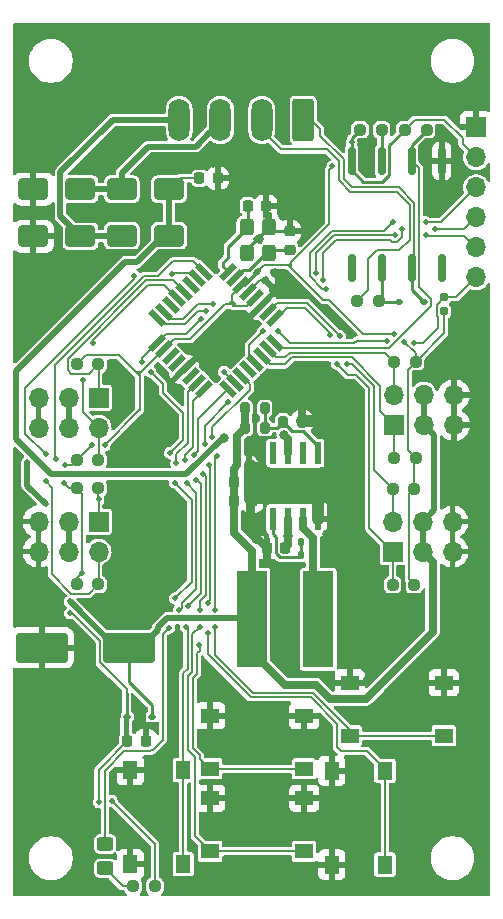
<source format=gbr>
%TF.GenerationSoftware,KiCad,Pcbnew,8.0.2*%
%TF.CreationDate,2024-09-07T15:44:47+02:00*%
%TF.ProjectId,OS-servoDriver,4f532d73-6572-4766-9f44-72697665722e,rev?*%
%TF.SameCoordinates,Original*%
%TF.FileFunction,Copper,L1,Top*%
%TF.FilePolarity,Positive*%
%FSLAX46Y46*%
G04 Gerber Fmt 4.6, Leading zero omitted, Abs format (unit mm)*
G04 Created by KiCad (PCBNEW 8.0.2) date 2024-09-07 15:44:47*
%MOMM*%
%LPD*%
G01*
G04 APERTURE LIST*
G04 Aperture macros list*
%AMRoundRect*
0 Rectangle with rounded corners*
0 $1 Rounding radius*
0 $2 $3 $4 $5 $6 $7 $8 $9 X,Y pos of 4 corners*
0 Add a 4 corners polygon primitive as box body*
4,1,4,$2,$3,$4,$5,$6,$7,$8,$9,$2,$3,0*
0 Add four circle primitives for the rounded corners*
1,1,$1+$1,$2,$3*
1,1,$1+$1,$4,$5*
1,1,$1+$1,$6,$7*
1,1,$1+$1,$8,$9*
0 Add four rect primitives between the rounded corners*
20,1,$1+$1,$2,$3,$4,$5,0*
20,1,$1+$1,$4,$5,$6,$7,0*
20,1,$1+$1,$6,$7,$8,$9,0*
20,1,$1+$1,$8,$9,$2,$3,0*%
%AMRotRect*
0 Rectangle, with rotation*
0 The origin of the aperture is its center*
0 $1 length*
0 $2 width*
0 $3 Rotation angle, in degrees counterclockwise*
0 Add horizontal line*
21,1,$1,$2,0,0,$3*%
G04 Aperture macros list end*
%TA.AperFunction,SMDPad,CuDef*%
%ADD10RoundRect,0.225000X-0.225000X-0.250000X0.225000X-0.250000X0.225000X0.250000X-0.225000X0.250000X0*%
%TD*%
%TA.AperFunction,ComponentPad*%
%ADD11O,1.800000X3.600000*%
%TD*%
%TA.AperFunction,ComponentPad*%
%ADD12RoundRect,0.250000X0.650000X1.550000X-0.650000X1.550000X-0.650000X-1.550000X0.650000X-1.550000X0*%
%TD*%
%TA.AperFunction,SMDPad,CuDef*%
%ADD13RoundRect,0.112500X-0.187500X-0.112500X0.187500X-0.112500X0.187500X0.112500X-0.187500X0.112500X0*%
%TD*%
%TA.AperFunction,SMDPad,CuDef*%
%ADD14RoundRect,0.250000X1.950000X1.000000X-1.950000X1.000000X-1.950000X-1.000000X1.950000X-1.000000X0*%
%TD*%
%TA.AperFunction,ComponentPad*%
%ADD15O,1.700000X1.700000*%
%TD*%
%TA.AperFunction,ComponentPad*%
%ADD16R,1.700000X1.700000*%
%TD*%
%TA.AperFunction,SMDPad,CuDef*%
%ADD17RoundRect,0.237500X-0.250000X-0.237500X0.250000X-0.237500X0.250000X0.237500X-0.250000X0.237500X0*%
%TD*%
%TA.AperFunction,SMDPad,CuDef*%
%ADD18R,1.550000X1.205000*%
%TD*%
%TA.AperFunction,SMDPad,CuDef*%
%ADD19R,0.610000X1.910000*%
%TD*%
%TA.AperFunction,SMDPad,CuDef*%
%ADD20RoundRect,0.250000X-0.450000X0.325000X-0.450000X-0.325000X0.450000X-0.325000X0.450000X0.325000X0*%
%TD*%
%TA.AperFunction,SMDPad,CuDef*%
%ADD21R,1.550000X1.300000*%
%TD*%
%TA.AperFunction,SMDPad,CuDef*%
%ADD22RoundRect,0.140000X-0.219203X-0.021213X-0.021213X-0.219203X0.219203X0.021213X0.021213X0.219203X0*%
%TD*%
%TA.AperFunction,SMDPad,CuDef*%
%ADD23R,1.300000X1.550000*%
%TD*%
%TA.AperFunction,SMDPad,CuDef*%
%ADD24RoundRect,0.200000X0.200000X0.275000X-0.200000X0.275000X-0.200000X-0.275000X0.200000X-0.275000X0*%
%TD*%
%TA.AperFunction,SMDPad,CuDef*%
%ADD25RoundRect,0.160000X-0.160000X0.197500X-0.160000X-0.197500X0.160000X-0.197500X0.160000X0.197500X0*%
%TD*%
%TA.AperFunction,SMDPad,CuDef*%
%ADD26RoundRect,0.225000X-0.250000X0.225000X-0.250000X-0.225000X0.250000X-0.225000X0.250000X0.225000X0*%
%TD*%
%TA.AperFunction,SMDPad,CuDef*%
%ADD27RoundRect,0.162500X0.162500X-1.012500X0.162500X1.012500X-0.162500X1.012500X-0.162500X-1.012500X0*%
%TD*%
%TA.AperFunction,SMDPad,CuDef*%
%ADD28RoundRect,0.200000X-0.200000X-0.275000X0.200000X-0.275000X0.200000X0.275000X-0.200000X0.275000X0*%
%TD*%
%TA.AperFunction,SMDPad,CuDef*%
%ADD29RoundRect,0.237500X0.250000X0.237500X-0.250000X0.237500X-0.250000X-0.237500X0.250000X-0.237500X0*%
%TD*%
%TA.AperFunction,SMDPad,CuDef*%
%ADD30RoundRect,0.225000X0.225000X0.250000X-0.225000X0.250000X-0.225000X-0.250000X0.225000X-0.250000X0*%
%TD*%
%TA.AperFunction,SMDPad,CuDef*%
%ADD31RotRect,1.600000X0.550000X315.000000*%
%TD*%
%TA.AperFunction,SMDPad,CuDef*%
%ADD32RotRect,1.600000X0.550000X225.000000*%
%TD*%
%TA.AperFunction,SMDPad,CuDef*%
%ADD33RoundRect,0.250000X1.000000X0.650000X-1.000000X0.650000X-1.000000X-0.650000X1.000000X-0.650000X0*%
%TD*%
%TA.AperFunction,SMDPad,CuDef*%
%ADD34RoundRect,0.300000X0.300000X-0.400000X0.300000X0.400000X-0.300000X0.400000X-0.300000X-0.400000X0*%
%TD*%
%TA.AperFunction,SMDPad,CuDef*%
%ADD35RoundRect,0.140000X-0.140000X-0.170000X0.140000X-0.170000X0.140000X0.170000X-0.140000X0.170000X0*%
%TD*%
%TA.AperFunction,SMDPad,CuDef*%
%ADD36R,2.600000X8.200000*%
%TD*%
%TA.AperFunction,ViaPad*%
%ADD37C,0.500000*%
%TD*%
%TA.AperFunction,ViaPad*%
%ADD38C,0.800000*%
%TD*%
%TA.AperFunction,Conductor*%
%ADD39C,0.200000*%
%TD*%
%TA.AperFunction,Conductor*%
%ADD40C,0.500000*%
%TD*%
%TA.AperFunction,Conductor*%
%ADD41C,0.250000*%
%TD*%
%TA.AperFunction,Conductor*%
%ADD42C,1.000000*%
%TD*%
%TA.AperFunction,Conductor*%
%ADD43C,0.700000*%
%TD*%
%TA.AperFunction,Conductor*%
%ADD44C,0.140000*%
%TD*%
G04 APERTURE END LIST*
D10*
%TO.P,C1001,1*%
%TO.N,VCC*%
X116573000Y-114935000D03*
%TO.P,C1001,2*%
%TO.N,GND*%
X118123000Y-114935000D03*
%TD*%
D11*
%TO.P,J101,4,Pin_4*%
%TO.N,/D_bridge/AC_1*%
X114849000Y-110000000D03*
%TO.P,J101,3,Pin_3*%
%TO.N,/D_bridge/AC_2*%
X118349000Y-110000000D03*
%TO.P,J101,2,Pin_2*%
%TO.N,/DCC/DCC_A*%
X121849000Y-110000000D03*
D12*
%TO.P,J101,1,Pin_1*%
%TO.N,/DCC/DCC_B*%
X125349000Y-110000000D03*
%TD*%
D13*
%TO.P,D401,1,K*%
%TO.N,+5V*%
X110456000Y-160528000D03*
%TO.P,D401,2,A*%
%TO.N,+5VA*%
X112556000Y-160528000D03*
%TD*%
D10*
%TO.P,C402,1*%
%TO.N,+5V*%
X110477000Y-162560000D03*
%TO.P,C402,2*%
%TO.N,GND*%
X112027000Y-162560000D03*
%TD*%
D14*
%TO.P,C401,1*%
%TO.N,+5VA*%
X110634000Y-154686000D03*
%TO.P,C401,2*%
%TO.N,GND*%
X103234000Y-154686000D03*
%TD*%
D15*
%TO.P,J801,6,Pin_6*%
%TO.N,GND*%
X138000000Y-144000000D03*
%TO.P,J801,5,Pin_5*%
X138000000Y-146540000D03*
%TO.P,J801,4,Pin_4*%
%TO.N,+5VA*%
X135460000Y-144000000D03*
%TO.P,J801,3,Pin_3*%
X135460000Y-146540000D03*
%TO.P,J801,2,Pin_2*%
%TO.N,/atmega/bus2.pin2*%
X132920000Y-144000000D03*
D16*
%TO.P,J801,1,Pin_1*%
%TO.N,/atmega/bus2.pin1*%
X132920000Y-146540000D03*
%TD*%
D17*
%TO.P,R1002,1*%
%TO.N,+5V*%
X130175500Y-110820000D03*
%TO.P,R1002,2*%
%TO.N,Net-(U1001-EN)*%
X132000500Y-110820000D03*
%TD*%
D18*
%TO.P,U901,9,GND*%
%TO.N,GND*%
X125473500Y-140381000D03*
X123923500Y-140381000D03*
X125473500Y-141586000D03*
X123923500Y-141586000D03*
D19*
%TO.P,U901,8,NC*%
%TO.N,unconnected-(U901-NC-Pad8)*%
X122793500Y-138203500D03*
%TO.P,U901,7,EN*%
%TO.N,VCC*%
X124063500Y-138203500D03*
%TO.P,U901,6,NC*%
%TO.N,unconnected-(U901-NC-Pad6)*%
X125333500Y-138203500D03*
%TO.P,U901,5,FB*%
%TO.N,Net-(U901-FB)*%
X126603500Y-138203500D03*
%TO.P,U901,4,GND*%
%TO.N,GND*%
X126603500Y-143763500D03*
%TO.P,U901,3,SW*%
%TO.N,Net-(U901-SW)*%
X125333500Y-143763500D03*
%TO.P,U901,2,Vin*%
%TO.N,VCC*%
X124063500Y-143763500D03*
%TO.P,U901,1,BS*%
%TO.N,Net-(U901-BS)*%
X122793500Y-143763500D03*
%TD*%
D17*
%TO.P,R1001,1*%
%TO.N,/DCC/DCC_A*%
X129921500Y-125298000D03*
%TO.P,R1001,2*%
%TO.N,Net-(D1001-K)*%
X131746500Y-125298000D03*
%TD*%
D10*
%TO.P,C904,2*%
%TO.N,GND*%
X121028500Y-140620000D03*
%TO.P,C904,1*%
%TO.N,+5VA*%
X119478500Y-140620000D03*
%TD*%
D20*
%TO.P,D201,2,A*%
%TO.N,Net-(D201-A)*%
X108585000Y-173364000D03*
%TO.P,D201,1,K*%
%TO.N,/atmega/LED*%
X108585000Y-171314000D03*
%TD*%
D21*
%TO.P,SW602,2,2*%
%TO.N,/atmega/sw2*%
X125434527Y-164935805D03*
X117484527Y-164935805D03*
%TO.P,SW602,1,1*%
%TO.N,GND*%
X125434527Y-160435805D03*
X117484527Y-160435805D03*
%TD*%
D22*
%TO.P,C202,1*%
%TO.N,+5V*%
X121444695Y-122868000D03*
%TO.P,C202,2*%
%TO.N,GND*%
X122123517Y-123546822D03*
%TD*%
D17*
%TO.P,R702,1*%
%TO.N,/atmega/bus1.pin2*%
X133057500Y-130483500D03*
%TO.P,R702,2*%
%TO.N,+5V*%
X134882500Y-130483500D03*
%TD*%
D15*
%TO.P,J1001,6,Pin_6*%
%TO.N,GND*%
X102945000Y-136040000D03*
%TO.P,J1001,5,Pin_5*%
X102945000Y-133500000D03*
%TO.P,J1001,4,Pin_4*%
%TO.N,+5VA*%
X105485000Y-136040000D03*
%TO.P,J1001,3,Pin_3*%
X105485000Y-133500000D03*
%TO.P,J1001,2,Pin_2*%
%TO.N,/atmega/bus4.pin2*%
X108025000Y-136040000D03*
D16*
%TO.P,J1001,1,Pin_1*%
%TO.N,/atmega/bus4.pin1*%
X108025000Y-133500000D03*
%TD*%
D15*
%TO.P,J701,6,Pin_6*%
%TO.N,GND*%
X138127000Y-133269000D03*
%TO.P,J701,5,Pin_5*%
X138127000Y-135809000D03*
%TO.P,J701,4,Pin_4*%
%TO.N,+5VA*%
X135587000Y-133269000D03*
%TO.P,J701,3,Pin_3*%
X135587000Y-135809000D03*
%TO.P,J701,2,Pin_2*%
%TO.N,/atmega/bus1.pin2*%
X133047000Y-133269000D03*
D16*
%TO.P,J701,1,Pin_1*%
%TO.N,/atmega/bus1.pin1*%
X133047000Y-135809000D03*
%TD*%
D23*
%TO.P,SW601,2,2*%
%TO.N,/atmega/sw1*%
X115200527Y-165060805D03*
X115200527Y-173010805D03*
%TO.P,SW601,1,1*%
%TO.N,GND*%
X110700527Y-165060805D03*
X110700527Y-173010805D03*
%TD*%
D24*
%TO.P,R903,2*%
%TO.N,+5VA*%
X120444500Y-136063000D03*
%TO.P,R903,1*%
%TO.N,Net-(U901-FB)*%
X122094500Y-136063000D03*
%TD*%
D25*
%TO.P,R202,2*%
%TO.N,+5V*%
X137287000Y-126200500D03*
%TO.P,R202,1*%
%TO.N,/atmega/reset*%
X137287000Y-125005500D03*
%TD*%
D21*
%TO.P,SW605,2,2*%
%TO.N,/atmega/sw5*%
X137245527Y-162141805D03*
X129295527Y-162141805D03*
%TO.P,SW605,1,1*%
%TO.N,GND*%
X137245527Y-157641805D03*
X129295527Y-157641805D03*
%TD*%
D15*
%TO.P,J901,6,Pin_6*%
%TO.N,GND*%
X102945000Y-146540000D03*
%TO.P,J901,5,Pin_5*%
X102945000Y-144000000D03*
%TO.P,J901,4,Pin_4*%
%TO.N,+5VA*%
X105485000Y-146540000D03*
%TO.P,J901,3,Pin_3*%
X105485000Y-144000000D03*
%TO.P,J901,2,Pin_2*%
%TO.N,/atmega/bus3.pin2*%
X108025000Y-146540000D03*
D16*
%TO.P,J901,1,Pin_1*%
%TO.N,/atmega/bus3.pin1*%
X108025000Y-144000000D03*
%TD*%
D26*
%TO.P,C201,2*%
%TO.N,/atmega/X1*%
X124206695Y-120976000D03*
%TO.P,C201,1*%
%TO.N,GND*%
X124206695Y-119426000D03*
%TD*%
D27*
%TO.P,U1001,8,VCC*%
%TO.N,+5V*%
X129460000Y-113450000D03*
%TO.P,U1001,7,EN*%
%TO.N,Net-(U1001-EN)*%
X132000000Y-113450000D03*
%TO.P,U1001,6,VO*%
%TO.N,/DCC/DCC_TTL*%
X134540000Y-113450000D03*
%TO.P,U1001,5,GND*%
%TO.N,GND*%
X137080000Y-113450000D03*
%TO.P,U1001,4*%
%TO.N,N/C*%
X137080000Y-122500000D03*
%TO.P,U1001,3,C*%
%TO.N,/DCC/DCC_B*%
X134540000Y-122500000D03*
%TO.P,U1001,2,A*%
%TO.N,Net-(D1001-K)*%
X132000000Y-122500000D03*
%TO.P,U1001,1,NC*%
%TO.N,unconnected-(U1001-NC-Pad1)*%
X129460000Y-122500000D03*
%TD*%
D15*
%TO.P,J201,6,Pin_6*%
%TO.N,/atmega/reset*%
X140000000Y-123315805D03*
%TO.P,J201,5,Pin_5*%
%TO.N,/atmega/MOSI*%
X140000000Y-120775805D03*
%TO.P,J201,4,Pin_4*%
%TO.N,/atmega/MISO*%
X140000000Y-118235805D03*
%TO.P,J201,3,Pin_3*%
%TO.N,/atmega/LED*%
X140000000Y-115695805D03*
%TO.P,J201,2,Pin_2*%
%TO.N,+5V*%
X140000000Y-113155805D03*
D16*
%TO.P,J201,1,Pin_1*%
%TO.N,GND*%
X140000000Y-110615805D03*
%TD*%
D28*
%TO.P,R901,2*%
%TO.N,Net-(U901-FB)*%
X122094500Y-134412000D03*
%TO.P,R901,1*%
%TO.N,+5VA*%
X120444500Y-134412000D03*
%TD*%
D29*
%TO.P,R905,1*%
%TO.N,/atmega/bus3.pin2*%
X108014500Y-149325500D03*
%TO.P,R905,2*%
%TO.N,+5V*%
X106189500Y-149325500D03*
%TD*%
D17*
%TO.P,R1003,1*%
%TO.N,+5V*%
X133985500Y-110820000D03*
%TO.P,R1003,2*%
%TO.N,/DCC/DCC_TTL*%
X135810500Y-110820000D03*
%TD*%
D30*
%TO.P,C901,2*%
%TO.N,GND*%
X122272500Y-146223000D03*
%TO.P,C901,1*%
%TO.N,VCC*%
X123822500Y-146223000D03*
%TD*%
%TO.P,C203,2*%
%TO.N,/atmega/X2*%
X120669695Y-117280000D03*
%TO.P,C203,1*%
%TO.N,GND*%
X122219695Y-117280000D03*
%TD*%
D31*
%TO.P,U202,32,PD2*%
%TO.N,/DCC/DCC_TTL*%
X122959798Y-128856305D03*
%TO.P,U202,31,PD1*%
%TO.N,/atmega/bus1.pin2*%
X122394112Y-129421990D03*
%TO.P,U202,30,PD0*%
%TO.N,/atmega/bus1.pin1*%
X121828427Y-129987676D03*
%TO.P,U202,29,~{RESET}/PC6*%
%TO.N,/atmega/reset*%
X121262742Y-130553361D03*
%TO.P,U202,28,PC5*%
%TO.N,unconnected-(U202-PC5-Pad28)*%
X120697056Y-131119047D03*
%TO.P,U202,27,PC4*%
%TO.N,/atmega/sw5*%
X120131371Y-131684732D03*
%TO.P,U202,26,PC3*%
%TO.N,/atmega/sw4*%
X119565685Y-132250417D03*
%TO.P,U202,25,PC2*%
%TO.N,/atmega/sw3*%
X119000000Y-132816103D03*
D32*
%TO.P,U202,24,PC1*%
%TO.N,/atmega/sw2*%
X116949390Y-132816103D03*
%TO.P,U202,23,PC0*%
%TO.N,/atmega/sw1*%
X116383705Y-132250417D03*
%TO.P,U202,22,ADC7*%
%TO.N,unconnected-(U202-ADC7-Pad22)*%
X115818019Y-131684732D03*
%TO.P,U202,21,GND*%
%TO.N,GND*%
X115252334Y-131119047D03*
%TO.P,U202,20,AREF*%
%TO.N,unconnected-(U202-AREF-Pad20)*%
X114686648Y-130553361D03*
%TO.P,U202,19,ADC6*%
%TO.N,unconnected-(U202-ADC6-Pad19)*%
X114120963Y-129987676D03*
%TO.P,U202,18,AVCC*%
%TO.N,+5V*%
X113555278Y-129421990D03*
%TO.P,U202,17,PB5*%
%TO.N,/atmega/LED*%
X112989592Y-128856305D03*
D31*
%TO.P,U202,16,PB4*%
%TO.N,/atmega/MISO*%
X112989592Y-126805695D03*
%TO.P,U202,15,PB3*%
%TO.N,/atmega/MOSI*%
X113555278Y-126240010D03*
%TO.P,U202,14,PB2*%
%TO.N,unconnected-(U202-PB2-Pad14)*%
X114120963Y-125674324D03*
%TO.P,U202,13,PB1*%
%TO.N,/atmega/bus4.pin2*%
X114686648Y-125108639D03*
%TO.P,U202,12,PB0*%
%TO.N,/atmega/bus4.pin1*%
X115252334Y-124542953D03*
%TO.P,U202,11,PD7*%
%TO.N,unconnected-(U202-PD7-Pad11)*%
X115818019Y-123977268D03*
%TO.P,U202,10,PD6*%
%TO.N,/atmega/bus3.pin2*%
X116383705Y-123411583D03*
%TO.P,U202,9,PD5*%
%TO.N,/atmega/bus3.pin1*%
X116949390Y-122845897D03*
D32*
%TO.P,U202,8,XTAL2/PB7*%
%TO.N,/atmega/X2*%
X119000000Y-122845897D03*
%TO.P,U202,7,XTAL1/PB6*%
%TO.N,/atmega/X1*%
X119565685Y-123411583D03*
%TO.P,U202,6,VCC*%
%TO.N,+5V*%
X120131371Y-123977268D03*
%TO.P,U202,5,GND*%
%TO.N,GND*%
X120697056Y-124542953D03*
%TO.P,U202,4,VCC*%
%TO.N,+5V*%
X121262742Y-125108639D03*
%TO.P,U202,3,GND*%
%TO.N,GND*%
X121828427Y-125674324D03*
%TO.P,U202,2,PD4*%
%TO.N,/atmega/bus2.pin2*%
X122394112Y-126240010D03*
%TO.P,U202,1,PD3*%
%TO.N,/atmega/bus2.pin1*%
X122959798Y-126805695D03*
%TD*%
D33*
%TO.P,D1104,2,A*%
%TO.N,GND*%
X102500000Y-115851500D03*
%TO.P,D1104,1,K*%
%TO.N,/D_bridge/AC_2*%
X106500000Y-115851500D03*
%TD*%
%TO.P,D1101,2,A*%
%TO.N,/D_bridge/AC_1*%
X110000000Y-119801500D03*
%TO.P,D1101,1,K*%
%TO.N,VCC*%
X114000000Y-119801500D03*
%TD*%
D10*
%TO.P,C905,2*%
%TO.N,GND*%
X121028500Y-142286000D03*
%TO.P,C905,1*%
%TO.N,+5VA*%
X119478500Y-142286000D03*
%TD*%
D29*
%TO.P,R904,1*%
%TO.N,/atmega/bus3.pin1*%
X108014500Y-141197500D03*
%TO.P,R904,2*%
%TO.N,+5V*%
X106189500Y-141197500D03*
%TD*%
D21*
%TO.P,SW603,2,2*%
%TO.N,/atmega/sw3*%
X125434527Y-171920805D03*
X117484527Y-171920805D03*
%TO.P,SW603,1,1*%
%TO.N,GND*%
X125434527Y-167420805D03*
X117484527Y-167420805D03*
%TD*%
D17*
%TO.P,R701,1*%
%TO.N,/atmega/bus1.pin1*%
X133057500Y-138611500D03*
%TO.P,R701,2*%
%TO.N,+5V*%
X134882500Y-138611500D03*
%TD*%
D34*
%TO.P,Y201,4,GND*%
%TO.N,GND*%
X120555695Y-121258000D03*
%TO.P,Y201,3,3*%
%TO.N,/atmega/X2*%
X120555695Y-119058000D03*
%TO.P,Y201,2,GND*%
%TO.N,GND*%
X122455695Y-119058000D03*
%TO.P,Y201,1,1*%
%TO.N,/atmega/X1*%
X122455695Y-121258000D03*
%TD*%
D13*
%TO.P,D1001,2,A*%
%TO.N,/DCC/DCC_B*%
X135567000Y-125425000D03*
%TO.P,D1001,1,K*%
%TO.N,Net-(D1001-K)*%
X133467000Y-125425000D03*
%TD*%
D33*
%TO.P,D1103,2,A*%
%TO.N,/D_bridge/AC_2*%
X110000000Y-115851500D03*
%TO.P,D1103,1,K*%
%TO.N,VCC*%
X114000000Y-115851500D03*
%TD*%
D17*
%TO.P,R802,1*%
%TO.N,/atmega/bus2.pin2*%
X132930500Y-141214500D03*
%TO.P,R802,2*%
%TO.N,+5V*%
X134755500Y-141214500D03*
%TD*%
D29*
%TO.P,R1004,1*%
%TO.N,/atmega/bus4.pin1*%
X108014500Y-130697500D03*
%TO.P,R1004,2*%
%TO.N,+5V*%
X106189500Y-130697500D03*
%TD*%
D35*
%TO.P,C902,2*%
%TO.N,Net-(U901-SW)*%
X126166500Y-145715000D03*
%TO.P,C902,1*%
%TO.N,Net-(U901-BS)*%
X125206500Y-145715000D03*
%TD*%
%TO.P,C903,2*%
%TO.N,Net-(U901-SW)*%
X126166500Y-146858000D03*
%TO.P,C903,1*%
%TO.N,Net-(U901-BS)*%
X125206500Y-146858000D03*
%TD*%
D36*
%TO.P,L901,2,2*%
%TO.N,+5VA*%
X121025000Y-152273000D03*
%TO.P,L901,1,1*%
%TO.N,Net-(U901-SW)*%
X126625000Y-152273000D03*
%TD*%
D35*
%TO.P,C906,2*%
%TO.N,GND*%
X120735500Y-139238000D03*
%TO.P,C906,1*%
%TO.N,+5VA*%
X119775500Y-139238000D03*
%TD*%
D28*
%TO.P,R902,2*%
%TO.N,GND*%
X125269500Y-135555000D03*
%TO.P,R902,1*%
%TO.N,Net-(U901-FB)*%
X123619500Y-135555000D03*
%TD*%
D17*
%TO.P,R801,1*%
%TO.N,/atmega/bus2.pin1*%
X132930500Y-149342500D03*
%TO.P,R801,2*%
%TO.N,+5V*%
X134755500Y-149342500D03*
%TD*%
D33*
%TO.P,D1102,2,A*%
%TO.N,GND*%
X102500000Y-119851500D03*
%TO.P,D1102,1,K*%
%TO.N,/D_bridge/AC_1*%
X106500000Y-119851500D03*
%TD*%
D29*
%TO.P,R1005,1*%
%TO.N,/atmega/bus4.pin2*%
X108014500Y-138825500D03*
%TO.P,R1005,2*%
%TO.N,+5V*%
X106189500Y-138825500D03*
%TD*%
%TO.P,R201,2*%
%TO.N,Net-(D201-A)*%
X110974500Y-174879000D03*
%TO.P,R201,1*%
%TO.N,+5V*%
X112799500Y-174879000D03*
%TD*%
D23*
%TO.P,SW604,2,2*%
%TO.N,/atmega/sw4*%
X132270527Y-165092805D03*
X132270527Y-173042805D03*
%TO.P,SW604,1,1*%
%TO.N,GND*%
X127770527Y-165092805D03*
X127770527Y-173042805D03*
%TD*%
D37*
%TO.N,GND*%
X130683000Y-157353000D03*
X129413000Y-156083000D03*
X127762000Y-157607000D03*
X128143000Y-170434000D03*
X128270000Y-168148000D03*
X121031000Y-168148000D03*
X118491000Y-169545000D03*
X116332000Y-120523000D03*
X116586000Y-119126000D03*
X107188000Y-113919000D03*
X104267000Y-112141000D03*
X116713000Y-104521000D03*
X125857000Y-104902000D03*
X131699000Y-107315000D03*
X119507000Y-115062000D03*
X118491000Y-116078000D03*
X117729000Y-113792000D03*
X113665000Y-163068000D03*
X111379000Y-160909000D03*
X112141000Y-172847000D03*
X110617000Y-171450000D03*
%TO.N,+5V*%
X108035000Y-167767000D03*
X109135000Y-167640000D03*
%TO.N,GND*%
X102919000Y-113765500D03*
D38*
X122285500Y-147493000D03*
D37*
X119556000Y-130062000D03*
X110285000Y-136920000D03*
X116635000Y-175020000D03*
D38*
X126857500Y-142032000D03*
D37*
X122223000Y-115838000D03*
X106475000Y-122401500D03*
X113968000Y-136412000D03*
X103935000Y-117702500D03*
X110158000Y-133745000D03*
X117651000Y-121299000D03*
X129921000Y-152908000D03*
X108126000Y-117956500D03*
X104570000Y-119734500D03*
X120699000Y-138063000D03*
X103935000Y-113638500D03*
X101141000Y-138444000D03*
X119302000Y-117108000D03*
X138987000Y-151398000D03*
X108253000Y-113003500D03*
X112063000Y-117829500D03*
X113206000Y-138063000D03*
X110666000Y-166511000D03*
X137336000Y-111266000D03*
X113333000Y-141111000D03*
X112571000Y-132602000D03*
X120523000Y-127254000D03*
X104570000Y-120623500D03*
X138606000Y-113425000D03*
X123239000Y-124474000D03*
X104062000Y-151144000D03*
X129540000Y-128143000D03*
X138606000Y-154700000D03*
X123698000Y-114173000D03*
X106348000Y-117702500D03*
D38*
X127365500Y-145080000D03*
D37*
X109396000Y-140984000D03*
X101903000Y-149112000D03*
X110285000Y-148096000D03*
X114476000Y-147588000D03*
X133477000Y-150495000D03*
X123874000Y-166638000D03*
X112571000Y-166511000D03*
X104697000Y-122020500D03*
X134542000Y-166638000D03*
X125652000Y-119394000D03*
X121715000Y-138317000D03*
X110031000Y-131967000D03*
X129970000Y-166384000D03*
X101522000Y-142254000D03*
D38*
X126476500Y-135555000D03*
D37*
X127684000Y-126252000D03*
X117475000Y-127762000D03*
X109650000Y-138444000D03*
X136906000Y-155843000D03*
X113587000Y-151144000D03*
X101903000Y-122020500D03*
X135636000Y-157861000D03*
X126541000Y-114187000D03*
X133858000Y-165100000D03*
X114222000Y-132221000D03*
X107618000Y-151144000D03*
X121461000Y-137555000D03*
D38*
X137184000Y-115646000D03*
D37*
X101522000Y-117702500D03*
X101395000Y-113765500D03*
X116508000Y-129935000D03*
D38*
X122412500Y-142032000D03*
D37*
X128651000Y-127508000D03*
D38*
X126857500Y-140000000D03*
D37*
X121080000Y-161304000D03*
D38*
X121396500Y-145461000D03*
D37*
X125144000Y-174385000D03*
X118999000Y-160528000D03*
X102665000Y-117702500D03*
X112063000Y-138444000D03*
X112698000Y-135015000D03*
X139114000Y-167527000D03*
X129921000Y-132969000D03*
X117094000Y-155956000D03*
D38*
X123603695Y-118169000D03*
D37*
X132334000Y-154813000D03*
X124460000Y-123952000D03*
X109220000Y-165227000D03*
X112571000Y-113765500D03*
X126541000Y-117870000D03*
D38*
X122968695Y-122995000D03*
D37*
X114095000Y-143143000D03*
X102411000Y-167273000D03*
D38*
X122412500Y-140000000D03*
D37*
X114300000Y-156718000D03*
X123825000Y-160020000D03*
X122936000Y-132715000D03*
X125476000Y-162179000D03*
X117348000Y-162306000D03*
X109904000Y-143651000D03*
X139622000Y-125871000D03*
X139241000Y-162955000D03*
X114857000Y-133491000D03*
D38*
X125333500Y-134158000D03*
D37*
X125095000Y-130937000D03*
X113079000Y-164860000D03*
X121412000Y-132715000D03*
X138733000Y-159272000D03*
X117489959Y-158869973D03*
D38*
X121571695Y-120074000D03*
D37*
X103173000Y-122020500D03*
D38*
X135787000Y-113487000D03*
D37*
X138352000Y-138063000D03*
D38*
X127619500Y-143810000D03*
D37*
X130937000Y-146685000D03*
X138098000Y-141873000D03*
D38*
X122412500Y-141016000D03*
D37*
X114349000Y-175020000D03*
X130683000Y-165114000D03*
X114554000Y-154051000D03*
X119253000Y-127381000D03*
X131494000Y-160288000D03*
X133018000Y-174639000D03*
X130302000Y-138557000D03*
D38*
X126857500Y-141016000D03*
D37*
X102108000Y-152400000D03*
X116713000Y-116205000D03*
X138352000Y-130824000D03*
%TO.N,+5V*%
X129460000Y-111901000D03*
X127828500Y-113919000D03*
X106635000Y-148350000D03*
X105078000Y-140730000D03*
X133073944Y-128085944D03*
X105205000Y-139206000D03*
X105599378Y-151765622D03*
X133914556Y-128799556D03*
D38*
%TO.N,VCC*%
X118667000Y-136920000D03*
X124063500Y-145207000D03*
X123739450Y-136699550D03*
D37*
%TO.N,+5VA*%
X105586000Y-150763000D03*
X101996378Y-138985622D03*
X103545500Y-142508000D03*
%TO.N,/atmega/LED*%
X111719578Y-130480578D03*
X114500000Y-150500000D03*
X127254000Y-124333000D03*
X135726500Y-118661500D03*
X114000000Y-153000000D03*
X114069906Y-138183727D03*
X112433190Y-131321190D03*
X116705444Y-126865444D03*
X132969000Y-118618000D03*
X114476000Y-140699500D03*
%TO.N,/atmega/reset*%
X123190000Y-127889000D03*
X134772056Y-128879944D03*
X121920000Y-127889000D03*
X132484944Y-128674944D03*
%TO.N,/atmega/sw1*%
X115492000Y-140730000D03*
X114857000Y-151492500D03*
X115400500Y-152922000D03*
X114603000Y-139079000D03*
%TO.N,/atmega/sw2*%
X115619000Y-151144000D03*
X116254000Y-140476000D03*
X115365000Y-138825000D03*
X116560750Y-154457250D03*
%TO.N,/atmega/sw3*%
X116635000Y-151492500D03*
X116635000Y-152891500D03*
X116889000Y-139968000D03*
X116076878Y-138393878D03*
%TO.N,/atmega/sw4*%
X118667000Y-131332000D03*
X117355500Y-139206000D03*
X117270000Y-153430000D03*
X119028290Y-133868992D03*
X117270000Y-150890000D03*
X117016000Y-137428000D03*
%TO.N,/atmega/sw5*%
X118018622Y-138430622D03*
X117905000Y-151492500D03*
X117905000Y-152891500D03*
X117664378Y-136806378D03*
%TO.N,/atmega/MOSI*%
X135726500Y-119761000D03*
X126450500Y-122936000D03*
X133096000Y-119761000D03*
X117729000Y-125595444D03*
%TO.N,/atmega/MISO*%
X117094000Y-126144944D03*
X127000000Y-123571000D03*
X136525000Y-119253000D03*
X133731000Y-119211500D03*
%TO.N,/atmega/bus2.pin1*%
X128192000Y-130649500D03*
X127665694Y-128239306D03*
%TO.N,/atmega/bus2.pin2*%
X129081000Y-130649500D03*
X128498750Y-128295250D03*
%TO.N,/atmega/bus3.pin1*%
X104443000Y-138698000D03*
X108025000Y-142127000D03*
%TO.N,/atmega/bus3.pin2*%
X111047000Y-123204000D03*
X103554000Y-138317000D03*
X114277972Y-123035500D03*
X103554000Y-140603000D03*
%TO.N,/atmega/bus4.pin2*%
X106729000Y-132022000D03*
X107557736Y-128858736D03*
%TO.N,+5V*%
X108544500Y-137555000D03*
X107505500Y-137555000D03*
%TD*%
D39*
%TO.N,/DCC/DCC_A*%
X130859000Y-121793000D02*
X130859000Y-124360500D01*
X131627000Y-121025000D02*
X130859000Y-121793000D01*
X134366000Y-120142000D02*
X133477000Y-121031000D01*
X134377000Y-120142000D02*
X134366000Y-120142000D01*
X134377000Y-117162686D02*
X134377000Y-120142000D01*
X128378000Y-115124685D02*
X129343315Y-116090000D01*
X127378000Y-112500000D02*
X128378000Y-113500000D01*
X133471000Y-121025000D02*
X131627000Y-121025000D01*
X123500000Y-112500000D02*
X127378000Y-112500000D01*
X133304314Y-116090000D02*
X134377000Y-117162686D01*
X133477000Y-121031000D02*
X133471000Y-121025000D01*
X121849000Y-110849000D02*
X123500000Y-112500000D01*
X129343315Y-116090000D02*
X133304314Y-116090000D01*
X130859000Y-124360500D02*
X129921500Y-125298000D01*
X121849000Y-110000000D02*
X121849000Y-110849000D01*
X128378000Y-113500000D02*
X128378000Y-115124685D01*
%TO.N,/DCC/DCC_B*%
X134777000Y-122263000D02*
X134540000Y-122500000D01*
X128778000Y-113334314D02*
X128778000Y-114959000D01*
X126784343Y-111340657D02*
X128778000Y-113334314D01*
X133470000Y-115690000D02*
X134777000Y-116997000D01*
X126784343Y-110782343D02*
X126784343Y-111340657D01*
X128778000Y-114959000D02*
X129509000Y-115690000D01*
X126002000Y-110000000D02*
X126784343Y-110782343D01*
X125349000Y-110000000D02*
X126002000Y-110000000D01*
X129509000Y-115690000D02*
X133470000Y-115690000D01*
X134777000Y-116997000D02*
X134777000Y-122263000D01*
D40*
%TO.N,/D_bridge/AC_1*%
X104800000Y-118151500D02*
X104800000Y-114421500D01*
X106500000Y-119851500D02*
X104800000Y-118151500D01*
X104800000Y-114421500D02*
X109221500Y-110000000D01*
X109221500Y-110000000D02*
X114849000Y-110000000D01*
D39*
%TO.N,VCC*%
X114916500Y-114935000D02*
X114000000Y-115851500D01*
X116573000Y-114935000D02*
X114916500Y-114935000D01*
%TO.N,/atmega/LED*%
X112505348Y-163305348D02*
X112361696Y-163449000D01*
X112361696Y-163449000D02*
X110220182Y-163449000D01*
X113491000Y-162464182D02*
X112649834Y-163305348D01*
X113491000Y-153509000D02*
X113491000Y-162464182D01*
X110220182Y-163449000D02*
X108585000Y-165084182D01*
X114000000Y-153000000D02*
X113491000Y-153509000D01*
X112649834Y-163305348D02*
X112505348Y-163305348D01*
X108585000Y-165084182D02*
X108585000Y-171314000D01*
%TO.N,+5V*%
X108035000Y-165002000D02*
X110477000Y-162560000D01*
X108035000Y-167767000D02*
X108035000Y-165002000D01*
X112799500Y-171304500D02*
X109135000Y-167640000D01*
X112799500Y-174879000D02*
X112799500Y-171304500D01*
%TO.N,Net-(D201-A)*%
X110100000Y-174879000D02*
X108585000Y-173364000D01*
X110974500Y-174879000D02*
X110100000Y-174879000D01*
D40*
%TO.N,/D_bridge/AC_2*%
X116250000Y-112250000D02*
X117500000Y-111000000D01*
X110000000Y-114500000D02*
X112250000Y-112250000D01*
X112250000Y-112250000D02*
X116250000Y-112250000D01*
X110000000Y-114500000D02*
X110000000Y-115851500D01*
%TO.N,VCC*%
X113497500Y-119801500D02*
X111252000Y-122047000D01*
X111252000Y-122047000D02*
X110236000Y-122047000D01*
X118540000Y-136920000D02*
X118667000Y-136920000D01*
X115460000Y-140000000D02*
X118540000Y-136920000D01*
X101050000Y-137050000D02*
X104000000Y-140000000D01*
X101050000Y-131233000D02*
X101050000Y-137050000D01*
X110236000Y-122047000D02*
X101050000Y-131233000D01*
X104000000Y-140000000D02*
X115460000Y-140000000D01*
D39*
%TO.N,+5V*%
X106964500Y-129922500D02*
X109764500Y-129922500D01*
X111333000Y-131491000D02*
X111500000Y-131658000D01*
X109764500Y-129922500D02*
X111333000Y-131491000D01*
X111174000Y-131332000D02*
X111333000Y-131491000D01*
X106189500Y-130697500D02*
X106964500Y-129922500D01*
D41*
X110456000Y-162099000D02*
X110249000Y-162306000D01*
X110456000Y-160528000D02*
X110456000Y-162099000D01*
D39*
X108134000Y-155920744D02*
X110397000Y-158183744D01*
X108134000Y-154088818D02*
X108134000Y-155920744D01*
X105599378Y-151765622D02*
X105810804Y-151765622D01*
X105810804Y-151765622D02*
X108134000Y-154088818D01*
X110397000Y-158183744D02*
X110397000Y-158484500D01*
D41*
%TO.N,+5VA*%
X112556000Y-159546000D02*
X110634000Y-157624000D01*
X110634000Y-157624000D02*
X110634000Y-154686000D01*
X112556000Y-160528000D02*
X112556000Y-159546000D01*
%TO.N,+5V*%
X110249000Y-160676000D02*
X110397000Y-160528000D01*
X110249000Y-162306000D02*
X110249000Y-160676000D01*
X110397000Y-160528000D02*
X110397000Y-158484500D01*
D40*
%TO.N,+5VA*%
X105586000Y-150763000D02*
X109509000Y-154686000D01*
X113030000Y-152954000D02*
X113030000Y-153192183D01*
X113792000Y-152192000D02*
X113030000Y-152954000D01*
X113792000Y-152192000D02*
X119909500Y-152192000D01*
X111536183Y-154686000D02*
X113030000Y-153192183D01*
D42*
%TO.N,GND*%
X126476500Y-135555000D02*
X126451500Y-135530000D01*
X122412500Y-142032000D02*
X121282500Y-142032000D01*
X126857500Y-142032000D02*
X122412500Y-142032000D01*
X121282500Y-142032000D02*
X121028500Y-142286000D01*
D41*
X121571695Y-120074000D02*
X121571695Y-119942000D01*
D42*
X126857500Y-140000000D02*
X122412500Y-140000000D01*
D41*
X121571695Y-119942000D02*
X122455695Y-119058000D01*
D42*
X120825500Y-139238000D02*
X121587500Y-140000000D01*
X126603500Y-143763500D02*
X126603500Y-142286000D01*
X122412500Y-141016000D02*
X121424500Y-141016000D01*
D39*
X120697056Y-124542953D02*
X121693187Y-123546822D01*
D41*
X124206695Y-119426000D02*
X122823695Y-119426000D01*
D43*
X125269500Y-134222000D02*
X125333500Y-134158000D01*
D42*
X121587500Y-140000000D02*
X122412500Y-140000000D01*
X122412500Y-141016000D02*
X126857500Y-141016000D01*
D41*
X122219695Y-117280000D02*
X122219695Y-118822000D01*
D42*
X120825500Y-141397000D02*
X120825500Y-139238000D01*
X121028500Y-142286000D02*
X120825500Y-142083000D01*
X121424500Y-141016000D02*
X121028500Y-140620000D01*
X120825500Y-142083000D02*
X120825500Y-141397000D01*
X126603500Y-142286000D02*
X126857500Y-142032000D01*
D39*
X121693187Y-123546822D02*
X122123517Y-123546822D01*
D43*
X120825500Y-144776000D02*
X120825500Y-141397000D01*
X122272500Y-146223000D02*
X120825500Y-144776000D01*
D41*
X121439695Y-120074000D02*
X121571695Y-120074000D01*
X120555695Y-120958000D02*
X121439695Y-120074000D01*
D43*
X125269500Y-135555000D02*
X125269500Y-134222000D01*
D42*
X126451500Y-135530000D02*
X125269500Y-135530000D01*
D43*
X122285500Y-147493000D02*
X122285500Y-146236000D01*
D41*
%TO.N,Net-(U901-BS)*%
X125041500Y-147023000D02*
X123369683Y-147023000D01*
X123369683Y-147023000D02*
X123047500Y-146700817D01*
X122793500Y-143763500D02*
X122793500Y-145080000D01*
X122793500Y-145080000D02*
X123047500Y-145334000D01*
X123047500Y-146700817D02*
X123047500Y-145334000D01*
X125206500Y-146858000D02*
X125206500Y-145715000D01*
X125206500Y-146858000D02*
X125041500Y-147023000D01*
D43*
%TO.N,Net-(U901-SW)*%
X126166500Y-145389193D02*
X126166500Y-145715000D01*
X126166500Y-146858000D02*
X126166500Y-149977000D01*
X125333500Y-144556193D02*
X126166500Y-145389193D01*
X125333500Y-143763500D02*
X125333500Y-144556193D01*
X126166500Y-145715000D02*
X126166500Y-146858000D01*
D41*
%TO.N,Net-(U901-FB)*%
X122094500Y-136063000D02*
X123111500Y-136063000D01*
X124419500Y-136355000D02*
X125371500Y-136355000D01*
X123111500Y-136063000D02*
X123619500Y-135555000D01*
X123619500Y-135555000D02*
X124419500Y-136355000D01*
X122094500Y-136063000D02*
X122094500Y-134412000D01*
X125371500Y-136355000D02*
X126603500Y-137587000D01*
%TO.N,Net-(D1001-K)*%
X133467000Y-125425000D02*
X131873500Y-125425000D01*
X132000000Y-122500000D02*
X132000000Y-125044500D01*
D39*
%TO.N,+5V*%
X127828500Y-113919000D02*
X127550500Y-114197000D01*
X134755500Y-141214500D02*
X134310000Y-141660000D01*
X105809000Y-139206000D02*
X106189500Y-138825500D01*
X134882500Y-130483500D02*
X134882500Y-129767500D01*
X119683000Y-125744000D02*
X119556000Y-125617000D01*
X127550500Y-114197000D02*
X127550500Y-118849657D01*
X124360578Y-122206578D02*
X124317078Y-122250078D01*
X106189500Y-141197500D02*
X105545500Y-141197500D01*
X134310000Y-141660000D02*
X134310000Y-148897000D01*
X119556000Y-125617000D02*
X119302000Y-125363000D01*
X134310000Y-148897000D02*
X134755500Y-149342500D01*
X114440134Y-128537134D02*
X113555278Y-129421990D01*
X124317078Y-122250078D02*
X124317078Y-122506922D01*
X119302000Y-125617000D02*
X119048000Y-125617000D01*
D41*
X132049429Y-115265000D02*
X132650000Y-114664429D01*
D39*
X119683000Y-125744000D02*
X119429000Y-125744000D01*
X130406944Y-128085944D02*
X127557000Y-125236000D01*
X106635000Y-141643000D02*
X106635000Y-148350000D01*
X127550500Y-118849657D02*
X124360578Y-122039578D01*
D41*
X130453000Y-115265000D02*
X132049429Y-115265000D01*
D39*
X119429000Y-125744000D02*
X119302000Y-125617000D01*
X133073944Y-128085944D02*
X130406944Y-128085944D01*
X137287000Y-128079000D02*
X134882500Y-130483500D01*
X119048000Y-125617000D02*
X118731000Y-125617000D01*
X105545500Y-141197500D02*
X105078000Y-140730000D01*
D41*
X120335427Y-123977268D02*
X121444695Y-122868000D01*
D39*
X134197000Y-131169000D02*
X134882500Y-130483500D01*
X122017695Y-122295000D02*
X124105157Y-122295000D01*
X119302000Y-125363000D02*
X119302000Y-124806639D01*
X106189500Y-141197500D02*
X106635000Y-141643000D01*
X138850000Y-112005805D02*
X138850000Y-111545000D01*
X127046157Y-125236000D02*
X124317078Y-122506922D01*
D41*
X129460000Y-111901000D02*
X129460000Y-111535500D01*
D39*
X134882500Y-138611500D02*
X134197000Y-137926000D01*
X105205000Y-139206000D02*
X105809000Y-139206000D01*
X106189500Y-148795500D02*
X106635000Y-148350000D01*
X137287000Y-126200500D02*
X137287000Y-128079000D01*
D41*
X129460000Y-113450000D02*
X129460000Y-111901000D01*
D39*
X134197000Y-137926000D02*
X134197000Y-131169000D01*
D41*
X129460000Y-114272000D02*
X130453000Y-115265000D01*
X132650000Y-114664429D02*
X132650000Y-112155500D01*
D39*
X138850000Y-111545000D02*
X137287000Y-109982000D01*
X119556000Y-125617000D02*
X119302000Y-125617000D01*
X119302000Y-125363000D02*
X119048000Y-125617000D01*
X106189500Y-149325500D02*
X106189500Y-148795500D01*
X124317078Y-122506922D02*
X124105157Y-122295000D01*
X124233578Y-122166578D02*
X124360578Y-122039578D01*
X115810866Y-128537134D02*
X114440134Y-128537134D01*
D41*
X129460000Y-111535500D02*
X130175500Y-110820000D01*
D39*
X124360578Y-122039578D02*
X124360578Y-122206578D01*
X118731000Y-125617000D02*
X115810866Y-128537134D01*
X124233578Y-122166578D02*
X124317078Y-122250078D01*
X134882500Y-129767500D02*
X133914556Y-128799556D01*
X127557000Y-125236000D02*
X127046157Y-125236000D01*
X134755500Y-141214500D02*
X134755500Y-138738500D01*
X120627381Y-125744000D02*
X119683000Y-125744000D01*
X121444695Y-122868000D02*
X122017695Y-122295000D01*
X119302000Y-124806639D02*
X120131371Y-123977268D01*
X121262742Y-125108639D02*
X120627381Y-125744000D01*
X137287000Y-109982000D02*
X134823500Y-109982000D01*
D41*
X132650000Y-112155500D02*
X133985500Y-110820000D01*
D39*
X124105157Y-122295000D02*
X124233578Y-122166578D01*
X134823500Y-109982000D02*
X133985500Y-110820000D01*
X140000000Y-113155805D02*
X138850000Y-112005805D01*
D41*
%TO.N,Net-(U1001-EN)*%
X132000500Y-110820000D02*
X132000500Y-113449500D01*
%TO.N,/atmega/X1*%
X120760492Y-122696603D02*
X122199095Y-121258000D01*
X120280665Y-122696603D02*
X120760492Y-122696603D01*
X124206695Y-120976000D02*
X122737695Y-120976000D01*
X119565685Y-123411583D02*
X120280665Y-122696603D01*
%TO.N,/atmega/X2*%
X119000000Y-121598000D02*
X119000000Y-120740695D01*
X119000000Y-120740695D02*
X120555695Y-119185000D01*
X118523695Y-122369592D02*
X118523695Y-122074305D01*
X118523695Y-122074305D02*
X119000000Y-121598000D01*
X120669695Y-117280000D02*
X120669695Y-118944000D01*
X119000000Y-122845897D02*
X118523695Y-122369592D01*
D43*
%TO.N,VCC*%
X124063500Y-137023600D02*
X124063500Y-138203500D01*
X124063500Y-145982000D02*
X123822500Y-146223000D01*
X124063500Y-143763500D02*
X124063500Y-145207000D01*
X124063500Y-145207000D02*
X124063500Y-145982000D01*
X123739450Y-136699550D02*
X124063500Y-137023600D01*
D40*
X114000000Y-115851500D02*
X114000000Y-119801500D01*
%TO.N,+5VA*%
X103545500Y-142508000D02*
X101996378Y-140958878D01*
X136437000Y-143023000D02*
X135460000Y-144000000D01*
X105485000Y-133500000D02*
X105485000Y-136040000D01*
D43*
X127595924Y-159004000D02*
X130683000Y-159004000D01*
X119775500Y-139238000D02*
X119775500Y-136732000D01*
X120444500Y-136063000D02*
X120444500Y-134412000D01*
X130683000Y-159004000D02*
X136310000Y-153377000D01*
X126418924Y-157827000D02*
X127595924Y-159004000D01*
X121025000Y-155061000D02*
X123791000Y-157827000D01*
X119775500Y-136732000D02*
X120444500Y-136063000D01*
D40*
X105485000Y-144000000D02*
X105485000Y-146540000D01*
D43*
X119491500Y-144953000D02*
X121025000Y-146486500D01*
D40*
X101996378Y-140958878D02*
X101996378Y-138985622D01*
D43*
X123791000Y-157827000D02*
X126418924Y-157827000D01*
D40*
X135587000Y-135809000D02*
X136437000Y-136659000D01*
X136437000Y-136659000D02*
X136437000Y-143023000D01*
X135587000Y-133269000D02*
X135587000Y-135809000D01*
D43*
X119478500Y-140620000D02*
X119478500Y-139535000D01*
D40*
X135460000Y-144000000D02*
X135460000Y-146540000D01*
D43*
X121025000Y-146486500D02*
X121025000Y-152273000D01*
X119491500Y-140633000D02*
X119491500Y-144953000D01*
X119478500Y-139535000D02*
X119775500Y-139238000D01*
X136310000Y-153377000D02*
X136310000Y-147390000D01*
X136310000Y-147390000D02*
X135460000Y-146540000D01*
D39*
%TO.N,/atmega/LED*%
X113708763Y-128137134D02*
X115433754Y-128137134D01*
X115905000Y-149095000D02*
X115905000Y-142194000D01*
X111719578Y-130480578D02*
X111719578Y-130126319D01*
X126984182Y-124333000D02*
X125900500Y-123249318D01*
X125900500Y-123249318D02*
X125900500Y-121253129D01*
X115200000Y-134819000D02*
X115200000Y-137085000D01*
X113491000Y-133110000D02*
X113491000Y-132379000D01*
X114476000Y-140699500D02*
X114476000Y-140765000D01*
X114500000Y-150500000D02*
X115905000Y-149095000D01*
X113491000Y-132379000D02*
X112433190Y-131321190D01*
X114101273Y-138183727D02*
X114069906Y-138183727D01*
X136989500Y-118661500D02*
X135726500Y-118661500D01*
X125900500Y-121253129D02*
X127792629Y-119361000D01*
X139955195Y-115695805D02*
X136989500Y-118661500D01*
X115433754Y-128137134D02*
X116705444Y-126865444D01*
X127254000Y-124333000D02*
X126984182Y-124333000D01*
X112989592Y-128856305D02*
X113708763Y-128137134D01*
X114476000Y-140765000D02*
X115905000Y-142194000D01*
X127792629Y-119361000D02*
X132226000Y-119361000D01*
X113491000Y-133110000D02*
X115200000Y-134819000D01*
X115200000Y-137085000D02*
X114101273Y-138183727D01*
X132226000Y-119361000D02*
X132969000Y-118618000D01*
X111719578Y-130126319D02*
X112989592Y-128856305D01*
D41*
%TO.N,/DCC/DCC_B*%
X134540000Y-124398000D02*
X135567000Y-125425000D01*
X134540000Y-122500000D02*
X134540000Y-124398000D01*
D40*
%TO.N,/D_bridge/AC_1*%
X106500000Y-119851500D02*
X109950000Y-119851500D01*
%TO.N,/D_bridge/AC_2*%
X106500000Y-115851500D02*
X110000000Y-115851500D01*
D39*
%TO.N,/atmega/reset*%
X120768287Y-130058906D02*
X120768287Y-129040713D01*
X137287000Y-125005500D02*
X138310305Y-125005500D01*
X135488594Y-128879944D02*
X136779000Y-127589538D01*
X120768287Y-129040713D02*
X121920000Y-127889000D01*
X124201000Y-128900000D02*
X129662000Y-128900000D01*
X129887056Y-128674944D02*
X132484944Y-128674944D01*
X129662000Y-128900000D02*
X129887056Y-128674944D01*
X123190000Y-127889000D02*
X124201000Y-128900000D01*
X136667000Y-125625500D02*
X137287000Y-125005500D01*
X136667000Y-126588538D02*
X136667000Y-125625500D01*
X136779000Y-127589538D02*
X136779000Y-126700538D01*
X136779000Y-126700538D02*
X136667000Y-126588538D01*
X134772056Y-128879944D02*
X135488594Y-128879944D01*
X138310305Y-125005500D02*
X140000000Y-123315805D01*
%TO.N,/DCC/DCC_TTL*%
X132637000Y-129300000D02*
X136167000Y-125770000D01*
D41*
X134540000Y-112090500D02*
X135810500Y-110820000D01*
D39*
X136167000Y-125770000D02*
X136167000Y-125141637D01*
X123403493Y-129300000D02*
X132637000Y-129300000D01*
X135177000Y-124151637D02*
X135177000Y-114087000D01*
X136167000Y-125141637D02*
X135177000Y-124151637D01*
D41*
X134540000Y-113450000D02*
X134540000Y-112090500D01*
D39*
X135177000Y-114087000D02*
X134540000Y-113450000D01*
%TO.N,/atmega/sw1*%
X114857000Y-151492500D02*
X115069000Y-151280500D01*
X115570000Y-153091500D02*
X115400500Y-152922000D01*
X115200527Y-165060805D02*
X115200527Y-156833473D01*
X114603000Y-138317000D02*
X114603000Y-139079000D01*
X115600000Y-133034122D02*
X115600000Y-137320000D01*
X115200527Y-173010805D02*
X115200527Y-165410000D01*
X116305000Y-149680182D02*
X116305000Y-141543000D01*
X116383705Y-132250417D02*
X115600000Y-133034122D01*
X114603000Y-138317000D02*
X115600000Y-137320000D01*
X115069000Y-151280500D02*
X115069000Y-150916182D01*
X115570000Y-156464000D02*
X115570000Y-153091500D01*
X115069000Y-150916182D02*
X116305000Y-149680182D01*
X115200527Y-156833473D02*
X115570000Y-156464000D01*
X116305000Y-141543000D02*
X115492000Y-140730000D01*
%TO.N,/atmega/sw2*%
X116000000Y-137671062D02*
X116000000Y-133765493D01*
X116370000Y-156895213D02*
X116000527Y-157264685D01*
X116586000Y-154482500D02*
X116586000Y-154940000D01*
X117484527Y-164935805D02*
X125434527Y-164935805D01*
X116605000Y-164137657D02*
X117403148Y-164935805D01*
X116370000Y-155156000D02*
X116370000Y-156895213D01*
X116705000Y-140800000D02*
X116254000Y-140349000D01*
X115365000Y-138825000D02*
X115365000Y-138327938D01*
X115365000Y-138327938D02*
X116010938Y-137682000D01*
X116000000Y-133765493D02*
X116949390Y-132816103D01*
X116560750Y-154457250D02*
X116586000Y-154482500D01*
X116010938Y-137682000D02*
X116000000Y-137671062D01*
X116605000Y-163791315D02*
X116605000Y-164137657D01*
X116000527Y-157264685D02*
X116000527Y-163186841D01*
X115619000Y-151144000D02*
X116705000Y-150058000D01*
X116586000Y-154940000D02*
X116370000Y-155156000D01*
X116705000Y-150058000D02*
X116705000Y-140800000D01*
X116000527Y-163186841D02*
X116605000Y-163791315D01*
%TO.N,/atmega/sw3*%
X116602500Y-152891500D02*
X115970000Y-153524000D01*
X116205000Y-170641278D02*
X117484527Y-171920805D01*
X117105000Y-150255000D02*
X117105000Y-140184000D01*
X115970000Y-153524000D02*
X115970000Y-156729527D01*
X115970000Y-156729527D02*
X115600527Y-157099000D01*
X116466000Y-138004756D02*
X116466000Y-135350103D01*
X116076878Y-138393878D02*
X116466000Y-138004756D01*
X116635000Y-151492500D02*
X116635000Y-150725000D01*
X116635000Y-152891500D02*
X116602500Y-152891500D01*
X115600527Y-157099000D02*
X115600527Y-163352527D01*
X116466000Y-135350103D02*
X119000000Y-132816103D01*
X117484527Y-171920805D02*
X125434527Y-171920805D01*
X115600527Y-163352527D02*
X116205000Y-163957000D01*
X117105000Y-140184000D02*
X116889000Y-139968000D01*
X116205000Y-163957000D02*
X116205000Y-170641278D01*
X116635000Y-150725000D02*
X117105000Y-150255000D01*
%TO.N,/atmega/sw4*%
X117355500Y-139206000D02*
X117505000Y-139355500D01*
X128220527Y-163091805D02*
X128577722Y-163449000D01*
X117270000Y-153430000D02*
X117270000Y-155243000D01*
X130751722Y-163449000D02*
X132270527Y-164967805D01*
X119565685Y-132230685D02*
X118667000Y-131332000D01*
X120904000Y-158877000D02*
X125984000Y-158877000D01*
X117016000Y-135881282D02*
X117016000Y-137428000D01*
X128220527Y-161113527D02*
X128220527Y-163091805D01*
X117270000Y-155243000D02*
X120904000Y-158877000D01*
X128577722Y-163449000D02*
X130751722Y-163449000D01*
X125984000Y-158877000D02*
X128220527Y-161113527D01*
X119028290Y-133868992D02*
X117016000Y-135881282D01*
X117505000Y-150655000D02*
X117270000Y-150890000D01*
X132270527Y-173042805D02*
X132270527Y-165092805D01*
X117505000Y-139355500D02*
X117505000Y-150655000D01*
%TO.N,/atmega/sw5*%
X117664378Y-136010015D02*
X120826000Y-132848393D01*
X121069686Y-158477000D02*
X117905000Y-155312314D01*
X120826000Y-132848393D02*
X120826000Y-132379361D01*
X117905000Y-138544244D02*
X118018622Y-138430622D01*
X117905000Y-155312314D02*
X117905000Y-152891500D01*
X126149686Y-158477000D02*
X121069686Y-158477000D01*
X117664378Y-136806378D02*
X117664378Y-136010015D01*
X129295527Y-161622841D02*
X126149686Y-158477000D01*
X129295527Y-162141805D02*
X137245527Y-162141805D01*
X117905000Y-151492500D02*
X117905000Y-138544244D01*
X120826000Y-132379361D02*
X120131371Y-131684732D01*
%TO.N,/atmega/MOSI*%
X139952805Y-120775805D02*
X138980000Y-119803000D01*
X117729000Y-125595444D02*
X116466556Y-125595444D01*
X138980000Y-119803000D02*
X135768500Y-119803000D01*
X135768500Y-119803000D02*
X135726500Y-119761000D01*
X115189000Y-126873000D02*
X114188268Y-126873000D01*
X126450500Y-122936000D02*
X126450500Y-121268814D01*
X116466556Y-125595444D02*
X115189000Y-126873000D01*
X114188268Y-126873000D02*
X113555278Y-126240010D01*
X126450500Y-121268814D02*
X127958314Y-119761000D01*
X127958314Y-119761000D02*
X133096000Y-119761000D01*
%TO.N,/atmega/MISO*%
X127000000Y-121285000D02*
X127000000Y-123571000D01*
X139955195Y-118235805D02*
X138938000Y-119253000D01*
X132868182Y-120311000D02*
X132718182Y-120161000D01*
X117094000Y-126144944D02*
X116482742Y-126144944D01*
X138938000Y-119253000D02*
X136525000Y-119253000D01*
X132718182Y-120161000D02*
X128124000Y-120161000D01*
X115327536Y-127300150D02*
X113484047Y-127300150D01*
X133731000Y-119903818D02*
X133323818Y-120311000D01*
X116482742Y-126144944D02*
X115327536Y-127300150D01*
X133731000Y-119211500D02*
X133731000Y-119903818D01*
X133323818Y-120311000D02*
X132868182Y-120311000D01*
X128124000Y-120161000D02*
X127000000Y-121285000D01*
%TO.N,/atmega/bus2.pin1*%
X129122686Y-131580186D02*
X129848814Y-131580186D01*
X127665694Y-128027880D02*
X125527814Y-125890000D01*
X128192000Y-130649500D02*
X129122686Y-131580186D01*
X123982000Y-125890000D02*
X123066305Y-126805695D01*
X125527814Y-125890000D02*
X123982000Y-125890000D01*
X127665694Y-128239306D02*
X127665694Y-128027880D01*
X130967000Y-144587000D02*
X132920000Y-146540000D01*
X129848814Y-131580186D02*
X130967000Y-132698372D01*
X130967000Y-132698372D02*
X130967000Y-144587000D01*
D44*
X132920000Y-146540000D02*
X132920000Y-149332000D01*
D39*
%TO.N,/atmega/bus2.pin2*%
X123144122Y-125490000D02*
X122394112Y-126240010D01*
X129483814Y-130649500D02*
X131367000Y-132532686D01*
X132930500Y-141214500D02*
X131367000Y-139651000D01*
X125693500Y-125490000D02*
X123144122Y-125490000D01*
X131367000Y-139651000D02*
X131367000Y-132532686D01*
D44*
X132920000Y-144000000D02*
X132920000Y-141225000D01*
D39*
X128498750Y-128295250D02*
X125693500Y-125490000D01*
X129483814Y-130649500D02*
X129081000Y-130649500D01*
%TO.N,/atmega/bus3.pin1*%
X108014500Y-141197500D02*
X108014500Y-142116500D01*
D44*
X108025000Y-144000000D02*
X108025000Y-142127000D01*
D39*
X104335000Y-138590000D02*
X104335000Y-130738674D01*
X104443000Y-138698000D02*
X104335000Y-138590000D01*
X104335000Y-130738674D02*
X111888675Y-123185000D01*
X108014500Y-142116500D02*
X108025000Y-142127000D01*
X114349000Y-121934000D02*
X116037493Y-121934000D01*
X113098000Y-123185000D02*
X114349000Y-121934000D01*
X111888675Y-123185000D02*
X113098000Y-123185000D01*
X116037493Y-121934000D02*
X116949390Y-122845897D01*
%TO.N,/atmega/bus3.pin2*%
X115889250Y-122917128D02*
X114396344Y-122917128D01*
X114396344Y-122917128D02*
X114277972Y-123035500D01*
X104095000Y-148478640D02*
X105716860Y-150100500D01*
X107239500Y-150100500D02*
X108014500Y-149325500D01*
X111047000Y-123204000D02*
X111047000Y-123460989D01*
X101795000Y-132712988D02*
X101795000Y-136558000D01*
X101795000Y-136558000D02*
X103554000Y-138317000D01*
X104095000Y-141144000D02*
X104095000Y-148478640D01*
X103554000Y-140603000D02*
X104095000Y-141144000D01*
X101795000Y-132712988D02*
X111047000Y-123460989D01*
D44*
X108025000Y-146540000D02*
X108025000Y-149315000D01*
D39*
X105716860Y-150100500D02*
X107239500Y-150100500D01*
%TO.N,/atmega/bus4.pin1*%
X105402000Y-130237360D02*
X112054360Y-123585000D01*
X105402000Y-131157640D02*
X105402000Y-130237360D01*
D44*
X108025000Y-133500000D02*
X108025000Y-130708000D01*
D39*
X108014500Y-130697500D02*
X107239500Y-131472500D01*
X105716860Y-131472500D02*
X105402000Y-131157640D01*
X114294381Y-123585000D02*
X115252334Y-124542953D01*
X112054360Y-123585000D02*
X114294381Y-123585000D01*
X107239500Y-131472500D02*
X105716860Y-131472500D01*
%TO.N,/atmega/bus4.pin2*%
X106729000Y-134744000D02*
X108025000Y-136040000D01*
X107557736Y-128647310D02*
X112220046Y-123985000D01*
X107557736Y-128858736D02*
X107557736Y-128647310D01*
D44*
X108025000Y-136040000D02*
X108025000Y-138815000D01*
D39*
X112220046Y-123985000D02*
X113563009Y-123985000D01*
X106729000Y-132022000D02*
X106729000Y-134744000D01*
X113563009Y-123985000D02*
X114686648Y-125108639D01*
D44*
%TO.N,/atmega/bus1.pin1*%
X133047000Y-135809000D02*
X133047000Y-138601000D01*
D39*
X129500000Y-130100000D02*
X124383131Y-130100000D01*
X131897000Y-132497000D02*
X129500000Y-130100000D01*
X122537751Y-130697000D02*
X121828427Y-129987676D01*
X133047000Y-135809000D02*
X131897000Y-134659000D01*
X123786131Y-130697000D02*
X122537751Y-130697000D01*
X131897000Y-134659000D02*
X131897000Y-132497000D01*
X124383131Y-130100000D02*
X123786131Y-130697000D01*
%TO.N,/atmega/bus1.pin2*%
X124217445Y-129700000D02*
X123855445Y-130062000D01*
X133057500Y-130483500D02*
X132274000Y-129700000D01*
X123855445Y-130062000D02*
X123034122Y-130062000D01*
X132274000Y-129700000D02*
X124217445Y-129700000D01*
D44*
X133047000Y-133269000D02*
X133047000Y-130494000D01*
D39*
X123034122Y-130062000D02*
X122394112Y-129421990D01*
%TO.N,+5V*%
X111600134Y-131377134D02*
X111500000Y-131477268D01*
X111500000Y-131477268D02*
X111500000Y-134587500D01*
X108544500Y-137555000D02*
X108544500Y-137517500D01*
X108544500Y-137517500D02*
X111474500Y-134587500D01*
X111500000Y-131658000D02*
X111500000Y-134587500D01*
X113555278Y-129421990D02*
X111600134Y-131377134D01*
X111474500Y-134587500D02*
X111500000Y-134587500D01*
X106235000Y-138825500D02*
X107505500Y-137555000D01*
X111555000Y-131332000D02*
X111174000Y-131332000D01*
X111600134Y-131377134D02*
X111555000Y-131332000D01*
%TD*%
%TA.AperFunction,Conductor*%
%TO.N,GND*%
G36*
X101005703Y-137713963D02*
G01*
X101012181Y-137719995D01*
X101695596Y-138403410D01*
X101729081Y-138464733D01*
X101724097Y-138534425D01*
X101692539Y-138577132D01*
X101694797Y-138579390D01*
X101689932Y-138584253D01*
X101669323Y-138600860D01*
X101665255Y-138603474D01*
X101665246Y-138603482D01*
X101632733Y-138641005D01*
X101626702Y-138647482D01*
X101595876Y-138678308D01*
X101592742Y-138683737D01*
X101579079Y-138702925D01*
X101571001Y-138712248D01*
X101571001Y-138712249D01*
X101553466Y-138750641D01*
X101548065Y-138761117D01*
X101529985Y-138792435D01*
X101529984Y-138792438D01*
X101526424Y-138805725D01*
X101519447Y-138825133D01*
X101511213Y-138843163D01*
X101506264Y-138877578D01*
X101503303Y-138892016D01*
X101495878Y-138919727D01*
X101495878Y-138940953D01*
X101494616Y-138958599D01*
X101490731Y-138985621D01*
X101494616Y-139012642D01*
X101495878Y-139030289D01*
X101495878Y-141024769D01*
X101529986Y-141152065D01*
X101545238Y-141178481D01*
X101595878Y-141266192D01*
X101595880Y-141266194D01*
X102784120Y-142454434D01*
X102817605Y-142515757D01*
X102812621Y-142585449D01*
X102770749Y-142641382D01*
X102714710Y-142662801D01*
X102715008Y-142664492D01*
X102709673Y-142665432D01*
X102481516Y-142726566D01*
X102481507Y-142726570D01*
X102267422Y-142826399D01*
X102267420Y-142826400D01*
X102073926Y-142961886D01*
X102073920Y-142961891D01*
X101906891Y-143128920D01*
X101906886Y-143128926D01*
X101771400Y-143322420D01*
X101771399Y-143322422D01*
X101671570Y-143536507D01*
X101671567Y-143536513D01*
X101614364Y-143749999D01*
X101614364Y-143750000D01*
X102511988Y-143750000D01*
X102479075Y-143807007D01*
X102445000Y-143934174D01*
X102445000Y-144065826D01*
X102479075Y-144192993D01*
X102511988Y-144250000D01*
X101614364Y-144250000D01*
X101671567Y-144463486D01*
X101671570Y-144463492D01*
X101771399Y-144677578D01*
X101906894Y-144871082D01*
X102073917Y-145038105D01*
X102260031Y-145168425D01*
X102303656Y-145223003D01*
X102310848Y-145292501D01*
X102279326Y-145354856D01*
X102260031Y-145371575D01*
X102073922Y-145501890D01*
X102073920Y-145501891D01*
X101906891Y-145668920D01*
X101906886Y-145668926D01*
X101771400Y-145862420D01*
X101771399Y-145862422D01*
X101671570Y-146076507D01*
X101671567Y-146076513D01*
X101614364Y-146289999D01*
X101614364Y-146290000D01*
X102511988Y-146290000D01*
X102479075Y-146347007D01*
X102445000Y-146474174D01*
X102445000Y-146605826D01*
X102479075Y-146732993D01*
X102511988Y-146790000D01*
X101614364Y-146790000D01*
X101671567Y-147003486D01*
X101671570Y-147003492D01*
X101771399Y-147217578D01*
X101906894Y-147411082D01*
X102073917Y-147578105D01*
X102267421Y-147713600D01*
X102481507Y-147813429D01*
X102481516Y-147813433D01*
X102695000Y-147870634D01*
X102695000Y-146973012D01*
X102752007Y-147005925D01*
X102879174Y-147040000D01*
X103010826Y-147040000D01*
X103137993Y-147005925D01*
X103195000Y-146973012D01*
X103195000Y-147870633D01*
X103408483Y-147813433D01*
X103408492Y-147813429D01*
X103568095Y-147739006D01*
X103637173Y-147728514D01*
X103700957Y-147757034D01*
X103739196Y-147815510D01*
X103744500Y-147851388D01*
X103744500Y-148524784D01*
X103766329Y-148606249D01*
X103768386Y-148613927D01*
X103768387Y-148613930D01*
X103814527Y-148693848D01*
X103814531Y-148693853D01*
X105294412Y-150173733D01*
X105327897Y-150235056D01*
X105322913Y-150304748D01*
X105282223Y-150359785D01*
X105274286Y-150365875D01*
X105258945Y-150378238D01*
X105254877Y-150380852D01*
X105254868Y-150380860D01*
X105222355Y-150418383D01*
X105216324Y-150424860D01*
X105185498Y-150455686D01*
X105182364Y-150461115D01*
X105168701Y-150480303D01*
X105160623Y-150489626D01*
X105160623Y-150489627D01*
X105143088Y-150528019D01*
X105137687Y-150538495D01*
X105119607Y-150569813D01*
X105119606Y-150569816D01*
X105116046Y-150583103D01*
X105109069Y-150602511D01*
X105100835Y-150620541D01*
X105095886Y-150654956D01*
X105092925Y-150669394D01*
X105085500Y-150697105D01*
X105085500Y-150718331D01*
X105084238Y-150735977D01*
X105080353Y-150763000D01*
X105084238Y-150790020D01*
X105085500Y-150807667D01*
X105085500Y-150828894D01*
X105092923Y-150856596D01*
X105095885Y-150871037D01*
X105100835Y-150905456D01*
X105100837Y-150905464D01*
X105109069Y-150923489D01*
X105116050Y-150942907D01*
X105119607Y-150956183D01*
X105119610Y-150956190D01*
X105137681Y-150987491D01*
X105143086Y-150997974D01*
X105160623Y-151036373D01*
X105168694Y-151045687D01*
X105182368Y-151064890D01*
X105185497Y-151070310D01*
X105185501Y-151070315D01*
X105216322Y-151101136D01*
X105222354Y-151107615D01*
X105254870Y-151145141D01*
X105254874Y-151145145D01*
X105258928Y-151147750D01*
X105279571Y-151164385D01*
X105299713Y-151184527D01*
X105333198Y-151245850D01*
X105328214Y-151315542D01*
X105286342Y-151371475D01*
X105279075Y-151376521D01*
X105268253Y-151383475D01*
X105268252Y-151383477D01*
X105268250Y-151383478D01*
X105268250Y-151383479D01*
X105246050Y-151409098D01*
X105174001Y-151492248D01*
X105174000Y-151492250D01*
X105114212Y-151623165D01*
X105093731Y-151765622D01*
X105114212Y-151908078D01*
X105174000Y-152038993D01*
X105174001Y-152038995D01*
X105268250Y-152147765D01*
X105389325Y-152225575D01*
X105389328Y-152225576D01*
X105389327Y-152225576D01*
X105527414Y-152266121D01*
X105527416Y-152266122D01*
X105527417Y-152266122D01*
X105671337Y-152266122D01*
X105671339Y-152266122D01*
X105712282Y-152254099D01*
X105782148Y-152254099D01*
X105834896Y-152285396D01*
X107747181Y-154197680D01*
X107780666Y-154259003D01*
X107783500Y-154285361D01*
X107783500Y-155966888D01*
X107804041Y-156043546D01*
X107807386Y-156056031D01*
X107807387Y-156056034D01*
X107853527Y-156135952D01*
X107853529Y-156135955D01*
X107853530Y-156135956D01*
X108944074Y-157226500D01*
X109998590Y-158281015D01*
X110032075Y-158342338D01*
X110030684Y-158400788D01*
X110021500Y-158435063D01*
X110021500Y-160097778D01*
X110001815Y-160164817D01*
X109985181Y-160185459D01*
X109968988Y-160201651D01*
X109915780Y-160310488D01*
X109911925Y-160336951D01*
X109905500Y-160381051D01*
X109905500Y-160381056D01*
X109905500Y-160490922D01*
X109899185Y-160522674D01*
X109901193Y-160523213D01*
X109873500Y-160626565D01*
X109873500Y-161980890D01*
X109853815Y-162047929D01*
X109848768Y-162055199D01*
X109830374Y-162079770D01*
X109830373Y-162079772D01*
X109830372Y-162079774D01*
X109782588Y-162207886D01*
X109782587Y-162207889D01*
X109776500Y-162264498D01*
X109776500Y-162713455D01*
X109756815Y-162780494D01*
X109740181Y-162801136D01*
X107754531Y-164786786D01*
X107754527Y-164786791D01*
X107708387Y-164866709D01*
X107708386Y-164866712D01*
X107684500Y-164955856D01*
X107684500Y-167360963D01*
X107664815Y-167428002D01*
X107654214Y-167442164D01*
X107609625Y-167493623D01*
X107609622Y-167493628D01*
X107549834Y-167624543D01*
X107529353Y-167767000D01*
X107549834Y-167909456D01*
X107609622Y-168040371D01*
X107609623Y-168040373D01*
X107703872Y-168149143D01*
X107824947Y-168226953D01*
X107824950Y-168226954D01*
X107824949Y-168226954D01*
X107963036Y-168267499D01*
X107963038Y-168267500D01*
X108110500Y-168267500D01*
X108177539Y-168287185D01*
X108223294Y-168339989D01*
X108234500Y-168391500D01*
X108234500Y-170364500D01*
X108214815Y-170431539D01*
X108162011Y-170477294D01*
X108110505Y-170488500D01*
X108087132Y-170488500D01*
X108087123Y-170488501D01*
X108027516Y-170494908D01*
X107892671Y-170545202D01*
X107892664Y-170545206D01*
X107777455Y-170631452D01*
X107777452Y-170631455D01*
X107691206Y-170746664D01*
X107691202Y-170746671D01*
X107640910Y-170881513D01*
X107640909Y-170881517D01*
X107634500Y-170941127D01*
X107634500Y-170941134D01*
X107634500Y-170941135D01*
X107634500Y-171686870D01*
X107634501Y-171686876D01*
X107640908Y-171746483D01*
X107691202Y-171881328D01*
X107691206Y-171881335D01*
X107777452Y-171996544D01*
X107777455Y-171996547D01*
X107892664Y-172082793D01*
X107892671Y-172082797D01*
X108027517Y-172133091D01*
X108027516Y-172133091D01*
X108034444Y-172133835D01*
X108087127Y-172139500D01*
X109082872Y-172139499D01*
X109142483Y-172133091D01*
X109277331Y-172082796D01*
X109358686Y-172021892D01*
X109424148Y-171997476D01*
X109492421Y-172012327D01*
X109541827Y-172061731D01*
X109556680Y-172130004D01*
X109556285Y-172134416D01*
X109550527Y-172187960D01*
X109550527Y-172551996D01*
X109530842Y-172619035D01*
X109478038Y-172664790D01*
X109408880Y-172674734D01*
X109352216Y-172651263D01*
X109277331Y-172595204D01*
X109277329Y-172595203D01*
X109277328Y-172595202D01*
X109142482Y-172544908D01*
X109142483Y-172544908D01*
X109082883Y-172538501D01*
X109082881Y-172538500D01*
X109082873Y-172538500D01*
X109082864Y-172538500D01*
X108087129Y-172538500D01*
X108087123Y-172538501D01*
X108027516Y-172544908D01*
X107892671Y-172595202D01*
X107892664Y-172595206D01*
X107777455Y-172681452D01*
X107777452Y-172681455D01*
X107691206Y-172796664D01*
X107691202Y-172796671D01*
X107640910Y-172931513D01*
X107640909Y-172931517D01*
X107634500Y-172991127D01*
X107634500Y-172991134D01*
X107634500Y-172991135D01*
X107634500Y-173736870D01*
X107634501Y-173736876D01*
X107640908Y-173796483D01*
X107691202Y-173931328D01*
X107691206Y-173931335D01*
X107777452Y-174046544D01*
X107777455Y-174046547D01*
X107892664Y-174132793D01*
X107892671Y-174132797D01*
X108027517Y-174183091D01*
X108027516Y-174183091D01*
X108034444Y-174183835D01*
X108087127Y-174189500D01*
X108863455Y-174189499D01*
X108930494Y-174209183D01*
X108951136Y-174225818D01*
X109884788Y-175159470D01*
X109884789Y-175159471D01*
X109884791Y-175159472D01*
X109891231Y-175163190D01*
X109964712Y-175205614D01*
X110053856Y-175229500D01*
X110053857Y-175229500D01*
X110146144Y-175229500D01*
X110159713Y-175229500D01*
X110226752Y-175249185D01*
X110272507Y-175301989D01*
X110275895Y-175310168D01*
X110291785Y-175352773D01*
X110291787Y-175352777D01*
X110375884Y-175465116D01*
X110390736Y-175476234D01*
X110432606Y-175532168D01*
X110437590Y-175601860D01*
X110404104Y-175663182D01*
X110342781Y-175696667D01*
X110316424Y-175699500D01*
X100924500Y-175699500D01*
X100857461Y-175679815D01*
X100811706Y-175627011D01*
X100800500Y-175575500D01*
X100800500Y-172378711D01*
X102149500Y-172378711D01*
X102149500Y-172621288D01*
X102181161Y-172861785D01*
X102243947Y-173096104D01*
X102282143Y-173188316D01*
X102336776Y-173320212D01*
X102458064Y-173530289D01*
X102458066Y-173530292D01*
X102458067Y-173530293D01*
X102605733Y-173722736D01*
X102605739Y-173722743D01*
X102777256Y-173894260D01*
X102777263Y-173894266D01*
X102871277Y-173966405D01*
X102969711Y-174041936D01*
X103179788Y-174163224D01*
X103403900Y-174256054D01*
X103638211Y-174318838D01*
X103818586Y-174342584D01*
X103878711Y-174350500D01*
X103878712Y-174350500D01*
X104121289Y-174350500D01*
X104169388Y-174344167D01*
X104361789Y-174318838D01*
X104596100Y-174256054D01*
X104820212Y-174163224D01*
X105030289Y-174041936D01*
X105222738Y-173894265D01*
X105394265Y-173722738D01*
X105541936Y-173530289D01*
X105663224Y-173320212D01*
X105756054Y-173096100D01*
X105818838Y-172861789D01*
X105850500Y-172621288D01*
X105850500Y-172378712D01*
X105818838Y-172138211D01*
X105756054Y-171903900D01*
X105663224Y-171679788D01*
X105541936Y-171469711D01*
X105394265Y-171277262D01*
X105394260Y-171277256D01*
X105222743Y-171105739D01*
X105222736Y-171105733D01*
X105030293Y-170958067D01*
X105030292Y-170958066D01*
X105030289Y-170958064D01*
X104820212Y-170836776D01*
X104820205Y-170836773D01*
X104596104Y-170743947D01*
X104361785Y-170681161D01*
X104121289Y-170649500D01*
X104121288Y-170649500D01*
X103878712Y-170649500D01*
X103878711Y-170649500D01*
X103638214Y-170681161D01*
X103403895Y-170743947D01*
X103179794Y-170836773D01*
X103179785Y-170836777D01*
X102969706Y-170958067D01*
X102777263Y-171105733D01*
X102777256Y-171105739D01*
X102605739Y-171277256D01*
X102605733Y-171277263D01*
X102458067Y-171469706D01*
X102336777Y-171679785D01*
X102336773Y-171679794D01*
X102243947Y-171903895D01*
X102181161Y-172138214D01*
X102149500Y-172378711D01*
X100800500Y-172378711D01*
X100800500Y-156487608D01*
X100820185Y-156420569D01*
X100872989Y-156374814D01*
X100942147Y-156364870D01*
X100963504Y-156369902D01*
X101131302Y-156425505D01*
X101131309Y-156425506D01*
X101234019Y-156435999D01*
X102983999Y-156435999D01*
X103484000Y-156435999D01*
X105233972Y-156435999D01*
X105233986Y-156435998D01*
X105336697Y-156425505D01*
X105503119Y-156370358D01*
X105503124Y-156370356D01*
X105652345Y-156278315D01*
X105776315Y-156154345D01*
X105868356Y-156005124D01*
X105868358Y-156005119D01*
X105923505Y-155838697D01*
X105923506Y-155838690D01*
X105933999Y-155735986D01*
X105934000Y-155735973D01*
X105934000Y-154936000D01*
X103484000Y-154936000D01*
X103484000Y-156435999D01*
X102983999Y-156435999D01*
X102984000Y-156435998D01*
X102984000Y-154436000D01*
X103484000Y-154436000D01*
X105933999Y-154436000D01*
X105933999Y-153636028D01*
X105933998Y-153636013D01*
X105923505Y-153533302D01*
X105868358Y-153366880D01*
X105868356Y-153366875D01*
X105776315Y-153217654D01*
X105652345Y-153093684D01*
X105503124Y-153001643D01*
X105503119Y-153001641D01*
X105336697Y-152946494D01*
X105336690Y-152946493D01*
X105233986Y-152936000D01*
X103484000Y-152936000D01*
X103484000Y-154436000D01*
X102984000Y-154436000D01*
X102984000Y-152936000D01*
X101234028Y-152936000D01*
X101234012Y-152936001D01*
X101131302Y-152946494D01*
X100963504Y-153002097D01*
X100893675Y-153004499D01*
X100833634Y-152968767D01*
X100802441Y-152906247D01*
X100800500Y-152884391D01*
X100800500Y-137807676D01*
X100820185Y-137740637D01*
X100872989Y-137694882D01*
X100942147Y-137684938D01*
X101005703Y-137713963D01*
G37*
%TD.AperFunction*%
%TA.AperFunction,Conductor*%
G36*
X109155495Y-168160185D02*
G01*
X109176137Y-168176819D01*
X112412681Y-171413363D01*
X112446166Y-171474686D01*
X112449000Y-171501044D01*
X112449000Y-174072050D01*
X112429315Y-174139089D01*
X112376511Y-174184844D01*
X112368335Y-174188231D01*
X112313221Y-174208788D01*
X112200884Y-174292884D01*
X112116789Y-174405219D01*
X112067748Y-174536700D01*
X112061500Y-174594809D01*
X112061500Y-175163190D01*
X112067748Y-175221299D01*
X112116789Y-175352780D01*
X112200884Y-175465116D01*
X112215736Y-175476234D01*
X112257606Y-175532168D01*
X112262590Y-175601860D01*
X112229104Y-175663182D01*
X112167781Y-175696667D01*
X112141424Y-175699500D01*
X111632576Y-175699500D01*
X111565537Y-175679815D01*
X111519782Y-175627011D01*
X111509838Y-175557853D01*
X111538863Y-175494297D01*
X111558264Y-175476234D01*
X111573116Y-175465116D01*
X111657212Y-175352778D01*
X111706251Y-175221299D01*
X111707937Y-175205614D01*
X111712499Y-175163190D01*
X111712500Y-175163173D01*
X111712500Y-174594826D01*
X111712499Y-174594809D01*
X111706251Y-174536700D01*
X111694121Y-174504181D01*
X111657212Y-174405222D01*
X111657209Y-174405218D01*
X111657209Y-174405217D01*
X111623858Y-174360666D01*
X111599440Y-174295202D01*
X111614291Y-174226929D01*
X111648813Y-174187088D01*
X111707717Y-174142991D01*
X111793877Y-174027898D01*
X111793881Y-174027891D01*
X111844123Y-173893184D01*
X111844125Y-173893177D01*
X111850526Y-173833649D01*
X111850527Y-173833632D01*
X111850527Y-173260805D01*
X110574527Y-173260805D01*
X110507488Y-173241120D01*
X110461733Y-173188316D01*
X110450527Y-173136805D01*
X110450527Y-172760805D01*
X110950527Y-172760805D01*
X111850527Y-172760805D01*
X111850527Y-172187977D01*
X111850526Y-172187960D01*
X111844125Y-172128432D01*
X111844123Y-172128425D01*
X111793881Y-171993718D01*
X111793877Y-171993711D01*
X111707717Y-171878617D01*
X111707714Y-171878614D01*
X111592620Y-171792454D01*
X111592613Y-171792450D01*
X111457906Y-171742208D01*
X111457899Y-171742206D01*
X111398371Y-171735805D01*
X110950527Y-171735805D01*
X110950527Y-172760805D01*
X110450527Y-172760805D01*
X110450527Y-171735805D01*
X110002682Y-171735805D01*
X109943154Y-171742206D01*
X109943147Y-171742208D01*
X109808440Y-171792450D01*
X109808437Y-171792452D01*
X109727317Y-171853179D01*
X109661853Y-171877596D01*
X109593580Y-171862744D01*
X109544174Y-171813339D01*
X109529322Y-171745066D01*
X109529717Y-171740656D01*
X109535499Y-171686880D01*
X109535500Y-171686873D01*
X109535499Y-170941128D01*
X109529091Y-170881517D01*
X109489945Y-170776562D01*
X109478797Y-170746671D01*
X109478793Y-170746664D01*
X109392547Y-170631455D01*
X109392544Y-170631452D01*
X109277335Y-170545206D01*
X109277328Y-170545202D01*
X109142482Y-170494908D01*
X109142483Y-170494908D01*
X109082883Y-170488501D01*
X109082881Y-170488500D01*
X109082873Y-170488500D01*
X109082865Y-170488500D01*
X109059500Y-170488500D01*
X108992461Y-170468815D01*
X108946706Y-170416011D01*
X108935500Y-170364500D01*
X108935500Y-168264500D01*
X108955185Y-168197461D01*
X109007989Y-168151706D01*
X109059500Y-168140500D01*
X109063039Y-168140500D01*
X109088456Y-168140500D01*
X109155495Y-168160185D01*
G37*
%TD.AperFunction*%
%TA.AperFunction,Conductor*%
G36*
X141146006Y-123801033D02*
G01*
X141189961Y-123855344D01*
X141199500Y-123903038D01*
X141199500Y-175575500D01*
X141179815Y-175642539D01*
X141127011Y-175688294D01*
X141075500Y-175699500D01*
X113457576Y-175699500D01*
X113390537Y-175679815D01*
X113344782Y-175627011D01*
X113334838Y-175557853D01*
X113363863Y-175494297D01*
X113383264Y-175476234D01*
X113398116Y-175465116D01*
X113482212Y-175352778D01*
X113531251Y-175221299D01*
X113532937Y-175205614D01*
X113537499Y-175163190D01*
X113537500Y-175163173D01*
X113537500Y-174594826D01*
X113537499Y-174594809D01*
X113531251Y-174536700D01*
X113516665Y-174497594D01*
X113482212Y-174405222D01*
X113482208Y-174405217D01*
X113441247Y-174350500D01*
X113398116Y-174292884D01*
X113285778Y-174208788D01*
X113230665Y-174188231D01*
X113174732Y-174146359D01*
X113150316Y-174080894D01*
X113150000Y-174072050D01*
X113150000Y-171258358D01*
X113150000Y-171258356D01*
X113126114Y-171169212D01*
X113089466Y-171105735D01*
X113079972Y-171089291D01*
X113079968Y-171089286D01*
X109671503Y-167680821D01*
X109638018Y-167619498D01*
X109636449Y-167610805D01*
X109620165Y-167497543D01*
X109560377Y-167366627D01*
X109466128Y-167257857D01*
X109345053Y-167180047D01*
X109345051Y-167180046D01*
X109345049Y-167180045D01*
X109345050Y-167180045D01*
X109206963Y-167139500D01*
X109206961Y-167139500D01*
X109063039Y-167139500D01*
X109059500Y-167139500D01*
X108992461Y-167119815D01*
X108946706Y-167067011D01*
X108935500Y-167015500D01*
X108935500Y-165883649D01*
X109550527Y-165883649D01*
X109556928Y-165943177D01*
X109556930Y-165943184D01*
X109607172Y-166077891D01*
X109607176Y-166077898D01*
X109693336Y-166192992D01*
X109693339Y-166192995D01*
X109808433Y-166279155D01*
X109808440Y-166279159D01*
X109943147Y-166329401D01*
X109943154Y-166329403D01*
X110002682Y-166335804D01*
X110002699Y-166335805D01*
X110450527Y-166335805D01*
X110950527Y-166335805D01*
X111398355Y-166335805D01*
X111398371Y-166335804D01*
X111457899Y-166329403D01*
X111457906Y-166329401D01*
X111592613Y-166279159D01*
X111592620Y-166279155D01*
X111707714Y-166192995D01*
X111707717Y-166192992D01*
X111793877Y-166077898D01*
X111793881Y-166077891D01*
X111844123Y-165943184D01*
X111844125Y-165943177D01*
X111850526Y-165883649D01*
X111850527Y-165883632D01*
X111850527Y-165310805D01*
X110950527Y-165310805D01*
X110950527Y-166335805D01*
X110450527Y-166335805D01*
X110450527Y-165310805D01*
X109550527Y-165310805D01*
X109550527Y-165883649D01*
X108935500Y-165883649D01*
X108935500Y-165280726D01*
X108955185Y-165213687D01*
X108971819Y-165193045D01*
X109364612Y-164800252D01*
X109425935Y-164766767D01*
X109495627Y-164771751D01*
X109539974Y-164800252D01*
X109550527Y-164810805D01*
X111850527Y-164810805D01*
X111850527Y-164237977D01*
X111850526Y-164237960D01*
X111844125Y-164178432D01*
X111844123Y-164178425D01*
X111793881Y-164043718D01*
X111793879Y-164043715D01*
X111759516Y-163997812D01*
X111735098Y-163932347D01*
X111749949Y-163864074D01*
X111799354Y-163814668D01*
X111858782Y-163799500D01*
X112407838Y-163799500D01*
X112407840Y-163799500D01*
X112496984Y-163775614D01*
X112576908Y-163729470D01*
X112614211Y-163692167D01*
X112675534Y-163658682D01*
X112687975Y-163657344D01*
X112687918Y-163656909D01*
X112695969Y-163655848D01*
X112695978Y-163655848D01*
X112785122Y-163631962D01*
X112786902Y-163630934D01*
X112787856Y-163630384D01*
X112800513Y-163623075D01*
X112865046Y-163585818D01*
X113771469Y-162679394D01*
X113817614Y-162599470D01*
X113841500Y-162510326D01*
X113841500Y-153705544D01*
X113861185Y-153638505D01*
X113877819Y-153617863D01*
X113958863Y-153536819D01*
X114020186Y-153503334D01*
X114046544Y-153500500D01*
X114071962Y-153500500D01*
X114071962Y-153500499D01*
X114210053Y-153459953D01*
X114331128Y-153382143D01*
X114425377Y-153273373D01*
X114485165Y-153142457D01*
X114505647Y-153000000D01*
X114485165Y-152857543D01*
X114483373Y-152851441D01*
X114483369Y-152781571D01*
X114521141Y-152722791D01*
X114584695Y-152693763D01*
X114602348Y-152692500D01*
X114784746Y-152692500D01*
X114851785Y-152712185D01*
X114897540Y-152764989D01*
X114907484Y-152834146D01*
X114904120Y-152857543D01*
X114894853Y-152922000D01*
X114896866Y-152936000D01*
X114915334Y-153064456D01*
X114961194Y-153164873D01*
X114975123Y-153195373D01*
X115069372Y-153304143D01*
X115162540Y-153364018D01*
X115208294Y-153416821D01*
X115219500Y-153468333D01*
X115219500Y-156267456D01*
X115199815Y-156334495D01*
X115183181Y-156355137D01*
X114920058Y-156618259D01*
X114920052Y-156618267D01*
X114884867Y-156679211D01*
X114884867Y-156679212D01*
X114873914Y-156698182D01*
X114873913Y-156698185D01*
X114850027Y-156787329D01*
X114850027Y-163911305D01*
X114830342Y-163978344D01*
X114777538Y-164024099D01*
X114726027Y-164035305D01*
X114525850Y-164035305D01*
X114452791Y-164049837D01*
X114452787Y-164049838D01*
X114369926Y-164105204D01*
X114314560Y-164188065D01*
X114314559Y-164188069D01*
X114300027Y-164261126D01*
X114300027Y-165860483D01*
X114314559Y-165933540D01*
X114314560Y-165933544D01*
X114314561Y-165933545D01*
X114369926Y-166016406D01*
X114452787Y-166071771D01*
X114452791Y-166071772D01*
X114525848Y-166086304D01*
X114525851Y-166086305D01*
X114525853Y-166086305D01*
X114726027Y-166086305D01*
X114793066Y-166105990D01*
X114838821Y-166158794D01*
X114850027Y-166210305D01*
X114850027Y-171861305D01*
X114830342Y-171928344D01*
X114777538Y-171974099D01*
X114726027Y-171985305D01*
X114525850Y-171985305D01*
X114452791Y-171999837D01*
X114452787Y-171999838D01*
X114369926Y-172055204D01*
X114314560Y-172138065D01*
X114314559Y-172138069D01*
X114300027Y-172211126D01*
X114300027Y-173810483D01*
X114314559Y-173883540D01*
X114314560Y-173883544D01*
X114314561Y-173883545D01*
X114369926Y-173966406D01*
X114452787Y-174021771D01*
X114452791Y-174021772D01*
X114525848Y-174036304D01*
X114525851Y-174036305D01*
X114525853Y-174036305D01*
X115875203Y-174036305D01*
X115875204Y-174036304D01*
X115948267Y-174021771D01*
X116031128Y-173966406D01*
X116086493Y-173883545D01*
X116090053Y-173865649D01*
X126620527Y-173865649D01*
X126626928Y-173925177D01*
X126626930Y-173925184D01*
X126677172Y-174059891D01*
X126677176Y-174059898D01*
X126763336Y-174174992D01*
X126763339Y-174174995D01*
X126878433Y-174261155D01*
X126878440Y-174261159D01*
X127013147Y-174311401D01*
X127013154Y-174311403D01*
X127072682Y-174317804D01*
X127072699Y-174317805D01*
X127520527Y-174317805D01*
X128020527Y-174317805D01*
X128468355Y-174317805D01*
X128468371Y-174317804D01*
X128527899Y-174311403D01*
X128527906Y-174311401D01*
X128662613Y-174261159D01*
X128662620Y-174261155D01*
X128777714Y-174174995D01*
X128777717Y-174174992D01*
X128863877Y-174059898D01*
X128863881Y-174059891D01*
X128914123Y-173925184D01*
X128914125Y-173925177D01*
X128920526Y-173865649D01*
X128920527Y-173865632D01*
X128920527Y-173292805D01*
X128020527Y-173292805D01*
X128020527Y-174317805D01*
X127520527Y-174317805D01*
X127520527Y-173292805D01*
X126620527Y-173292805D01*
X126620527Y-173865649D01*
X116090053Y-173865649D01*
X116101027Y-173810479D01*
X116101027Y-172211131D01*
X116101027Y-172211128D01*
X116101026Y-172211126D01*
X116086494Y-172138069D01*
X116086493Y-172138065D01*
X116084055Y-172134416D01*
X116031128Y-172055204D01*
X115948267Y-171999839D01*
X115948266Y-171999838D01*
X115948262Y-171999837D01*
X115875204Y-171985305D01*
X115875201Y-171985305D01*
X115675027Y-171985305D01*
X115607988Y-171965620D01*
X115562233Y-171912816D01*
X115551027Y-171861305D01*
X115551027Y-166210305D01*
X115570712Y-166143266D01*
X115623516Y-166097511D01*
X115675027Y-166086305D01*
X115730500Y-166086305D01*
X115797539Y-166105990D01*
X115843294Y-166158794D01*
X115854500Y-166210305D01*
X115854500Y-170687422D01*
X115869646Y-170743946D01*
X115869645Y-170743946D01*
X115869646Y-170743948D01*
X115878384Y-170776562D01*
X115878385Y-170776564D01*
X115924527Y-170856486D01*
X115924531Y-170856491D01*
X116422708Y-171354668D01*
X116456193Y-171415991D01*
X116459027Y-171442349D01*
X116459027Y-172595483D01*
X116473559Y-172668540D01*
X116473560Y-172668544D01*
X116473561Y-172668545D01*
X116528926Y-172751406D01*
X116590885Y-172792805D01*
X116611787Y-172806771D01*
X116611791Y-172806772D01*
X116684848Y-172821304D01*
X116684851Y-172821305D01*
X116684853Y-172821305D01*
X118284203Y-172821305D01*
X118284204Y-172821304D01*
X118357267Y-172806771D01*
X118440128Y-172751406D01*
X118495493Y-172668545D01*
X118510027Y-172595479D01*
X118510027Y-172395305D01*
X118529712Y-172328266D01*
X118582516Y-172282511D01*
X118634027Y-172271305D01*
X124285027Y-172271305D01*
X124352066Y-172290990D01*
X124397821Y-172343794D01*
X124409027Y-172395305D01*
X124409027Y-172595483D01*
X124423559Y-172668540D01*
X124423560Y-172668544D01*
X124423561Y-172668545D01*
X124478926Y-172751406D01*
X124540885Y-172792805D01*
X124561787Y-172806771D01*
X124561791Y-172806772D01*
X124634848Y-172821304D01*
X124634851Y-172821305D01*
X124634853Y-172821305D01*
X126234203Y-172821305D01*
X126234204Y-172821304D01*
X126307267Y-172806771D01*
X126390128Y-172751406D01*
X126393425Y-172746470D01*
X126447036Y-172701667D01*
X126516361Y-172692959D01*
X126579389Y-172723113D01*
X126616109Y-172782556D01*
X126617016Y-172789294D01*
X126620527Y-172792805D01*
X127520527Y-172792805D01*
X128020527Y-172792805D01*
X128920527Y-172792805D01*
X128920527Y-172219977D01*
X128920526Y-172219960D01*
X128914125Y-172160432D01*
X128914123Y-172160425D01*
X128863881Y-172025718D01*
X128863877Y-172025711D01*
X128777717Y-171910617D01*
X128777714Y-171910614D01*
X128662620Y-171824454D01*
X128662613Y-171824450D01*
X128527906Y-171774208D01*
X128527899Y-171774206D01*
X128468371Y-171767805D01*
X128020527Y-171767805D01*
X128020527Y-172792805D01*
X127520527Y-172792805D01*
X127520527Y-171767805D01*
X127072682Y-171767805D01*
X127013154Y-171774206D01*
X127013147Y-171774208D01*
X126878440Y-171824450D01*
X126878433Y-171824454D01*
X126763339Y-171910614D01*
X126683293Y-172017541D01*
X126627359Y-172059411D01*
X126557667Y-172064395D01*
X126496345Y-172030909D01*
X126462860Y-171969585D01*
X126460027Y-171943229D01*
X126460027Y-171246128D01*
X126460026Y-171246126D01*
X126445494Y-171173069D01*
X126445493Y-171173065D01*
X126442917Y-171169209D01*
X126390128Y-171090204D01*
X126307267Y-171034839D01*
X126307266Y-171034838D01*
X126307262Y-171034837D01*
X126234204Y-171020305D01*
X126234201Y-171020305D01*
X124634853Y-171020305D01*
X124634850Y-171020305D01*
X124561791Y-171034837D01*
X124561787Y-171034838D01*
X124478926Y-171090204D01*
X124423560Y-171173065D01*
X124423559Y-171173069D01*
X124409027Y-171246126D01*
X124409027Y-171446305D01*
X124389342Y-171513344D01*
X124336538Y-171559099D01*
X124285027Y-171570305D01*
X118634027Y-171570305D01*
X118566988Y-171550620D01*
X118521233Y-171497816D01*
X118510027Y-171446305D01*
X118510027Y-171246128D01*
X118510026Y-171246126D01*
X118495494Y-171173069D01*
X118495493Y-171173065D01*
X118492917Y-171169209D01*
X118440128Y-171090204D01*
X118357267Y-171034839D01*
X118357266Y-171034838D01*
X118357262Y-171034837D01*
X118284204Y-171020305D01*
X118284201Y-171020305D01*
X117131071Y-171020305D01*
X117064032Y-171000620D01*
X117043390Y-170983986D01*
X116591819Y-170532415D01*
X116558334Y-170471092D01*
X116555500Y-170444734D01*
X116555500Y-168694805D01*
X116575185Y-168627766D01*
X116627989Y-168582011D01*
X116679500Y-168570805D01*
X117234527Y-168570805D01*
X117734527Y-168570805D01*
X118307355Y-168570805D01*
X118307371Y-168570804D01*
X118366899Y-168564403D01*
X118366906Y-168564401D01*
X118501613Y-168514159D01*
X118501620Y-168514155D01*
X118616714Y-168427995D01*
X118616717Y-168427992D01*
X118702877Y-168312898D01*
X118702881Y-168312891D01*
X118753123Y-168178184D01*
X118753125Y-168178177D01*
X118759526Y-168118649D01*
X124159527Y-168118649D01*
X124165928Y-168178177D01*
X124165930Y-168178184D01*
X124216172Y-168312891D01*
X124216176Y-168312898D01*
X124302336Y-168427992D01*
X124302339Y-168427995D01*
X124417433Y-168514155D01*
X124417440Y-168514159D01*
X124552147Y-168564401D01*
X124552154Y-168564403D01*
X124611682Y-168570804D01*
X124611699Y-168570805D01*
X125184527Y-168570805D01*
X125684527Y-168570805D01*
X126257355Y-168570805D01*
X126257371Y-168570804D01*
X126316899Y-168564403D01*
X126316906Y-168564401D01*
X126451613Y-168514159D01*
X126451620Y-168514155D01*
X126566714Y-168427995D01*
X126566717Y-168427992D01*
X126652877Y-168312898D01*
X126652881Y-168312891D01*
X126703123Y-168178184D01*
X126703125Y-168178177D01*
X126709526Y-168118649D01*
X126709527Y-168118632D01*
X126709527Y-167670805D01*
X125684527Y-167670805D01*
X125684527Y-168570805D01*
X125184527Y-168570805D01*
X125184527Y-167670805D01*
X124159527Y-167670805D01*
X124159527Y-168118649D01*
X118759526Y-168118649D01*
X118759527Y-168118632D01*
X118759527Y-167670805D01*
X117734527Y-167670805D01*
X117734527Y-168570805D01*
X117234527Y-168570805D01*
X117234527Y-167170805D01*
X117734527Y-167170805D01*
X118759527Y-167170805D01*
X118759527Y-166722977D01*
X118759526Y-166722960D01*
X124159527Y-166722960D01*
X124159527Y-167170805D01*
X125184527Y-167170805D01*
X125684527Y-167170805D01*
X126709527Y-167170805D01*
X126709527Y-166722977D01*
X126709526Y-166722960D01*
X126703125Y-166663432D01*
X126703123Y-166663425D01*
X126652881Y-166528718D01*
X126652877Y-166528711D01*
X126566717Y-166413617D01*
X126566714Y-166413614D01*
X126451620Y-166327454D01*
X126451613Y-166327450D01*
X126316906Y-166277208D01*
X126316899Y-166277206D01*
X126257371Y-166270805D01*
X125684527Y-166270805D01*
X125684527Y-167170805D01*
X125184527Y-167170805D01*
X125184527Y-166270805D01*
X124611682Y-166270805D01*
X124552154Y-166277206D01*
X124552147Y-166277208D01*
X124417440Y-166327450D01*
X124417433Y-166327454D01*
X124302339Y-166413614D01*
X124302336Y-166413617D01*
X124216176Y-166528711D01*
X124216172Y-166528718D01*
X124165930Y-166663425D01*
X124165928Y-166663432D01*
X124159527Y-166722960D01*
X118759526Y-166722960D01*
X118753125Y-166663432D01*
X118753123Y-166663425D01*
X118702881Y-166528718D01*
X118702877Y-166528711D01*
X118616717Y-166413617D01*
X118616714Y-166413614D01*
X118501620Y-166327454D01*
X118501613Y-166327450D01*
X118366906Y-166277208D01*
X118366899Y-166277206D01*
X118307371Y-166270805D01*
X117734527Y-166270805D01*
X117734527Y-167170805D01*
X117234527Y-167170805D01*
X117234527Y-166270805D01*
X116679500Y-166270805D01*
X116612461Y-166251120D01*
X116566706Y-166198316D01*
X116555500Y-166146805D01*
X116555500Y-165960305D01*
X116575185Y-165893266D01*
X116627989Y-165847511D01*
X116679500Y-165836305D01*
X118284203Y-165836305D01*
X118284204Y-165836304D01*
X118357267Y-165821771D01*
X118440128Y-165766406D01*
X118495493Y-165683545D01*
X118510027Y-165610479D01*
X118510027Y-165410305D01*
X118529712Y-165343266D01*
X118582516Y-165297511D01*
X118634027Y-165286305D01*
X124285027Y-165286305D01*
X124352066Y-165305990D01*
X124397821Y-165358794D01*
X124409027Y-165410305D01*
X124409027Y-165610483D01*
X124423559Y-165683540D01*
X124423560Y-165683544D01*
X124423561Y-165683545D01*
X124478926Y-165766406D01*
X124561787Y-165821771D01*
X124561791Y-165821772D01*
X124634848Y-165836304D01*
X124634851Y-165836305D01*
X124634853Y-165836305D01*
X126234203Y-165836305D01*
X126234204Y-165836304D01*
X126307267Y-165821771D01*
X126390128Y-165766406D01*
X126393425Y-165761470D01*
X126447036Y-165716667D01*
X126516361Y-165707959D01*
X126579389Y-165738113D01*
X126616109Y-165797556D01*
X126620527Y-165830362D01*
X126620527Y-165915649D01*
X126626928Y-165975177D01*
X126626930Y-165975184D01*
X126677172Y-166109891D01*
X126677176Y-166109898D01*
X126763336Y-166224992D01*
X126763339Y-166224995D01*
X126878433Y-166311155D01*
X126878440Y-166311159D01*
X127013147Y-166361401D01*
X127013154Y-166361403D01*
X127072682Y-166367804D01*
X127072699Y-166367805D01*
X127520527Y-166367805D01*
X128020527Y-166367805D01*
X128468355Y-166367805D01*
X128468371Y-166367804D01*
X128527899Y-166361403D01*
X128527906Y-166361401D01*
X128662613Y-166311159D01*
X128662620Y-166311155D01*
X128777714Y-166224995D01*
X128777717Y-166224992D01*
X128863877Y-166109898D01*
X128863881Y-166109891D01*
X128914123Y-165975184D01*
X128914125Y-165975177D01*
X128920526Y-165915649D01*
X128920527Y-165915632D01*
X128920527Y-165342805D01*
X128020527Y-165342805D01*
X128020527Y-166367805D01*
X127520527Y-166367805D01*
X127520527Y-163817805D01*
X127072682Y-163817805D01*
X127013154Y-163824206D01*
X127013147Y-163824208D01*
X126878440Y-163874450D01*
X126878433Y-163874454D01*
X126763339Y-163960614D01*
X126763336Y-163960617D01*
X126677176Y-164075711D01*
X126677173Y-164075716D01*
X126651958Y-164143322D01*
X126610086Y-164199255D01*
X126544622Y-164223672D01*
X126476349Y-164208820D01*
X126432674Y-164168879D01*
X126390128Y-164105204D01*
X126307266Y-164049838D01*
X126307262Y-164049837D01*
X126234204Y-164035305D01*
X126234201Y-164035305D01*
X124634853Y-164035305D01*
X124634850Y-164035305D01*
X124561791Y-164049837D01*
X124561787Y-164049838D01*
X124478926Y-164105204D01*
X124423560Y-164188065D01*
X124423559Y-164188069D01*
X124409027Y-164261126D01*
X124409027Y-164461305D01*
X124389342Y-164528344D01*
X124336538Y-164574099D01*
X124285027Y-164585305D01*
X118634027Y-164585305D01*
X118566988Y-164565620D01*
X118521233Y-164512816D01*
X118510027Y-164461305D01*
X118510027Y-164261128D01*
X118510026Y-164261126D01*
X118495494Y-164188069D01*
X118495493Y-164188065D01*
X118440128Y-164105204D01*
X118357267Y-164049839D01*
X118357266Y-164049838D01*
X118357262Y-164049837D01*
X118284204Y-164035305D01*
X118284201Y-164035305D01*
X117079500Y-164035305D01*
X117012461Y-164015620D01*
X116966706Y-163962816D01*
X116955500Y-163911305D01*
X116955500Y-163745173D01*
X116955500Y-163745171D01*
X116931614Y-163656027D01*
X116903019Y-163606500D01*
X116903019Y-163606499D01*
X116903017Y-163606497D01*
X116902802Y-163606124D01*
X116885470Y-163576103D01*
X116885469Y-163576102D01*
X116885466Y-163576098D01*
X116387346Y-163077978D01*
X116353861Y-163016655D01*
X116351027Y-162990297D01*
X116351027Y-161664333D01*
X116370712Y-161597294D01*
X116423516Y-161551539D01*
X116492674Y-161541595D01*
X116518360Y-161548151D01*
X116602147Y-161579401D01*
X116602154Y-161579403D01*
X116661682Y-161585804D01*
X116661699Y-161585805D01*
X117234527Y-161585805D01*
X117734527Y-161585805D01*
X118307355Y-161585805D01*
X118307371Y-161585804D01*
X118366899Y-161579403D01*
X118366906Y-161579401D01*
X118501613Y-161529159D01*
X118501620Y-161529155D01*
X118616714Y-161442995D01*
X118616717Y-161442992D01*
X118702877Y-161327898D01*
X118702881Y-161327891D01*
X118753123Y-161193184D01*
X118753125Y-161193177D01*
X118759526Y-161133649D01*
X124159527Y-161133649D01*
X124165928Y-161193177D01*
X124165930Y-161193184D01*
X124216172Y-161327891D01*
X124216176Y-161327898D01*
X124302336Y-161442992D01*
X124302339Y-161442995D01*
X124417433Y-161529155D01*
X124417440Y-161529159D01*
X124552147Y-161579401D01*
X124552154Y-161579403D01*
X124611682Y-161585804D01*
X124611699Y-161585805D01*
X125184527Y-161585805D01*
X125684527Y-161585805D01*
X126257355Y-161585805D01*
X126257371Y-161585804D01*
X126316899Y-161579403D01*
X126316906Y-161579401D01*
X126451613Y-161529159D01*
X126451620Y-161529155D01*
X126566714Y-161442995D01*
X126566717Y-161442992D01*
X126652877Y-161327898D01*
X126652881Y-161327891D01*
X126703123Y-161193184D01*
X126703125Y-161193177D01*
X126709526Y-161133649D01*
X126709527Y-161133632D01*
X126709527Y-160685805D01*
X125684527Y-160685805D01*
X125684527Y-161585805D01*
X125184527Y-161585805D01*
X125184527Y-160685805D01*
X124159527Y-160685805D01*
X124159527Y-161133649D01*
X118759526Y-161133649D01*
X118759527Y-161133632D01*
X118759527Y-160685805D01*
X117734527Y-160685805D01*
X117734527Y-161585805D01*
X117234527Y-161585805D01*
X117234527Y-160185805D01*
X117734527Y-160185805D01*
X118759527Y-160185805D01*
X118759527Y-159737977D01*
X118759526Y-159737960D01*
X118753125Y-159678432D01*
X118753123Y-159678425D01*
X118702881Y-159543718D01*
X118702877Y-159543711D01*
X118616717Y-159428617D01*
X118616714Y-159428614D01*
X118501620Y-159342454D01*
X118501613Y-159342450D01*
X118366906Y-159292208D01*
X118366899Y-159292206D01*
X118307371Y-159285805D01*
X117734527Y-159285805D01*
X117734527Y-160185805D01*
X117234527Y-160185805D01*
X117234527Y-159285805D01*
X116661682Y-159285805D01*
X116602154Y-159292206D01*
X116602143Y-159292208D01*
X116518359Y-159323458D01*
X116448667Y-159328442D01*
X116387345Y-159294956D01*
X116353860Y-159233633D01*
X116351027Y-159207276D01*
X116351027Y-157461229D01*
X116370712Y-157394190D01*
X116387346Y-157373548D01*
X116493471Y-157267423D01*
X116650469Y-157110426D01*
X116696614Y-157030501D01*
X116702108Y-157009996D01*
X116720500Y-156941357D01*
X116720500Y-155455012D01*
X116740185Y-155387973D01*
X116792989Y-155342218D01*
X116862147Y-155332274D01*
X116925703Y-155361299D01*
X116951886Y-155393010D01*
X116989530Y-155458212D01*
X120688788Y-159157470D01*
X120688790Y-159157471D01*
X120688794Y-159157474D01*
X120755679Y-159196090D01*
X120755680Y-159196090D01*
X120768712Y-159203614D01*
X120857856Y-159227500D01*
X124205171Y-159227500D01*
X124272210Y-159247185D01*
X124317965Y-159299989D01*
X124327909Y-159369147D01*
X124304438Y-159425811D01*
X124216173Y-159543716D01*
X124216172Y-159543718D01*
X124165930Y-159678425D01*
X124165928Y-159678432D01*
X124159527Y-159737960D01*
X124159527Y-160185805D01*
X126745761Y-160185805D01*
X126812800Y-160205490D01*
X126833442Y-160222124D01*
X127833708Y-161222390D01*
X127867193Y-161283713D01*
X127870027Y-161310071D01*
X127870027Y-163137949D01*
X127878221Y-163168530D01*
X127891273Y-163217239D01*
X127893912Y-163227091D01*
X127940056Y-163307016D01*
X128239164Y-163606124D01*
X128272649Y-163667447D01*
X128267665Y-163737139D01*
X128225793Y-163793072D01*
X128160329Y-163817489D01*
X128151483Y-163817805D01*
X128020527Y-163817805D01*
X128020527Y-164842805D01*
X128920527Y-164842805D01*
X128920527Y-164269977D01*
X128920526Y-164269960D01*
X128914125Y-164210432D01*
X128914123Y-164210425D01*
X128863881Y-164075718D01*
X128863880Y-164075716D01*
X128805560Y-163997811D01*
X128781143Y-163932347D01*
X128795994Y-163864074D01*
X128845399Y-163814668D01*
X128904827Y-163799500D01*
X130555178Y-163799500D01*
X130622217Y-163819185D01*
X130642859Y-163835819D01*
X131333708Y-164526668D01*
X131367193Y-164587991D01*
X131370027Y-164614349D01*
X131370027Y-165892483D01*
X131384559Y-165965540D01*
X131384560Y-165965544D01*
X131384561Y-165965545D01*
X131439926Y-166048406D01*
X131496647Y-166086305D01*
X131522787Y-166103771D01*
X131522791Y-166103772D01*
X131595848Y-166118304D01*
X131595851Y-166118305D01*
X131595853Y-166118305D01*
X131796027Y-166118305D01*
X131863066Y-166137990D01*
X131908821Y-166190794D01*
X131920027Y-166242305D01*
X131920027Y-171893305D01*
X131900342Y-171960344D01*
X131847538Y-172006099D01*
X131796027Y-172017305D01*
X131595850Y-172017305D01*
X131522791Y-172031837D01*
X131522787Y-172031838D01*
X131439926Y-172087204D01*
X131384560Y-172170065D01*
X131384559Y-172170069D01*
X131370027Y-172243126D01*
X131370027Y-173842483D01*
X131384559Y-173915540D01*
X131384560Y-173915544D01*
X131384561Y-173915545D01*
X131439926Y-173998406D01*
X131522787Y-174053771D01*
X131522791Y-174053772D01*
X131595848Y-174068304D01*
X131595851Y-174068305D01*
X131595853Y-174068305D01*
X132945203Y-174068305D01*
X132945204Y-174068304D01*
X133018267Y-174053771D01*
X133101128Y-173998406D01*
X133156493Y-173915545D01*
X133171027Y-173842479D01*
X133171027Y-172378711D01*
X136149500Y-172378711D01*
X136149500Y-172621288D01*
X136181161Y-172861785D01*
X136243947Y-173096104D01*
X136282143Y-173188316D01*
X136336776Y-173320212D01*
X136458064Y-173530289D01*
X136458066Y-173530292D01*
X136458067Y-173530293D01*
X136605733Y-173722736D01*
X136605739Y-173722743D01*
X136777256Y-173894260D01*
X136777263Y-173894266D01*
X136871277Y-173966405D01*
X136969711Y-174041936D01*
X137179788Y-174163224D01*
X137403900Y-174256054D01*
X137638211Y-174318838D01*
X137818586Y-174342584D01*
X137878711Y-174350500D01*
X137878712Y-174350500D01*
X138121289Y-174350500D01*
X138169388Y-174344167D01*
X138361789Y-174318838D01*
X138596100Y-174256054D01*
X138820212Y-174163224D01*
X139030289Y-174041936D01*
X139222738Y-173894265D01*
X139394265Y-173722738D01*
X139541936Y-173530289D01*
X139663224Y-173320212D01*
X139756054Y-173096100D01*
X139818838Y-172861789D01*
X139850500Y-172621288D01*
X139850500Y-172378712D01*
X139818838Y-172138211D01*
X139756054Y-171903900D01*
X139663224Y-171679788D01*
X139541936Y-171469711D01*
X139394265Y-171277262D01*
X139394260Y-171277256D01*
X139222743Y-171105739D01*
X139222736Y-171105733D01*
X139030293Y-170958067D01*
X139030292Y-170958066D01*
X139030289Y-170958064D01*
X138820212Y-170836776D01*
X138820205Y-170836773D01*
X138596104Y-170743947D01*
X138361785Y-170681161D01*
X138121289Y-170649500D01*
X138121288Y-170649500D01*
X137878712Y-170649500D01*
X137878711Y-170649500D01*
X137638214Y-170681161D01*
X137403895Y-170743947D01*
X137179794Y-170836773D01*
X137179785Y-170836777D01*
X136969706Y-170958067D01*
X136777263Y-171105733D01*
X136777256Y-171105739D01*
X136605739Y-171277256D01*
X136605733Y-171277263D01*
X136458067Y-171469706D01*
X136336777Y-171679785D01*
X136336773Y-171679794D01*
X136243947Y-171903895D01*
X136181161Y-172138214D01*
X136149500Y-172378711D01*
X133171027Y-172378711D01*
X133171027Y-172243131D01*
X133171027Y-172243128D01*
X133171026Y-172243126D01*
X133156494Y-172170069D01*
X133156493Y-172170065D01*
X133101128Y-172087204D01*
X133018267Y-172031839D01*
X133018266Y-172031838D01*
X133018262Y-172031837D01*
X132945204Y-172017305D01*
X132945201Y-172017305D01*
X132745027Y-172017305D01*
X132677988Y-171997620D01*
X132632233Y-171944816D01*
X132621027Y-171893305D01*
X132621027Y-166242305D01*
X132640712Y-166175266D01*
X132693516Y-166129511D01*
X132745027Y-166118305D01*
X132945203Y-166118305D01*
X132945204Y-166118304D01*
X133018267Y-166103771D01*
X133101128Y-166048406D01*
X133156493Y-165965545D01*
X133171027Y-165892479D01*
X133171027Y-164293131D01*
X133171027Y-164293128D01*
X133171026Y-164293126D01*
X133156494Y-164220069D01*
X133156493Y-164220065D01*
X133101128Y-164137204D01*
X133018267Y-164081839D01*
X133018266Y-164081838D01*
X133018262Y-164081837D01*
X132945204Y-164067305D01*
X132945201Y-164067305D01*
X131917071Y-164067305D01*
X131850032Y-164047620D01*
X131829390Y-164030986D01*
X130966935Y-163168531D01*
X130966930Y-163168527D01*
X130887012Y-163122387D01*
X130887011Y-163122386D01*
X130887010Y-163122386D01*
X130797866Y-163098500D01*
X130797865Y-163098500D01*
X130398862Y-163098500D01*
X130331823Y-163078815D01*
X130286068Y-163026011D01*
X130276124Y-162956853D01*
X130295759Y-162905611D01*
X130301536Y-162896963D01*
X130306493Y-162889545D01*
X130321027Y-162816479D01*
X130321027Y-162616305D01*
X130340712Y-162549266D01*
X130393516Y-162503511D01*
X130445027Y-162492305D01*
X136096027Y-162492305D01*
X136163066Y-162511990D01*
X136208821Y-162564794D01*
X136220027Y-162616305D01*
X136220027Y-162816483D01*
X136234559Y-162889540D01*
X136234560Y-162889544D01*
X136234561Y-162889545D01*
X136289926Y-162972406D01*
X136368457Y-163024878D01*
X136372787Y-163027771D01*
X136372791Y-163027772D01*
X136445848Y-163042304D01*
X136445851Y-163042305D01*
X136445853Y-163042305D01*
X138045203Y-163042305D01*
X138045204Y-163042304D01*
X138118267Y-163027771D01*
X138201128Y-162972406D01*
X138256493Y-162889545D01*
X138271027Y-162816479D01*
X138271027Y-161467131D01*
X138271027Y-161467128D01*
X138271026Y-161467126D01*
X138256494Y-161394069D01*
X138256493Y-161394065D01*
X138212282Y-161327898D01*
X138201128Y-161311204D01*
X138145762Y-161274210D01*
X138118266Y-161255838D01*
X138118262Y-161255837D01*
X138045204Y-161241305D01*
X138045201Y-161241305D01*
X136445853Y-161241305D01*
X136445850Y-161241305D01*
X136372791Y-161255837D01*
X136372787Y-161255838D01*
X136289926Y-161311204D01*
X136234560Y-161394065D01*
X136234559Y-161394069D01*
X136220027Y-161467126D01*
X136220027Y-161667305D01*
X136200342Y-161734344D01*
X136147538Y-161780099D01*
X136096027Y-161791305D01*
X130445027Y-161791305D01*
X130377988Y-161771620D01*
X130332233Y-161718816D01*
X130321027Y-161667305D01*
X130321027Y-161467128D01*
X130321026Y-161467126D01*
X130306494Y-161394069D01*
X130306493Y-161394065D01*
X130262282Y-161327898D01*
X130251128Y-161311204D01*
X130195762Y-161274210D01*
X130168266Y-161255838D01*
X130168262Y-161255837D01*
X130095204Y-161241305D01*
X130095201Y-161241305D01*
X129461035Y-161241305D01*
X129393996Y-161221620D01*
X129373354Y-161204986D01*
X127984549Y-159816181D01*
X127951064Y-159754858D01*
X127956048Y-159685166D01*
X127997920Y-159629233D01*
X128063384Y-159604816D01*
X128072230Y-159604500D01*
X130596331Y-159604500D01*
X130596347Y-159604501D01*
X130603943Y-159604501D01*
X130762054Y-159604501D01*
X130762057Y-159604501D01*
X130914785Y-159563577D01*
X130964904Y-159534639D01*
X131051716Y-159484520D01*
X131163520Y-159372716D01*
X131163520Y-159372714D01*
X131173728Y-159362507D01*
X131173729Y-159362504D01*
X132196584Y-158339649D01*
X135970527Y-158339649D01*
X135976928Y-158399177D01*
X135976930Y-158399184D01*
X136027172Y-158533891D01*
X136027176Y-158533898D01*
X136113336Y-158648992D01*
X136113339Y-158648995D01*
X136228433Y-158735155D01*
X136228440Y-158735159D01*
X136363147Y-158785401D01*
X136363154Y-158785403D01*
X136422682Y-158791804D01*
X136422699Y-158791805D01*
X136995527Y-158791805D01*
X137495527Y-158791805D01*
X138068355Y-158791805D01*
X138068371Y-158791804D01*
X138127899Y-158785403D01*
X138127906Y-158785401D01*
X138262613Y-158735159D01*
X138262620Y-158735155D01*
X138377714Y-158648995D01*
X138377717Y-158648992D01*
X138463877Y-158533898D01*
X138463881Y-158533891D01*
X138514123Y-158399184D01*
X138514125Y-158399177D01*
X138520526Y-158339649D01*
X138520527Y-158339632D01*
X138520527Y-157891805D01*
X137495527Y-157891805D01*
X137495527Y-158791805D01*
X136995527Y-158791805D01*
X136995527Y-157891805D01*
X135970527Y-157891805D01*
X135970527Y-158339649D01*
X132196584Y-158339649D01*
X133592274Y-156943960D01*
X135970527Y-156943960D01*
X135970527Y-157391805D01*
X136995527Y-157391805D01*
X137495527Y-157391805D01*
X138520527Y-157391805D01*
X138520527Y-156943977D01*
X138520526Y-156943960D01*
X138514125Y-156884432D01*
X138514123Y-156884425D01*
X138463881Y-156749718D01*
X138463877Y-156749711D01*
X138377717Y-156634617D01*
X138377714Y-156634614D01*
X138262620Y-156548454D01*
X138262613Y-156548450D01*
X138127906Y-156498208D01*
X138127899Y-156498206D01*
X138068371Y-156491805D01*
X137495527Y-156491805D01*
X137495527Y-157391805D01*
X136995527Y-157391805D01*
X136995527Y-156491805D01*
X136422682Y-156491805D01*
X136363154Y-156498206D01*
X136363147Y-156498208D01*
X136228440Y-156548450D01*
X136228433Y-156548454D01*
X136113339Y-156634614D01*
X136113336Y-156634617D01*
X136027176Y-156749711D01*
X136027172Y-156749718D01*
X135976930Y-156884425D01*
X135976928Y-156884432D01*
X135970527Y-156943960D01*
X133592274Y-156943960D01*
X136790520Y-153745716D01*
X136869577Y-153608784D01*
X136910501Y-153456057D01*
X136910501Y-153297942D01*
X136910501Y-153290347D01*
X136910500Y-153290329D01*
X136910500Y-147659050D01*
X136930185Y-147592011D01*
X136982989Y-147546256D01*
X137052147Y-147536312D01*
X137115703Y-147565337D01*
X137122181Y-147571369D01*
X137128917Y-147578105D01*
X137322421Y-147713600D01*
X137536507Y-147813429D01*
X137536516Y-147813433D01*
X137750000Y-147870634D01*
X137750000Y-146973012D01*
X137807007Y-147005925D01*
X137934174Y-147040000D01*
X138065826Y-147040000D01*
X138192993Y-147005925D01*
X138250000Y-146973012D01*
X138250000Y-147870633D01*
X138463483Y-147813433D01*
X138463492Y-147813429D01*
X138677578Y-147713600D01*
X138871082Y-147578105D01*
X139038105Y-147411082D01*
X139173600Y-147217578D01*
X139273429Y-147003492D01*
X139273432Y-147003486D01*
X139330636Y-146790000D01*
X138433012Y-146790000D01*
X138465925Y-146732993D01*
X138500000Y-146605826D01*
X138500000Y-146474174D01*
X138465925Y-146347007D01*
X138433012Y-146290000D01*
X139330636Y-146290000D01*
X139330635Y-146289999D01*
X139273432Y-146076513D01*
X139273429Y-146076507D01*
X139173600Y-145862422D01*
X139173599Y-145862420D01*
X139038113Y-145668926D01*
X139038108Y-145668920D01*
X138871082Y-145501894D01*
X138684968Y-145371575D01*
X138641344Y-145316998D01*
X138634151Y-145247499D01*
X138665673Y-145185145D01*
X138684968Y-145168425D01*
X138871082Y-145038105D01*
X139038105Y-144871082D01*
X139173600Y-144677578D01*
X139273429Y-144463492D01*
X139273432Y-144463486D01*
X139330636Y-144250000D01*
X138433012Y-144250000D01*
X138465925Y-144192993D01*
X138500000Y-144065826D01*
X138500000Y-143934174D01*
X138465925Y-143807007D01*
X138433012Y-143750000D01*
X139330636Y-143750000D01*
X139330635Y-143749999D01*
X139273432Y-143536513D01*
X139273429Y-143536507D01*
X139173600Y-143322422D01*
X139173599Y-143322420D01*
X139038113Y-143128926D01*
X139038108Y-143128920D01*
X138871082Y-142961894D01*
X138677578Y-142826399D01*
X138463492Y-142726570D01*
X138463486Y-142726567D01*
X138250000Y-142669364D01*
X138250000Y-143566988D01*
X138192993Y-143534075D01*
X138065826Y-143500000D01*
X137934174Y-143500000D01*
X137807007Y-143534075D01*
X137750000Y-143566988D01*
X137750000Y-142669364D01*
X137749999Y-142669364D01*
X137536513Y-142726567D01*
X137536507Y-142726570D01*
X137322422Y-142826399D01*
X137322420Y-142826400D01*
X137132623Y-142959298D01*
X137066417Y-142981625D01*
X136998650Y-142964615D01*
X136950837Y-142913667D01*
X136937500Y-142857723D01*
X136937500Y-136828050D01*
X136957185Y-136761011D01*
X137009989Y-136715256D01*
X137079147Y-136705312D01*
X137142703Y-136734337D01*
X137149181Y-136740369D01*
X137255917Y-136847105D01*
X137449421Y-136982600D01*
X137663507Y-137082429D01*
X137663516Y-137082433D01*
X137877000Y-137139634D01*
X137877000Y-136242012D01*
X137934007Y-136274925D01*
X138061174Y-136309000D01*
X138192826Y-136309000D01*
X138319993Y-136274925D01*
X138377000Y-136242012D01*
X138377000Y-137139633D01*
X138590483Y-137082433D01*
X138590492Y-137082429D01*
X138804578Y-136982600D01*
X138998082Y-136847105D01*
X139165105Y-136680082D01*
X139300600Y-136486578D01*
X139400429Y-136272492D01*
X139400432Y-136272486D01*
X139457636Y-136059000D01*
X138560012Y-136059000D01*
X138592925Y-136001993D01*
X138627000Y-135874826D01*
X138627000Y-135743174D01*
X138592925Y-135616007D01*
X138560012Y-135559000D01*
X139457636Y-135559000D01*
X139457635Y-135558999D01*
X139400432Y-135345513D01*
X139400429Y-135345507D01*
X139300600Y-135131422D01*
X139300599Y-135131420D01*
X139165113Y-134937926D01*
X139165108Y-134937920D01*
X138998082Y-134770894D01*
X138811968Y-134640575D01*
X138768344Y-134585998D01*
X138761151Y-134516499D01*
X138792673Y-134454145D01*
X138811968Y-134437425D01*
X138998082Y-134307105D01*
X139165105Y-134140082D01*
X139300600Y-133946578D01*
X139400429Y-133732492D01*
X139400432Y-133732486D01*
X139457636Y-133519000D01*
X138560012Y-133519000D01*
X138592925Y-133461993D01*
X138627000Y-133334826D01*
X138627000Y-133203174D01*
X138592925Y-133076007D01*
X138560012Y-133019000D01*
X139457636Y-133019000D01*
X139457635Y-133018999D01*
X139400432Y-132805513D01*
X139400429Y-132805507D01*
X139300600Y-132591422D01*
X139300599Y-132591420D01*
X139165113Y-132397926D01*
X139165108Y-132397920D01*
X138998082Y-132230894D01*
X138804578Y-132095399D01*
X138590492Y-131995570D01*
X138590486Y-131995567D01*
X138377000Y-131938364D01*
X138377000Y-132835988D01*
X138319993Y-132803075D01*
X138192826Y-132769000D01*
X138061174Y-132769000D01*
X137934007Y-132803075D01*
X137877000Y-132835988D01*
X137877000Y-131938364D01*
X137876999Y-131938364D01*
X137663513Y-131995567D01*
X137663507Y-131995570D01*
X137449422Y-132095399D01*
X137449420Y-132095400D01*
X137255926Y-132230886D01*
X137255920Y-132230891D01*
X137088891Y-132397920D01*
X137088886Y-132397926D01*
X136953400Y-132591420D01*
X136953399Y-132591422D01*
X136853570Y-132805507D01*
X136853568Y-132805511D01*
X136844592Y-132839011D01*
X136808226Y-132898671D01*
X136745379Y-132929199D01*
X136676003Y-132920904D01*
X136622126Y-132876418D01*
X136613817Y-132862188D01*
X136552816Y-132739682D01*
X136526673Y-132687179D01*
X136448346Y-132583457D01*
X136403762Y-132524418D01*
X136253041Y-132387019D01*
X136253039Y-132387017D01*
X136079642Y-132279655D01*
X136079639Y-132279653D01*
X136079637Y-132279652D01*
X136079636Y-132279651D01*
X136079635Y-132279651D01*
X135953769Y-132230891D01*
X135889456Y-132205976D01*
X135688976Y-132168500D01*
X135485024Y-132168500D01*
X135284544Y-132205976D01*
X135284541Y-132205976D01*
X135284541Y-132205977D01*
X135094364Y-132279651D01*
X135094357Y-132279655D01*
X134920960Y-132387017D01*
X134920958Y-132387019D01*
X134770236Y-132524419D01*
X134766375Y-132528656D01*
X134765470Y-132527831D01*
X134714339Y-132565770D01*
X134644627Y-132570458D01*
X134583447Y-132536712D01*
X134550223Y-132475247D01*
X134547500Y-132449405D01*
X134547500Y-131365544D01*
X134567185Y-131298505D01*
X134583820Y-131277861D01*
X134616365Y-131245317D01*
X134677689Y-131211833D01*
X134704045Y-131209000D01*
X135179174Y-131209000D01*
X135179190Y-131208999D01*
X135237299Y-131202751D01*
X135251739Y-131197365D01*
X135368778Y-131153712D01*
X135481116Y-131069616D01*
X135565212Y-130957278D01*
X135614251Y-130825799D01*
X135615174Y-130817218D01*
X135620499Y-130767690D01*
X135620500Y-130767673D01*
X135620500Y-130292544D01*
X135640185Y-130225505D01*
X135656819Y-130204863D01*
X136602173Y-129259509D01*
X137567470Y-128294212D01*
X137613614Y-128214288D01*
X137614624Y-128210520D01*
X137637500Y-128125144D01*
X137637500Y-126836506D01*
X137657185Y-126769467D01*
X137688611Y-126736190D01*
X137691287Y-126734244D01*
X137691294Y-126734241D01*
X137783241Y-126642294D01*
X137842275Y-126526433D01*
X137857500Y-126430307D01*
X137857499Y-125970694D01*
X137857499Y-125970688D01*
X137842276Y-125874571D01*
X137842276Y-125874570D01*
X137842275Y-125874568D01*
X137842275Y-125874567D01*
X137783241Y-125758706D01*
X137783239Y-125758704D01*
X137783236Y-125758700D01*
X137715217Y-125690681D01*
X137681732Y-125629358D01*
X137686716Y-125559666D01*
X137715217Y-125515319D01*
X137783236Y-125447299D01*
X137783241Y-125447294D01*
X137795261Y-125423704D01*
X137843236Y-125372908D01*
X137905745Y-125356000D01*
X138356447Y-125356000D01*
X138356449Y-125356000D01*
X138445593Y-125332114D01*
X138466251Y-125320187D01*
X138525517Y-125285970D01*
X139449489Y-124361996D01*
X139510810Y-124328513D01*
X139580501Y-124333497D01*
X139581962Y-124334053D01*
X139675161Y-124370158D01*
X139697544Y-124378829D01*
X139898024Y-124416305D01*
X139898026Y-124416305D01*
X140101974Y-124416305D01*
X140101976Y-124416305D01*
X140302456Y-124378829D01*
X140492637Y-124305153D01*
X140666041Y-124197786D01*
X140816764Y-124060384D01*
X140939673Y-123897626D01*
X140962996Y-123850787D01*
X140964500Y-123847767D01*
X141012002Y-123796530D01*
X141079665Y-123779108D01*
X141146006Y-123801033D01*
G37*
%TD.AperFunction*%
%TA.AperFunction,Conductor*%
G36*
X110977703Y-158499186D02*
G01*
X110984181Y-158505218D01*
X112144181Y-159665218D01*
X112177666Y-159726541D01*
X112180500Y-159752899D01*
X112180500Y-160038778D01*
X112160815Y-160105817D01*
X112144181Y-160126459D01*
X112068988Y-160201651D01*
X112015780Y-160310488D01*
X112011925Y-160336951D01*
X112005500Y-160381051D01*
X112005500Y-160381055D01*
X112005500Y-160381056D01*
X112005500Y-160674950D01*
X112015779Y-160745506D01*
X112068989Y-160854349D01*
X112154651Y-160940011D01*
X112263488Y-160993219D01*
X112263489Y-160993219D01*
X112263491Y-160993220D01*
X112334051Y-161003500D01*
X112777948Y-161003499D01*
X112777950Y-161003499D01*
X112813228Y-160998359D01*
X112848509Y-160993220D01*
X112957347Y-160940012D01*
X112957347Y-160940011D01*
X112962039Y-160937718D01*
X113030912Y-160925958D01*
X113095210Y-160953301D01*
X113134517Y-161011066D01*
X113140500Y-161049118D01*
X113140500Y-161932227D01*
X113120815Y-161999266D01*
X113068011Y-162045021D01*
X112998853Y-162054965D01*
X112935297Y-162025940D01*
X112910962Y-161997324D01*
X112824575Y-161857271D01*
X112824572Y-161857267D01*
X112704732Y-161737427D01*
X112704728Y-161737424D01*
X112560492Y-161648457D01*
X112560481Y-161648452D01*
X112399606Y-161595144D01*
X112300322Y-161585000D01*
X112277000Y-161585000D01*
X112277000Y-162686000D01*
X112257315Y-162753039D01*
X112204511Y-162798794D01*
X112153000Y-162810000D01*
X111901000Y-162810000D01*
X111833961Y-162790315D01*
X111788206Y-162737511D01*
X111777000Y-162686000D01*
X111777000Y-161584999D01*
X111753693Y-161585000D01*
X111753674Y-161585001D01*
X111654392Y-161595144D01*
X111493518Y-161648452D01*
X111493507Y-161648457D01*
X111349271Y-161737424D01*
X111349267Y-161737427D01*
X111229424Y-161857270D01*
X111193649Y-161915270D01*
X111141701Y-161961993D01*
X111072738Y-161973214D01*
X111013802Y-161949438D01*
X110932230Y-161888374D01*
X110932223Y-161888370D01*
X110912165Y-161880889D01*
X110856232Y-161839017D01*
X110831816Y-161773552D01*
X110831500Y-161764708D01*
X110831500Y-161017221D01*
X110851185Y-160950182D01*
X110867814Y-160929544D01*
X110943012Y-160854347D01*
X110996220Y-160745509D01*
X111006500Y-160674949D01*
X111006499Y-160381052D01*
X110996220Y-160310491D01*
X110943012Y-160201653D01*
X110943010Y-160201651D01*
X110943010Y-160201650D01*
X110857350Y-160115990D01*
X110857347Y-160115988D01*
X110842037Y-160108503D01*
X110790456Y-160061374D01*
X110772500Y-159997104D01*
X110772500Y-158592899D01*
X110792185Y-158525860D01*
X110844989Y-158480105D01*
X110914147Y-158470161D01*
X110977703Y-158499186D01*
G37*
%TD.AperFunction*%
%TA.AperFunction,Conductor*%
G36*
X127638900Y-130470185D02*
G01*
X127684655Y-130522989D01*
X127694599Y-130592147D01*
X127686353Y-130649499D01*
X127706834Y-130791956D01*
X127766622Y-130922871D01*
X127766623Y-130922873D01*
X127860872Y-131031643D01*
X127981947Y-131109453D01*
X127981950Y-131109454D01*
X127981949Y-131109454D01*
X128120036Y-131149999D01*
X128120038Y-131150000D01*
X128120039Y-131150000D01*
X128145456Y-131150000D01*
X128212495Y-131169685D01*
X128233137Y-131186319D01*
X128907474Y-131860656D01*
X128907476Y-131860657D01*
X128907480Y-131860660D01*
X128975477Y-131899918D01*
X128975478Y-131899918D01*
X128987398Y-131906800D01*
X129076542Y-131930686D01*
X129076543Y-131930686D01*
X129168830Y-131930686D01*
X129652270Y-131930686D01*
X129719309Y-131950371D01*
X129739951Y-131967005D01*
X130580181Y-132807235D01*
X130613666Y-132868558D01*
X130616500Y-132894916D01*
X130616500Y-144633144D01*
X130640217Y-144721658D01*
X130640386Y-144722288D01*
X130665812Y-144766327D01*
X130686529Y-144802210D01*
X130686531Y-144802213D01*
X131783181Y-145898863D01*
X131816666Y-145960186D01*
X131819500Y-145986544D01*
X131819500Y-147414678D01*
X131834032Y-147487735D01*
X131834033Y-147487739D01*
X131834034Y-147487740D01*
X131889399Y-147570601D01*
X131945252Y-147607920D01*
X131972260Y-147625966D01*
X131972264Y-147625967D01*
X132045321Y-147640499D01*
X132045324Y-147640500D01*
X132045326Y-147640500D01*
X132475500Y-147640500D01*
X132542539Y-147660185D01*
X132588294Y-147712989D01*
X132599500Y-147764500D01*
X132599500Y-148528278D01*
X132579815Y-148595317D01*
X132527011Y-148641072D01*
X132518852Y-148644452D01*
X132454287Y-148668533D01*
X132444219Y-148672289D01*
X132331884Y-148756384D01*
X132247789Y-148868719D01*
X132198748Y-149000200D01*
X132192500Y-149058309D01*
X132192500Y-149626690D01*
X132198748Y-149684799D01*
X132232844Y-149776212D01*
X132247788Y-149816278D01*
X132331884Y-149928616D01*
X132444222Y-150012712D01*
X132530122Y-150044751D01*
X132575700Y-150061751D01*
X132633809Y-150067999D01*
X132633826Y-150068000D01*
X133227174Y-150068000D01*
X133227190Y-150067999D01*
X133285299Y-150061751D01*
X133306525Y-150053834D01*
X133416778Y-150012712D01*
X133529116Y-149928616D01*
X133613212Y-149816278D01*
X133662251Y-149684799D01*
X133664124Y-149667380D01*
X133668499Y-149626690D01*
X133668500Y-149626673D01*
X133668500Y-149058326D01*
X133668499Y-149058309D01*
X133662251Y-149000200D01*
X133640970Y-148943144D01*
X133613212Y-148868722D01*
X133529116Y-148756384D01*
X133445579Y-148693848D01*
X133416780Y-148672289D01*
X133416778Y-148672288D01*
X133321165Y-148636626D01*
X133265233Y-148594755D01*
X133240816Y-148529291D01*
X133240500Y-148520445D01*
X133240500Y-147764500D01*
X133260185Y-147697461D01*
X133312989Y-147651706D01*
X133364500Y-147640500D01*
X133794672Y-147640500D01*
X133794674Y-147640500D01*
X133811307Y-147637191D01*
X133880897Y-147643417D01*
X133936075Y-147686278D01*
X133959322Y-147752167D01*
X133959500Y-147758808D01*
X133959500Y-148943144D01*
X133965489Y-148965495D01*
X133977605Y-149010713D01*
X133977605Y-149010714D01*
X133983384Y-149032283D01*
X133983385Y-149032285D01*
X133983386Y-149032288D01*
X134000887Y-149062601D01*
X134017500Y-149124600D01*
X134017500Y-149626690D01*
X134023748Y-149684799D01*
X134057844Y-149776212D01*
X134072788Y-149816278D01*
X134156884Y-149928616D01*
X134269222Y-150012712D01*
X134355122Y-150044751D01*
X134400700Y-150061751D01*
X134458809Y-150067999D01*
X134458826Y-150068000D01*
X135052174Y-150068000D01*
X135052190Y-150067999D01*
X135110299Y-150061751D01*
X135131525Y-150053834D01*
X135241778Y-150012712D01*
X135354116Y-149928616D01*
X135438212Y-149816278D01*
X135469319Y-149732876D01*
X135511190Y-149676945D01*
X135576654Y-149652528D01*
X135644927Y-149667380D01*
X135694332Y-149716785D01*
X135709500Y-149776212D01*
X135709500Y-153076902D01*
X135689815Y-153143941D01*
X135673181Y-153164583D01*
X130782208Y-158055556D01*
X130720885Y-158089041D01*
X130651193Y-158084057D01*
X130595260Y-158042185D01*
X130570843Y-157976721D01*
X130570527Y-157967875D01*
X130570527Y-157891805D01*
X128020527Y-157891805D01*
X128020527Y-158279500D01*
X128000842Y-158346539D01*
X127948038Y-158392294D01*
X127896527Y-158403500D01*
X127896021Y-158403500D01*
X127828982Y-158383815D01*
X127808340Y-158367181D01*
X126906514Y-157465355D01*
X126906512Y-157465352D01*
X126787641Y-157346481D01*
X126787633Y-157346475D01*
X126662257Y-157274090D01*
X126662254Y-157274089D01*
X126650709Y-157267423D01*
X126497981Y-157226499D01*
X126339867Y-157226499D01*
X126332271Y-157226499D01*
X126332255Y-157226500D01*
X124091098Y-157226500D01*
X124024059Y-157206815D01*
X124003417Y-157190181D01*
X122611819Y-155798583D01*
X122578334Y-155737260D01*
X122575500Y-155710902D01*
X122575500Y-148148323D01*
X122575499Y-148148321D01*
X122560967Y-148075264D01*
X122560966Y-148075260D01*
X122527493Y-148025164D01*
X122505601Y-147992399D01*
X122422740Y-147937034D01*
X122422739Y-147937033D01*
X122422735Y-147937032D01*
X122349677Y-147922500D01*
X122349674Y-147922500D01*
X121749500Y-147922500D01*
X121682461Y-147902815D01*
X121636706Y-147850011D01*
X121625500Y-147798500D01*
X121625500Y-147268651D01*
X121645185Y-147201612D01*
X121697989Y-147155857D01*
X121767147Y-147145913D01*
X121788504Y-147150945D01*
X121899893Y-147187855D01*
X121999183Y-147197999D01*
X122022500Y-147197998D01*
X122022500Y-145247999D01*
X121999193Y-145248000D01*
X121999174Y-145248001D01*
X121899892Y-145258144D01*
X121739018Y-145311452D01*
X121739007Y-145311457D01*
X121594771Y-145400424D01*
X121594767Y-145400427D01*
X121474927Y-145520267D01*
X121474924Y-145520271D01*
X121385957Y-145664507D01*
X121385952Y-145664518D01*
X121366132Y-145724333D01*
X121326359Y-145781778D01*
X121261843Y-145808601D01*
X121193068Y-145796286D01*
X121160745Y-145773010D01*
X120128319Y-144740584D01*
X120094834Y-144679261D01*
X120092000Y-144652903D01*
X120092000Y-143149167D01*
X120111685Y-143082128D01*
X120164489Y-143036373D01*
X120233647Y-143026429D01*
X120297203Y-143055454D01*
X120303681Y-143061486D01*
X120350767Y-143108572D01*
X120350771Y-143108575D01*
X120495007Y-143197542D01*
X120495018Y-143197547D01*
X120655893Y-143250855D01*
X120755183Y-143260999D01*
X121278500Y-143260999D01*
X121301808Y-143260999D01*
X121301822Y-143260998D01*
X121401107Y-143250855D01*
X121561981Y-143197547D01*
X121561992Y-143197542D01*
X121706228Y-143108575D01*
X121706232Y-143108572D01*
X121826072Y-142988732D01*
X121826075Y-142988728D01*
X121915042Y-142844492D01*
X121915047Y-142844481D01*
X121935147Y-142783821D01*
X122238000Y-142783821D01*
X122238000Y-144743178D01*
X122252532Y-144816235D01*
X122252533Y-144816239D01*
X122252534Y-144816240D01*
X122307899Y-144899101D01*
X122362889Y-144935844D01*
X122407695Y-144989455D01*
X122418000Y-145038946D01*
X122418000Y-145129435D01*
X122443590Y-145224938D01*
X122443591Y-145224939D01*
X122443591Y-145224940D01*
X122456615Y-145247499D01*
X122492779Y-145310136D01*
X122493026Y-145310563D01*
X122493028Y-145310565D01*
X122496843Y-145315533D01*
X122522066Y-145380692D01*
X122522500Y-145391062D01*
X122522500Y-147197999D01*
X122545808Y-147197999D01*
X122545822Y-147197998D01*
X122645107Y-147187855D01*
X122805989Y-147134544D01*
X122811726Y-147131006D01*
X122879117Y-147112563D01*
X122945782Y-147133483D01*
X122964507Y-147148861D01*
X123139121Y-147323475D01*
X123224746Y-147372911D01*
X123320247Y-147398500D01*
X123320248Y-147398500D01*
X124907704Y-147398500D01*
X124934641Y-147402766D01*
X124934685Y-147402491D01*
X124985784Y-147410583D01*
X125035765Y-147418500D01*
X125377234Y-147418499D01*
X125377238Y-147418499D01*
X125422602Y-147411314D01*
X125491895Y-147420268D01*
X125545347Y-147465265D01*
X125565987Y-147532016D01*
X125566000Y-147533787D01*
X125566000Y-147798500D01*
X125546315Y-147865539D01*
X125493511Y-147911294D01*
X125442000Y-147922500D01*
X125300323Y-147922500D01*
X125227264Y-147937032D01*
X125227260Y-147937033D01*
X125144399Y-147992399D01*
X125089033Y-148075260D01*
X125089032Y-148075264D01*
X125074500Y-148148321D01*
X125074500Y-156397678D01*
X125089032Y-156470735D01*
X125089033Y-156470739D01*
X125089034Y-156470740D01*
X125144399Y-156553601D01*
X125227260Y-156608966D01*
X125227264Y-156608967D01*
X125300321Y-156623499D01*
X125300324Y-156623500D01*
X127945656Y-156623500D01*
X128012695Y-156643185D01*
X128058450Y-156695989D01*
X128068394Y-156765147D01*
X128061838Y-156790833D01*
X128026930Y-156884425D01*
X128026928Y-156884432D01*
X128020527Y-156943960D01*
X128020527Y-157391805D01*
X129045527Y-157391805D01*
X129545527Y-157391805D01*
X130570527Y-157391805D01*
X130570527Y-156943977D01*
X130570526Y-156943960D01*
X130564125Y-156884432D01*
X130564123Y-156884425D01*
X130513881Y-156749718D01*
X130513877Y-156749711D01*
X130427717Y-156634617D01*
X130427714Y-156634614D01*
X130312620Y-156548454D01*
X130312613Y-156548450D01*
X130177906Y-156498208D01*
X130177899Y-156498206D01*
X130118371Y-156491805D01*
X129545527Y-156491805D01*
X129545527Y-157391805D01*
X129045527Y-157391805D01*
X129045527Y-156491805D01*
X128472682Y-156491805D01*
X128413154Y-156498206D01*
X128413143Y-156498209D01*
X128342373Y-156524604D01*
X128272681Y-156529588D01*
X128211358Y-156496102D01*
X128177874Y-156434778D01*
X128176075Y-156403766D01*
X128175500Y-156403766D01*
X128175500Y-148148323D01*
X128175499Y-148148321D01*
X128160967Y-148075264D01*
X128160966Y-148075260D01*
X128127493Y-148025164D01*
X128105601Y-147992399D01*
X128022740Y-147937034D01*
X128022739Y-147937033D01*
X128022735Y-147937032D01*
X127949677Y-147922500D01*
X127949674Y-147922500D01*
X126891000Y-147922500D01*
X126823961Y-147902815D01*
X126778206Y-147850011D01*
X126767000Y-147798500D01*
X126767000Y-145478252D01*
X126767001Y-145478239D01*
X126767001Y-145342500D01*
X126786686Y-145275461D01*
X126839490Y-145229706D01*
X126891001Y-145218500D01*
X126956328Y-145218500D01*
X126956344Y-145218499D01*
X127015872Y-145212098D01*
X127015879Y-145212096D01*
X127150586Y-145161854D01*
X127150593Y-145161850D01*
X127265687Y-145075690D01*
X127265690Y-145075687D01*
X127351850Y-144960593D01*
X127351854Y-144960586D01*
X127402096Y-144825879D01*
X127402098Y-144825872D01*
X127408499Y-144766344D01*
X127408500Y-144766327D01*
X127408500Y-144013500D01*
X126477500Y-144013500D01*
X126410461Y-143993815D01*
X126364706Y-143941011D01*
X126353500Y-143889500D01*
X126353500Y-143637500D01*
X126373185Y-143570461D01*
X126425989Y-143524706D01*
X126477500Y-143513500D01*
X127408500Y-143513500D01*
X127408500Y-142760672D01*
X127408499Y-142760655D01*
X127402098Y-142701127D01*
X127402096Y-142701120D01*
X127351854Y-142566413D01*
X127351850Y-142566406D01*
X127265690Y-142451312D01*
X127265687Y-142451309D01*
X127150593Y-142365149D01*
X127150586Y-142365145D01*
X127015879Y-142314903D01*
X127015872Y-142314901D01*
X126956344Y-142308500D01*
X126872500Y-142308500D01*
X126805461Y-142288815D01*
X126759706Y-142236011D01*
X126748500Y-142184500D01*
X126748500Y-141836000D01*
X122648500Y-141836000D01*
X122648500Y-142236344D01*
X122654901Y-142295872D01*
X122654902Y-142295876D01*
X122690257Y-142390666D01*
X122695241Y-142460358D01*
X122661756Y-142521681D01*
X122600433Y-142555166D01*
X122574075Y-142558000D01*
X122463823Y-142558000D01*
X122390764Y-142572532D01*
X122390760Y-142572533D01*
X122307899Y-142627899D01*
X122252533Y-142710760D01*
X122252532Y-142710764D01*
X122238000Y-142783821D01*
X121935147Y-142783821D01*
X121968355Y-142683606D01*
X121978499Y-142584322D01*
X121978500Y-142584309D01*
X121978500Y-142536000D01*
X121278500Y-142536000D01*
X121278500Y-143260999D01*
X120755183Y-143260999D01*
X120778500Y-143260998D01*
X120778500Y-142036000D01*
X121278500Y-142036000D01*
X121978499Y-142036000D01*
X121978499Y-141987692D01*
X121978498Y-141987677D01*
X121968355Y-141888392D01*
X121915047Y-141727518D01*
X121915042Y-141727507D01*
X121826075Y-141583271D01*
X121826072Y-141583267D01*
X121783486Y-141540681D01*
X121750001Y-141479358D01*
X121754985Y-141409666D01*
X121783486Y-141365319D01*
X121812804Y-141336000D01*
X122648500Y-141336000D01*
X123673500Y-141336000D01*
X124173500Y-141336000D01*
X125223500Y-141336000D01*
X125723500Y-141336000D01*
X126748500Y-141336000D01*
X126748500Y-140631000D01*
X125723500Y-140631000D01*
X125723500Y-141336000D01*
X125223500Y-141336000D01*
X125223500Y-140631000D01*
X124173500Y-140631000D01*
X124173500Y-141336000D01*
X123673500Y-141336000D01*
X123673500Y-140631000D01*
X122648500Y-140631000D01*
X122648500Y-141336000D01*
X121812804Y-141336000D01*
X121826072Y-141322732D01*
X121826075Y-141322728D01*
X121915042Y-141178492D01*
X121915047Y-141178481D01*
X121968355Y-141017606D01*
X121978499Y-140918322D01*
X121978500Y-140918309D01*
X121978500Y-140870000D01*
X121278500Y-140870000D01*
X121278500Y-142036000D01*
X120778500Y-142036000D01*
X120778500Y-140494000D01*
X120798185Y-140426961D01*
X120850989Y-140381206D01*
X120902500Y-140370000D01*
X121978499Y-140370000D01*
X121978499Y-140321692D01*
X121978498Y-140321677D01*
X121968355Y-140222392D01*
X121915047Y-140061518D01*
X121915042Y-140061507D01*
X121826075Y-139917271D01*
X121826072Y-139917267D01*
X121706232Y-139797427D01*
X121706228Y-139797424D01*
X121555837Y-139704661D01*
X121556784Y-139703125D01*
X121511356Y-139663120D01*
X121492208Y-139595925D01*
X121497128Y-139562320D01*
X121512645Y-139508912D01*
X121514290Y-139488000D01*
X120609500Y-139488000D01*
X120542461Y-139468315D01*
X120496706Y-139415511D01*
X120485500Y-139364000D01*
X120485500Y-138433494D01*
X120985500Y-138433494D01*
X120985500Y-138988000D01*
X121514290Y-138988000D01*
X121512645Y-138967089D01*
X121467531Y-138811804D01*
X121385221Y-138672625D01*
X121385214Y-138672616D01*
X121270883Y-138558285D01*
X121270874Y-138558278D01*
X121131693Y-138475967D01*
X121131690Y-138475965D01*
X120985501Y-138433493D01*
X120985500Y-138433494D01*
X120485500Y-138433494D01*
X120466238Y-138419032D01*
X120464719Y-138419028D01*
X120406051Y-138381082D01*
X120377211Y-138317442D01*
X120376000Y-138300153D01*
X120376000Y-137032097D01*
X120395685Y-136965058D01*
X120412319Y-136944416D01*
X120531916Y-136824819D01*
X120593239Y-136791334D01*
X120619597Y-136788500D01*
X120698770Y-136788500D01*
X120729199Y-136785646D01*
X120729201Y-136785646D01*
X120805689Y-136758881D01*
X120857382Y-136740793D01*
X120966650Y-136660150D01*
X121047293Y-136550882D01*
X121073604Y-136475690D01*
X121092146Y-136422701D01*
X121092146Y-136422699D01*
X121095000Y-136392269D01*
X121095000Y-135733730D01*
X121092146Y-135703302D01*
X121092145Y-135703300D01*
X121051958Y-135588449D01*
X121045000Y-135547495D01*
X121045000Y-134927503D01*
X121051959Y-134886548D01*
X121081294Y-134802712D01*
X121092146Y-134771699D01*
X121095000Y-134741269D01*
X121095000Y-134082730D01*
X121444000Y-134082730D01*
X121444000Y-134741269D01*
X121446853Y-134771699D01*
X121446853Y-134771701D01*
X121487041Y-134886548D01*
X121491707Y-134899882D01*
X121569481Y-135005263D01*
X121572351Y-135009151D01*
X121668633Y-135080210D01*
X121710884Y-135135857D01*
X121719000Y-135179980D01*
X121719000Y-135295019D01*
X121699315Y-135362058D01*
X121668634Y-135394789D01*
X121572350Y-135465850D01*
X121491707Y-135575117D01*
X121491706Y-135575119D01*
X121446853Y-135703298D01*
X121446853Y-135703300D01*
X121444000Y-135733730D01*
X121444000Y-136392269D01*
X121446853Y-136422699D01*
X121446853Y-136422701D01*
X121491602Y-136550582D01*
X121491707Y-136550882D01*
X121572350Y-136660150D01*
X121681618Y-136740793D01*
X121697711Y-136746424D01*
X121809799Y-136785646D01*
X121840230Y-136788500D01*
X122317277Y-136788500D01*
X122384316Y-136808185D01*
X122395502Y-136821094D01*
X122408425Y-136792797D01*
X122461182Y-136756959D01*
X122461811Y-136756739D01*
X122507382Y-136740793D01*
X122616650Y-136660150D01*
X122697293Y-136550882D01*
X122707559Y-136521543D01*
X122748279Y-136464770D01*
X122813231Y-136439022D01*
X122824599Y-136438500D01*
X122975902Y-136438500D01*
X123042941Y-136458185D01*
X123088696Y-136510989D01*
X123098998Y-136577446D01*
X123084172Y-136699549D01*
X123084172Y-136699550D01*
X123103539Y-136859054D01*
X123092078Y-136927977D01*
X123045175Y-136979763D01*
X122980443Y-136998000D01*
X122502138Y-136998000D01*
X122435099Y-136978315D01*
X122423912Y-136965405D01*
X122410990Y-136993703D01*
X122386167Y-137015602D01*
X122307900Y-137067897D01*
X122252533Y-137150760D01*
X122252532Y-137150764D01*
X122238000Y-137223821D01*
X122238000Y-139183178D01*
X122252532Y-139256235D01*
X122252533Y-139256239D01*
X122252534Y-139256240D01*
X122307899Y-139339101D01*
X122382895Y-139389211D01*
X122390760Y-139394466D01*
X122390764Y-139394467D01*
X122463821Y-139408999D01*
X122463824Y-139409000D01*
X122574075Y-139409000D01*
X122641114Y-139428685D01*
X122686869Y-139481489D01*
X122696813Y-139550647D01*
X122690257Y-139576334D01*
X122654902Y-139671123D01*
X122654901Y-139671127D01*
X122648500Y-139730655D01*
X122648500Y-140131000D01*
X126748500Y-140131000D01*
X126748500Y-139730672D01*
X126748499Y-139730655D01*
X126742098Y-139671127D01*
X126742097Y-139671123D01*
X126706743Y-139576334D01*
X126701759Y-139506642D01*
X126735244Y-139445319D01*
X126796567Y-139411834D01*
X126822925Y-139409000D01*
X126933176Y-139409000D01*
X126933177Y-139408999D01*
X127006240Y-139394466D01*
X127089101Y-139339101D01*
X127144466Y-139256240D01*
X127159000Y-139183174D01*
X127159000Y-137223826D01*
X127159000Y-137223823D01*
X127158999Y-137223821D01*
X127144467Y-137150764D01*
X127144466Y-137150760D01*
X127089101Y-137067899D01*
X127031398Y-137029344D01*
X127006239Y-137012533D01*
X127006235Y-137012532D01*
X126933177Y-136998000D01*
X126933174Y-136998000D01*
X126596899Y-136998000D01*
X126529860Y-136978315D01*
X126509218Y-136961681D01*
X126006174Y-136458637D01*
X125972689Y-136397314D01*
X125977673Y-136327622D01*
X126006176Y-136283273D01*
X126024572Y-136264877D01*
X126112519Y-136119395D01*
X126163090Y-135957106D01*
X126169500Y-135886572D01*
X126169500Y-135805000D01*
X125143500Y-135805000D01*
X125076461Y-135785315D01*
X125030706Y-135732511D01*
X125019500Y-135681000D01*
X125019500Y-135305000D01*
X125519500Y-135305000D01*
X126169499Y-135305000D01*
X126169499Y-135223417D01*
X126163091Y-135152897D01*
X126163090Y-135152892D01*
X126112518Y-134990603D01*
X126024572Y-134845122D01*
X125904377Y-134724927D01*
X125758895Y-134636980D01*
X125758896Y-134636980D01*
X125596605Y-134586409D01*
X125596606Y-134586409D01*
X125526072Y-134580000D01*
X125519500Y-134580000D01*
X125519500Y-135305000D01*
X125019500Y-135305000D01*
X125019500Y-134580000D01*
X125019499Y-134579999D01*
X125012936Y-134580000D01*
X125012917Y-134580001D01*
X124942397Y-134586408D01*
X124942392Y-134586409D01*
X124780103Y-134636981D01*
X124634622Y-134724927D01*
X124514427Y-134845122D01*
X124426480Y-134990604D01*
X124426479Y-134990605D01*
X124421912Y-135005263D01*
X124383173Y-135063410D01*
X124319147Y-135091382D01*
X124250162Y-135080299D01*
X124203758Y-135042004D01*
X124193138Y-135027614D01*
X124141650Y-134957850D01*
X124032382Y-134877207D01*
X124032380Y-134877206D01*
X123904200Y-134832353D01*
X123873770Y-134829500D01*
X123873766Y-134829500D01*
X123365234Y-134829500D01*
X123365230Y-134829500D01*
X123334800Y-134832353D01*
X123334798Y-134832353D01*
X123206619Y-134877206D01*
X123206617Y-134877207D01*
X123097350Y-134957850D01*
X123016707Y-135067117D01*
X123016706Y-135067119D01*
X122971853Y-135195298D01*
X122971853Y-135195300D01*
X122969000Y-135225730D01*
X122969000Y-135563500D01*
X122949315Y-135630539D01*
X122896511Y-135676294D01*
X122845000Y-135687500D01*
X122824599Y-135687500D01*
X122757560Y-135667815D01*
X122711805Y-135615011D01*
X122707565Y-135604474D01*
X122697293Y-135575118D01*
X122616650Y-135465850D01*
X122540637Y-135409750D01*
X122520366Y-135394789D01*
X122478115Y-135339141D01*
X122470000Y-135295019D01*
X122470000Y-135179980D01*
X122489685Y-135112941D01*
X122520367Y-135080210D01*
X122591632Y-135027614D01*
X122616650Y-135009150D01*
X122697293Y-134899882D01*
X122729146Y-134808851D01*
X122742146Y-134771701D01*
X122742146Y-134771699D01*
X122745000Y-134741269D01*
X122745000Y-134082730D01*
X122742146Y-134052300D01*
X122742146Y-134052298D01*
X122697293Y-133924119D01*
X122697292Y-133924117D01*
X122616650Y-133814850D01*
X122507382Y-133734207D01*
X122507380Y-133734206D01*
X122379200Y-133689353D01*
X122348770Y-133686500D01*
X122348766Y-133686500D01*
X121840234Y-133686500D01*
X121840230Y-133686500D01*
X121809800Y-133689353D01*
X121809798Y-133689353D01*
X121681619Y-133734206D01*
X121681617Y-133734207D01*
X121572350Y-133814850D01*
X121491707Y-133924117D01*
X121491706Y-133924119D01*
X121446853Y-134052298D01*
X121446853Y-134052300D01*
X121444000Y-134082730D01*
X121095000Y-134082730D01*
X121092146Y-134052300D01*
X121092146Y-134052298D01*
X121047293Y-133924119D01*
X121047292Y-133924117D01*
X120966650Y-133814850D01*
X120857382Y-133734207D01*
X120857380Y-133734206D01*
X120731399Y-133690123D01*
X120674623Y-133649401D01*
X120648876Y-133584448D01*
X120662333Y-133515887D01*
X120684670Y-133485404D01*
X121106470Y-133063605D01*
X121152614Y-132983681D01*
X121155017Y-132974712D01*
X121176500Y-132894537D01*
X121176500Y-132333217D01*
X121152614Y-132244073D01*
X121152612Y-132244070D01*
X121150517Y-132236250D01*
X121151744Y-132235921D01*
X121145181Y-132174612D01*
X121176485Y-132112147D01*
X121198302Y-132093587D01*
X121227970Y-132073764D01*
X121227976Y-132073758D01*
X121227977Y-132073758D01*
X121651767Y-131649968D01*
X121651768Y-131649965D01*
X121651773Y-131649961D01*
X121693162Y-131588019D01*
X121693162Y-131588016D01*
X121694900Y-131585416D01*
X121729111Y-131551205D01*
X121731711Y-131549467D01*
X121731714Y-131549467D01*
X121793656Y-131508078D01*
X121793660Y-131508073D01*
X121793663Y-131508072D01*
X122217453Y-131084282D01*
X122217454Y-131084280D01*
X122217455Y-131084279D01*
X122217459Y-131084275D01*
X122233688Y-131059985D01*
X122287297Y-131015184D01*
X122356622Y-131006475D01*
X122398791Y-131021494D01*
X122402463Y-131023614D01*
X122491607Y-131047500D01*
X122491608Y-131047500D01*
X122491609Y-131047500D01*
X123832273Y-131047500D01*
X123832275Y-131047500D01*
X123921419Y-131023614D01*
X123929161Y-131019144D01*
X124001343Y-130977470D01*
X124491994Y-130486819D01*
X124553317Y-130453334D01*
X124579675Y-130450500D01*
X127571861Y-130450500D01*
X127638900Y-130470185D01*
G37*
%TD.AperFunction*%
%TA.AperFunction,Conductor*%
G36*
X113922900Y-140520185D02*
G01*
X113968655Y-140572989D01*
X113978599Y-140642147D01*
X113970353Y-140699499D01*
X113990834Y-140841956D01*
X114025704Y-140918309D01*
X114050623Y-140972873D01*
X114144872Y-141081643D01*
X114265947Y-141159453D01*
X114265950Y-141159454D01*
X114265949Y-141159454D01*
X114389639Y-141195772D01*
X114442386Y-141227068D01*
X115518181Y-142302863D01*
X115551666Y-142364186D01*
X115554500Y-142390544D01*
X115554500Y-148898456D01*
X115534815Y-148965495D01*
X115518181Y-148986137D01*
X114541137Y-149963181D01*
X114479814Y-149996666D01*
X114453456Y-149999500D01*
X114428036Y-149999500D01*
X114289949Y-150040045D01*
X114168873Y-150117856D01*
X114074623Y-150226626D01*
X114074622Y-150226628D01*
X114014834Y-150357543D01*
X113994353Y-150500000D01*
X114014834Y-150642456D01*
X114069885Y-150762999D01*
X114074623Y-150773373D01*
X114168872Y-150882143D01*
X114289947Y-150959953D01*
X114289950Y-150959954D01*
X114289949Y-150959954D01*
X114396780Y-150991322D01*
X114455558Y-151029096D01*
X114484584Y-151092651D01*
X114474641Y-151161810D01*
X114455561Y-151191500D01*
X114431623Y-151219127D01*
X114431622Y-151219128D01*
X114371834Y-151350043D01*
X114351353Y-151492500D01*
X114359599Y-151549853D01*
X114349655Y-151619012D01*
X114303900Y-151671816D01*
X114236861Y-151691500D01*
X113726108Y-151691500D01*
X113598812Y-151725608D01*
X113484686Y-151791500D01*
X113484683Y-151791502D01*
X112629502Y-152646683D01*
X112629500Y-152646686D01*
X112563608Y-152760812D01*
X112529500Y-152888108D01*
X112529500Y-152933507D01*
X112509815Y-153000546D01*
X112493181Y-153021188D01*
X112365188Y-153149181D01*
X112303865Y-153182666D01*
X112277507Y-153185500D01*
X108767676Y-153185500D01*
X108700637Y-153165815D01*
X108679995Y-153149181D01*
X106193495Y-150662681D01*
X106160010Y-150601358D01*
X106164994Y-150531666D01*
X106206866Y-150475733D01*
X106272330Y-150451316D01*
X106281176Y-150451000D01*
X107285642Y-150451000D01*
X107285644Y-150451000D01*
X107374788Y-150427114D01*
X107407028Y-150408500D01*
X107454712Y-150380970D01*
X107748363Y-150087319D01*
X107809686Y-150053834D01*
X107836044Y-150051000D01*
X108311174Y-150051000D01*
X108311190Y-150050999D01*
X108369299Y-150044751D01*
X108381916Y-150040045D01*
X108500778Y-149995712D01*
X108613116Y-149911616D01*
X108697212Y-149799278D01*
X108746251Y-149667799D01*
X108750671Y-149626690D01*
X108752499Y-149609690D01*
X108752500Y-149609673D01*
X108752500Y-149041326D01*
X108752499Y-149041309D01*
X108746251Y-148983200D01*
X108718496Y-148908787D01*
X108697212Y-148851722D01*
X108613116Y-148739384D01*
X108545612Y-148688851D01*
X108500780Y-148655289D01*
X108500778Y-148655288D01*
X108426163Y-148627458D01*
X108370233Y-148585588D01*
X108345816Y-148520124D01*
X108345500Y-148511278D01*
X108345500Y-147680975D01*
X108365185Y-147613936D01*
X108417989Y-147568181D01*
X108424689Y-147565355D01*
X108517637Y-147529348D01*
X108691041Y-147421981D01*
X108841764Y-147284579D01*
X108964673Y-147121821D01*
X109055582Y-146939250D01*
X109111397Y-146743083D01*
X109130215Y-146540000D01*
X109124115Y-146474174D01*
X109111397Y-146336917D01*
X109098048Y-146290000D01*
X109055582Y-146140750D01*
X109055159Y-146139901D01*
X108965672Y-145960186D01*
X108964673Y-145958179D01*
X108892359Y-145862420D01*
X108841762Y-145795418D01*
X108691041Y-145658019D01*
X108691039Y-145658017D01*
X108517642Y-145550655D01*
X108517635Y-145550651D01*
X108359880Y-145489537D01*
X108327456Y-145476976D01*
X108126976Y-145439500D01*
X107923024Y-145439500D01*
X107722544Y-145476976D01*
X107722541Y-145476976D01*
X107722541Y-145476977D01*
X107532364Y-145550651D01*
X107532357Y-145550655D01*
X107358960Y-145658017D01*
X107358958Y-145658019D01*
X107208236Y-145795419D01*
X107204375Y-145799656D01*
X107203470Y-145798831D01*
X107152339Y-145836770D01*
X107082627Y-145841458D01*
X107021447Y-145807712D01*
X106988223Y-145746247D01*
X106985500Y-145720405D01*
X106985500Y-145218808D01*
X107005185Y-145151769D01*
X107057989Y-145106014D01*
X107127147Y-145096070D01*
X107133665Y-145097185D01*
X107150326Y-145100500D01*
X107150328Y-145100500D01*
X108899676Y-145100500D01*
X108899677Y-145100499D01*
X108972740Y-145085966D01*
X109055601Y-145030601D01*
X109110966Y-144947740D01*
X109125500Y-144874674D01*
X109125500Y-143125326D01*
X109125500Y-143125323D01*
X109125499Y-143125321D01*
X109110967Y-143052264D01*
X109110966Y-143052260D01*
X109094515Y-143027639D01*
X109055601Y-142969399D01*
X108999744Y-142932077D01*
X108972739Y-142914033D01*
X108972735Y-142914032D01*
X108899677Y-142899500D01*
X108899674Y-142899500D01*
X108469500Y-142899500D01*
X108402461Y-142879815D01*
X108356706Y-142827011D01*
X108345500Y-142775500D01*
X108345500Y-142567657D01*
X108365185Y-142500618D01*
X108375780Y-142486462D01*
X108450377Y-142400373D01*
X108510165Y-142269457D01*
X108530647Y-142127000D01*
X108510165Y-141984543D01*
X108509522Y-141983136D01*
X108509302Y-141981608D01*
X108507667Y-141976038D01*
X108508468Y-141975802D01*
X108499578Y-141913981D01*
X108528600Y-141850424D01*
X108547999Y-141832361D01*
X108613116Y-141783616D01*
X108697212Y-141671278D01*
X108746251Y-141539799D01*
X108747366Y-141529427D01*
X108752499Y-141481690D01*
X108752500Y-141481673D01*
X108752500Y-140913326D01*
X108752499Y-140913309D01*
X108746251Y-140855200D01*
X108721190Y-140788011D01*
X108697212Y-140723722D01*
X108678563Y-140698810D01*
X108654146Y-140633348D01*
X108668997Y-140565075D01*
X108718401Y-140515669D01*
X108777830Y-140500500D01*
X113855861Y-140500500D01*
X113922900Y-140520185D01*
G37*
%TD.AperFunction*%
%TA.AperFunction,Conductor*%
G36*
X103195000Y-146106988D02*
G01*
X103137993Y-146074075D01*
X103010826Y-146040000D01*
X102879174Y-146040000D01*
X102752007Y-146074075D01*
X102695000Y-146106988D01*
X102695000Y-144433012D01*
X102752007Y-144465925D01*
X102879174Y-144500000D01*
X103010826Y-144500000D01*
X103137993Y-144465925D01*
X103195000Y-144433012D01*
X103195000Y-146106988D01*
G37*
%TD.AperFunction*%
%TA.AperFunction,Conductor*%
G36*
X138250000Y-146106988D02*
G01*
X138192993Y-146074075D01*
X138065826Y-146040000D01*
X137934174Y-146040000D01*
X137807007Y-146074075D01*
X137750000Y-146106988D01*
X137750000Y-144433012D01*
X137807007Y-144465925D01*
X137934174Y-144500000D01*
X138065826Y-144500000D01*
X138192993Y-144465925D01*
X138250000Y-144433012D01*
X138250000Y-146106988D01*
G37*
%TD.AperFunction*%
%TA.AperFunction,Conductor*%
G36*
X112055703Y-131651758D02*
G01*
X112068213Y-131664269D01*
X112087356Y-131686362D01*
X112102062Y-131703333D01*
X112223137Y-131781143D01*
X112223140Y-131781144D01*
X112223139Y-131781144D01*
X112361226Y-131821689D01*
X112361228Y-131821690D01*
X112361229Y-131821690D01*
X112386646Y-131821690D01*
X112453685Y-131841375D01*
X112474327Y-131858009D01*
X113104181Y-132487862D01*
X113137666Y-132549185D01*
X113140500Y-132575543D01*
X113140500Y-133156146D01*
X113151954Y-133198889D01*
X113151955Y-133198894D01*
X113164384Y-133245284D01*
X113164385Y-133245286D01*
X113164386Y-133245288D01*
X113172829Y-133259912D01*
X113210527Y-133325208D01*
X113210531Y-133325213D01*
X114813181Y-134927863D01*
X114846666Y-134989186D01*
X114849500Y-135015544D01*
X114849500Y-136888456D01*
X114829815Y-136955495D01*
X114813181Y-136976137D01*
X114142410Y-137646908D01*
X114081087Y-137680393D01*
X114054729Y-137683227D01*
X113997942Y-137683227D01*
X113859855Y-137723772D01*
X113738779Y-137801583D01*
X113644529Y-137910353D01*
X113644528Y-137910355D01*
X113584740Y-138041270D01*
X113564259Y-138183727D01*
X113584740Y-138326183D01*
X113644528Y-138457098D01*
X113644529Y-138457100D01*
X113738778Y-138565870D01*
X113859853Y-138643680D01*
X113859856Y-138643681D01*
X113859855Y-138643681D01*
X113958401Y-138672616D01*
X113996276Y-138683737D01*
X113997942Y-138684226D01*
X113997944Y-138684227D01*
X114040117Y-138684227D01*
X114107156Y-138703912D01*
X114152911Y-138756716D01*
X114162855Y-138825874D01*
X114152911Y-138859736D01*
X114144764Y-138877578D01*
X114117834Y-138936543D01*
X114097353Y-139079000D01*
X114117834Y-139221456D01*
X114164660Y-139323988D01*
X114174604Y-139393147D01*
X114145579Y-139456702D01*
X114086801Y-139494477D01*
X114051866Y-139499500D01*
X108795048Y-139499500D01*
X108728009Y-139479815D01*
X108682254Y-139427011D01*
X108672310Y-139357853D01*
X108693275Y-139307238D01*
X108692960Y-139307066D01*
X108694565Y-139304126D01*
X108695782Y-139301188D01*
X108697212Y-139299278D01*
X108746251Y-139167799D01*
X108746414Y-139166282D01*
X108752499Y-139109690D01*
X108752500Y-139109673D01*
X108752500Y-138541326D01*
X108752499Y-138541309D01*
X108746251Y-138483200D01*
X108722316Y-138419028D01*
X108697212Y-138351722D01*
X108678936Y-138327309D01*
X108664697Y-138308287D01*
X108613116Y-138239384D01*
X108613114Y-138239383D01*
X108607897Y-138232413D01*
X108583480Y-138166949D01*
X108598331Y-138098676D01*
X108647736Y-138049270D01*
X108672230Y-138039125D01*
X108754550Y-138014954D01*
X108754550Y-138014953D01*
X108754553Y-138014953D01*
X108875628Y-137937143D01*
X108969877Y-137828373D01*
X109029665Y-137697457D01*
X109050147Y-137555000D01*
X109050146Y-137554999D01*
X109051409Y-137546221D01*
X109053769Y-137546560D01*
X109069832Y-137491857D01*
X109086466Y-137471215D01*
X110351122Y-136206559D01*
X111643338Y-134914342D01*
X111669014Y-134894640D01*
X111715212Y-134867969D01*
X111780469Y-134802712D01*
X111826614Y-134722788D01*
X111850500Y-134633644D01*
X111850500Y-131745471D01*
X111870185Y-131678432D01*
X111922989Y-131632677D01*
X111992147Y-131622733D01*
X112055703Y-131651758D01*
G37*
%TD.AperFunction*%
%TA.AperFunction,Conductor*%
G36*
X109634995Y-130292685D02*
G01*
X109655637Y-130309319D01*
X111113181Y-131766863D01*
X111146666Y-131828186D01*
X111149500Y-131854544D01*
X111149500Y-134365455D01*
X111129815Y-134432494D01*
X111113181Y-134453136D01*
X109332601Y-136233715D01*
X109271278Y-136267200D01*
X109201586Y-136262216D01*
X109145653Y-136220344D01*
X109121236Y-136154880D01*
X109121448Y-136134603D01*
X109130215Y-136040000D01*
X109124115Y-135974174D01*
X109111397Y-135836917D01*
X109084724Y-135743174D01*
X109055582Y-135640750D01*
X109055159Y-135639901D01*
X109005415Y-135540000D01*
X108964673Y-135458179D01*
X108874780Y-135339141D01*
X108841762Y-135295418D01*
X108691041Y-135158019D01*
X108691039Y-135158017D01*
X108517642Y-135050655D01*
X108517635Y-135050651D01*
X108373734Y-134994904D01*
X108327456Y-134976976D01*
X108126976Y-134939500D01*
X107923024Y-134939500D01*
X107722544Y-134976976D01*
X107722541Y-134976976D01*
X107722541Y-134976977D01*
X107606963Y-135021752D01*
X107537339Y-135027614D01*
X107475599Y-134994904D01*
X107474488Y-134993806D01*
X107292863Y-134812181D01*
X107259378Y-134750858D01*
X107264362Y-134681166D01*
X107306234Y-134625233D01*
X107371698Y-134600816D01*
X107380544Y-134600500D01*
X108899676Y-134600500D01*
X108899677Y-134600499D01*
X108972740Y-134585966D01*
X109055601Y-134530601D01*
X109110966Y-134447740D01*
X109125500Y-134374674D01*
X109125500Y-132625326D01*
X109125500Y-132625323D01*
X109125499Y-132625321D01*
X109110967Y-132552264D01*
X109110966Y-132552260D01*
X109105808Y-132544541D01*
X109055601Y-132469399D01*
X108972740Y-132414034D01*
X108972739Y-132414033D01*
X108972735Y-132414032D01*
X108899677Y-132399500D01*
X108899674Y-132399500D01*
X108469500Y-132399500D01*
X108402461Y-132379815D01*
X108356706Y-132327011D01*
X108345500Y-132275500D01*
X108345500Y-131511722D01*
X108365185Y-131444683D01*
X108417989Y-131398928D01*
X108426147Y-131395547D01*
X108500778Y-131367712D01*
X108613116Y-131283616D01*
X108697212Y-131171278D01*
X108746251Y-131039799D01*
X108748469Y-131019170D01*
X108752499Y-130981690D01*
X108752500Y-130981673D01*
X108752500Y-130413326D01*
X108752499Y-130413318D01*
X108752170Y-130410252D01*
X108764578Y-130341493D01*
X108812189Y-130290357D01*
X108875460Y-130273000D01*
X109567956Y-130273000D01*
X109634995Y-130292685D01*
G37*
%TD.AperFunction*%
%TA.AperFunction,Conductor*%
G36*
X103195000Y-135606988D02*
G01*
X103137993Y-135574075D01*
X103010826Y-135540000D01*
X102879174Y-135540000D01*
X102752007Y-135574075D01*
X102695000Y-135606988D01*
X102695000Y-133933012D01*
X102752007Y-133965925D01*
X102879174Y-134000000D01*
X103010826Y-134000000D01*
X103137993Y-133965925D01*
X103195000Y-133933012D01*
X103195000Y-135606988D01*
G37*
%TD.AperFunction*%
%TA.AperFunction,Conductor*%
G36*
X138377000Y-135375988D02*
G01*
X138319993Y-135343075D01*
X138192826Y-135309000D01*
X138061174Y-135309000D01*
X137934007Y-135343075D01*
X137877000Y-135375988D01*
X137877000Y-133702012D01*
X137934007Y-133734925D01*
X138061174Y-133769000D01*
X138192826Y-133769000D01*
X138319993Y-133734925D01*
X138377000Y-133702012D01*
X138377000Y-135375988D01*
G37*
%TD.AperFunction*%
%TA.AperFunction,Conductor*%
G36*
X123975651Y-122665185D02*
G01*
X123996294Y-122681820D01*
X124036604Y-122722131D01*
X124036607Y-122722133D01*
X124036608Y-122722134D01*
X126830945Y-125516470D01*
X126830947Y-125516471D01*
X126830951Y-125516474D01*
X126897313Y-125554788D01*
X126897315Y-125554788D01*
X126910869Y-125562614D01*
X127000013Y-125586500D01*
X127000014Y-125586500D01*
X127092301Y-125586500D01*
X127360456Y-125586500D01*
X127427495Y-125606185D01*
X127448137Y-125622819D01*
X129938081Y-128112763D01*
X129971566Y-128174086D01*
X129966582Y-128243778D01*
X129924710Y-128299711D01*
X129859246Y-128324128D01*
X129850400Y-128324444D01*
X129840912Y-128324444D01*
X129757129Y-128346892D01*
X129757130Y-128346893D01*
X129751771Y-128348329D01*
X129751768Y-128348330D01*
X129671847Y-128394472D01*
X129671845Y-128394474D01*
X129553136Y-128513182D01*
X129491812Y-128546666D01*
X129465455Y-128549500D01*
X129110945Y-128549500D01*
X129043906Y-128529815D01*
X128998151Y-128477011D01*
X128988207Y-128407853D01*
X129004397Y-128295250D01*
X128983915Y-128152793D01*
X128924127Y-128021877D01*
X128829878Y-127913107D01*
X128708803Y-127835297D01*
X128708801Y-127835296D01*
X128708799Y-127835295D01*
X128708800Y-127835295D01*
X128570713Y-127794750D01*
X128570711Y-127794750D01*
X128545294Y-127794750D01*
X128478255Y-127775065D01*
X128457613Y-127758431D01*
X125908713Y-125209531D01*
X125908708Y-125209527D01*
X125828790Y-125163387D01*
X125828789Y-125163386D01*
X125828788Y-125163386D01*
X125739644Y-125139500D01*
X123143220Y-125139500D01*
X123076181Y-125119815D01*
X123030426Y-125067012D01*
X123013521Y-125029996D01*
X123013518Y-125029991D01*
X122975941Y-124983360D01*
X122924442Y-124931861D01*
X122924441Y-124931861D01*
X121828427Y-126027877D01*
X121085964Y-126770338D01*
X121085964Y-126770339D01*
X121137463Y-126821838D01*
X121184094Y-126859415D01*
X121184101Y-126859420D01*
X121314874Y-126919142D01*
X121314882Y-126919144D01*
X121457195Y-126939604D01*
X121527672Y-126929472D01*
X121596830Y-126939416D01*
X121633000Y-126964529D01*
X121861767Y-127193297D01*
X121895252Y-127254620D01*
X121890268Y-127324312D01*
X121848396Y-127380245D01*
X121809022Y-127399955D01*
X121709948Y-127429046D01*
X121588873Y-127506856D01*
X121494623Y-127615626D01*
X121494622Y-127615628D01*
X121434834Y-127746543D01*
X121418552Y-127859788D01*
X121389526Y-127923343D01*
X121383495Y-127929821D01*
X120487819Y-128825498D01*
X120487815Y-128825504D01*
X120443392Y-128902445D01*
X120443393Y-128902446D01*
X120441672Y-128905426D01*
X120417787Y-128994569D01*
X120417787Y-129861322D01*
X120398102Y-129928361D01*
X120381468Y-129949003D01*
X120308031Y-130022440D01*
X120308028Y-130022442D01*
X120264896Y-130086993D01*
X120230688Y-130121201D01*
X120166137Y-130164333D01*
X120166135Y-130164336D01*
X119742342Y-130588129D01*
X119699210Y-130652678D01*
X119665002Y-130686886D01*
X119651535Y-130695885D01*
X119601173Y-130729537D01*
X119600453Y-130730018D01*
X119269869Y-131060602D01*
X119208546Y-131094087D01*
X119138854Y-131089103D01*
X119088475Y-131054124D01*
X118998128Y-130949857D01*
X118877053Y-130872047D01*
X118877051Y-130872046D01*
X118877049Y-130872045D01*
X118877050Y-130872045D01*
X118738963Y-130831500D01*
X118738961Y-130831500D01*
X118595039Y-130831500D01*
X118595036Y-130831500D01*
X118456949Y-130872045D01*
X118335873Y-130949856D01*
X118241623Y-131058626D01*
X118241622Y-131058628D01*
X118181834Y-131189543D01*
X118161353Y-131332000D01*
X118181834Y-131474456D01*
X118235674Y-131592346D01*
X118241623Y-131605373D01*
X118335872Y-131714143D01*
X118377159Y-131740676D01*
X118422912Y-131793477D01*
X118432856Y-131862635D01*
X118403832Y-131926191D01*
X118397799Y-131932671D01*
X118062376Y-132268095D01*
X118001053Y-132301580D01*
X117931362Y-132296596D01*
X117887014Y-132268095D01*
X117480311Y-131861392D01*
X117480307Y-131861389D01*
X117480304Y-131861386D01*
X117430618Y-131828186D01*
X117415760Y-131818258D01*
X117381551Y-131784049D01*
X117360786Y-131752973D01*
X117338422Y-131719503D01*
X117338421Y-131719502D01*
X117338416Y-131719496D01*
X116914626Y-131295706D01*
X116914622Y-131295703D01*
X116914619Y-131295700D01*
X116852677Y-131254311D01*
X116850072Y-131252570D01*
X116815863Y-131218361D01*
X116809607Y-131208999D01*
X116772736Y-131153818D01*
X116772735Y-131153817D01*
X116772730Y-131153811D01*
X116542539Y-130923620D01*
X116509054Y-130862297D01*
X116507482Y-130818292D01*
X116517614Y-130747815D01*
X116497154Y-130605502D01*
X116497152Y-130605494D01*
X116437430Y-130474721D01*
X116437425Y-130474714D01*
X116399848Y-130428083D01*
X116348349Y-130376584D01*
X116348348Y-130376584D01*
X115252334Y-131472600D01*
X114509871Y-132215061D01*
X114509871Y-132215062D01*
X114561370Y-132266561D01*
X114608001Y-132304138D01*
X114608008Y-132304143D01*
X114738781Y-132363865D01*
X114738789Y-132363867D01*
X114881102Y-132384327D01*
X114951579Y-132374195D01*
X115020738Y-132384139D01*
X115056907Y-132409252D01*
X115287099Y-132639444D01*
X115287102Y-132639446D01*
X115287105Y-132639449D01*
X115289496Y-132641047D01*
X115290465Y-132642205D01*
X115291807Y-132643307D01*
X115291598Y-132643561D01*
X115334298Y-132694659D01*
X115343003Y-132763985D01*
X115322580Y-132811287D01*
X115323593Y-132811872D01*
X115290178Y-132869749D01*
X115290178Y-132869750D01*
X115273386Y-132898833D01*
X115249500Y-132987978D01*
X115249500Y-134073456D01*
X115229815Y-134140495D01*
X115177011Y-134186250D01*
X115107853Y-134196194D01*
X115044297Y-134167169D01*
X115037819Y-134161137D01*
X113877819Y-133001137D01*
X113844334Y-132939814D01*
X113841500Y-132913456D01*
X113841500Y-132332858D01*
X113841500Y-132332856D01*
X113817614Y-132243712D01*
X113813116Y-132235921D01*
X113771473Y-132163794D01*
X113771470Y-132163791D01*
X113771469Y-132163788D01*
X113706212Y-132098531D01*
X113348354Y-131740673D01*
X112969693Y-131362011D01*
X112936208Y-131300688D01*
X112934639Y-131291995D01*
X112918355Y-131178733D01*
X112858567Y-131047817D01*
X112764318Y-130939047D01*
X112753494Y-130932091D01*
X112707740Y-130879289D01*
X112697796Y-130810131D01*
X112726820Y-130746575D01*
X112732839Y-130740109D01*
X112974538Y-130498410D01*
X113035859Y-130464927D01*
X113105551Y-130469911D01*
X113161484Y-130511783D01*
X113165317Y-130517200D01*
X113166243Y-130518587D01*
X113166252Y-130518597D01*
X113590042Y-130942387D01*
X113590045Y-130942389D01*
X113590049Y-130942393D01*
X113612326Y-130957278D01*
X113654593Y-130985521D01*
X113688802Y-131019729D01*
X113690542Y-131022333D01*
X113722135Y-131069615D01*
X113731934Y-131084279D01*
X113731936Y-131084281D01*
X113962128Y-131314472D01*
X113995613Y-131375795D01*
X113997185Y-131419798D01*
X113987053Y-131490276D01*
X113987053Y-131490278D01*
X114007513Y-131632591D01*
X114007515Y-131632599D01*
X114067237Y-131763372D01*
X114067242Y-131763379D01*
X114104819Y-131810010D01*
X114156318Y-131861509D01*
X115252334Y-130765494D01*
X115994796Y-130023031D01*
X115943294Y-129971530D01*
X115896666Y-129933955D01*
X115896659Y-129933950D01*
X115765886Y-129874228D01*
X115765878Y-129874226D01*
X115623566Y-129853766D01*
X115623563Y-129853766D01*
X115553085Y-129863898D01*
X115483927Y-129853953D01*
X115447759Y-129828841D01*
X115217568Y-129598649D01*
X115217566Y-129598647D01*
X115213435Y-129595887D01*
X115155620Y-129557255D01*
X115153016Y-129555515D01*
X115118808Y-129521306D01*
X115089353Y-129477225D01*
X115075680Y-129456762D01*
X115075676Y-129456758D01*
X115075674Y-129456755D01*
X114718234Y-129099315D01*
X114684749Y-129037992D01*
X114689733Y-128968300D01*
X114731605Y-128912367D01*
X114797069Y-128887950D01*
X114805915Y-128887634D01*
X115857008Y-128887634D01*
X115857010Y-128887634D01*
X115946154Y-128863748D01*
X116026078Y-128817604D01*
X118839863Y-126003819D01*
X118901186Y-125970334D01*
X118927544Y-125967500D01*
X119001856Y-125967500D01*
X119105456Y-125967500D01*
X119172495Y-125987185D01*
X119193137Y-126003819D01*
X119213788Y-126024470D01*
X119293712Y-126070614D01*
X119382856Y-126094500D01*
X119382858Y-126094500D01*
X120463366Y-126094500D01*
X120530405Y-126114185D01*
X120576160Y-126166989D01*
X120582344Y-126183570D01*
X120583607Y-126187872D01*
X120643330Y-126318649D01*
X120643335Y-126318656D01*
X120680912Y-126365287D01*
X120732411Y-126416786D01*
X121481821Y-125667377D01*
X121494559Y-125623999D01*
X121511193Y-125603357D01*
X121757460Y-125357090D01*
X121818783Y-125323605D01*
X121826414Y-125322784D01*
X122570889Y-124578308D01*
X122519387Y-124526807D01*
X122471566Y-124488271D01*
X122431718Y-124430879D01*
X122429224Y-124361054D01*
X122464876Y-124300965D01*
X122478876Y-124289708D01*
X122481474Y-124287912D01*
X122497429Y-124274286D01*
X121857645Y-123634502D01*
X121824160Y-123573179D01*
X121829144Y-123503487D01*
X121857645Y-123459140D01*
X122035836Y-123280950D01*
X122097159Y-123247465D01*
X122166851Y-123252449D01*
X122211198Y-123280950D01*
X122850980Y-123920732D01*
X122850982Y-123920732D01*
X122864604Y-123904784D01*
X122864607Y-123904779D01*
X122942505Y-123763084D01*
X122942508Y-123763074D01*
X122982719Y-123606463D01*
X122982720Y-123606456D01*
X122982720Y-123444757D01*
X122982719Y-123444752D01*
X122942505Y-123288132D01*
X122864611Y-123146442D01*
X122864606Y-123146435D01*
X122840975Y-123118767D01*
X122840971Y-123118763D01*
X122579387Y-122857182D01*
X122545902Y-122795859D01*
X122550886Y-122726167D01*
X122592757Y-122670233D01*
X122658221Y-122645816D01*
X122667068Y-122645500D01*
X123908612Y-122645500D01*
X123975651Y-122665185D01*
G37*
%TD.AperFunction*%
%TA.AperFunction,Conductor*%
G36*
X113641539Y-110520185D02*
G01*
X113687294Y-110572989D01*
X113698500Y-110624500D01*
X113698500Y-110990551D01*
X113726829Y-111169410D01*
X113782787Y-111341636D01*
X113782788Y-111341639D01*
X113817474Y-111409712D01*
X113858491Y-111490212D01*
X113865006Y-111502997D01*
X113901055Y-111552615D01*
X113924535Y-111618421D01*
X113908709Y-111686475D01*
X113858604Y-111735170D01*
X113800737Y-111749500D01*
X112184108Y-111749500D01*
X112056814Y-111783608D01*
X112056811Y-111783609D01*
X111984307Y-111825470D01*
X111942689Y-111849498D01*
X111942683Y-111849502D01*
X109599502Y-114192683D01*
X109599500Y-114192686D01*
X109533608Y-114306812D01*
X109499500Y-114434108D01*
X109499500Y-114577000D01*
X109479815Y-114644039D01*
X109427011Y-114689794D01*
X109375500Y-114701000D01*
X108952129Y-114701000D01*
X108952123Y-114701001D01*
X108892516Y-114707408D01*
X108757671Y-114757702D01*
X108757664Y-114757706D01*
X108642455Y-114843952D01*
X108642452Y-114843955D01*
X108556206Y-114959164D01*
X108556202Y-114959171D01*
X108505908Y-115094017D01*
X108501578Y-115134297D01*
X108499501Y-115153623D01*
X108499500Y-115153635D01*
X108499500Y-115227000D01*
X108479815Y-115294039D01*
X108427011Y-115339794D01*
X108375500Y-115351000D01*
X108124499Y-115351000D01*
X108057460Y-115331315D01*
X108011705Y-115278511D01*
X108000499Y-115227000D01*
X108000499Y-115153629D01*
X108000498Y-115153623D01*
X108000497Y-115153616D01*
X107994091Y-115094017D01*
X107943796Y-114959169D01*
X107943795Y-114959168D01*
X107943793Y-114959164D01*
X107857547Y-114843955D01*
X107857544Y-114843952D01*
X107742335Y-114757706D01*
X107742328Y-114757702D01*
X107607482Y-114707408D01*
X107607483Y-114707408D01*
X107547883Y-114701001D01*
X107547881Y-114701000D01*
X107547873Y-114701000D01*
X107547865Y-114701000D01*
X105527674Y-114701000D01*
X105460635Y-114681315D01*
X105414880Y-114628511D01*
X105404936Y-114559353D01*
X105433961Y-114495797D01*
X105439979Y-114489333D01*
X109392494Y-110536819D01*
X109453817Y-110503334D01*
X109480175Y-110500500D01*
X113574500Y-110500500D01*
X113641539Y-110520185D01*
G37*
%TD.AperFunction*%
%TA.AperFunction,Conductor*%
G36*
X141142539Y-101820185D02*
G01*
X141188294Y-101872989D01*
X141199500Y-101924500D01*
X141199500Y-109183920D01*
X141179815Y-109250959D01*
X141127011Y-109296714D01*
X141057853Y-109306658D01*
X141032167Y-109300102D01*
X140957379Y-109272208D01*
X140957372Y-109272206D01*
X140897844Y-109265805D01*
X140250000Y-109265805D01*
X140250000Y-110182793D01*
X140192993Y-110149880D01*
X140065826Y-110115805D01*
X139934174Y-110115805D01*
X139807007Y-110149880D01*
X139750000Y-110182793D01*
X139750000Y-109265805D01*
X139102155Y-109265805D01*
X139042627Y-109272206D01*
X139042620Y-109272208D01*
X138907913Y-109322450D01*
X138907906Y-109322454D01*
X138792812Y-109408614D01*
X138792809Y-109408617D01*
X138706649Y-109523711D01*
X138706645Y-109523718D01*
X138656403Y-109658425D01*
X138656401Y-109658432D01*
X138650000Y-109717960D01*
X138650000Y-110365805D01*
X139566988Y-110365805D01*
X139534075Y-110422812D01*
X139500000Y-110549979D01*
X139500000Y-110681631D01*
X139534075Y-110808798D01*
X139566988Y-110865805D01*
X138717849Y-110865805D01*
X138650810Y-110846120D01*
X138630168Y-110829486D01*
X137502213Y-109701531D01*
X137502208Y-109701527D01*
X137422290Y-109655387D01*
X137422289Y-109655386D01*
X137422288Y-109655386D01*
X137333144Y-109631500D01*
X134777356Y-109631500D01*
X134688212Y-109655386D01*
X134688209Y-109655387D01*
X134608291Y-109701527D01*
X134608286Y-109701531D01*
X134251637Y-110058181D01*
X134190314Y-110091666D01*
X134163956Y-110094500D01*
X133688809Y-110094500D01*
X133630700Y-110100748D01*
X133499219Y-110149789D01*
X133386884Y-110233884D01*
X133302789Y-110346219D01*
X133253748Y-110477700D01*
X133247500Y-110535809D01*
X133247500Y-110975601D01*
X133227815Y-111042640D01*
X133211181Y-111063282D01*
X132909324Y-111365138D01*
X132848001Y-111398623D01*
X132778309Y-111393639D01*
X132722376Y-111351767D01*
X132697959Y-111286303D01*
X132705462Y-111234122D01*
X132706331Y-111231794D01*
X132732251Y-111162299D01*
X132737250Y-111115805D01*
X132738499Y-111104190D01*
X132738500Y-111104173D01*
X132738500Y-110535826D01*
X132738499Y-110535809D01*
X132732251Y-110477700D01*
X132717665Y-110438594D01*
X132683212Y-110346222D01*
X132599116Y-110233884D01*
X132531612Y-110183351D01*
X132486780Y-110149789D01*
X132486778Y-110149788D01*
X132460144Y-110139854D01*
X132355299Y-110100748D01*
X132297190Y-110094500D01*
X132297174Y-110094500D01*
X131703826Y-110094500D01*
X131703809Y-110094500D01*
X131645700Y-110100748D01*
X131514219Y-110149789D01*
X131401884Y-110233884D01*
X131317789Y-110346219D01*
X131268748Y-110477700D01*
X131262500Y-110535809D01*
X131262500Y-111104190D01*
X131268748Y-111162299D01*
X131317789Y-111293780D01*
X131344745Y-111329788D01*
X131401884Y-111406116D01*
X131514222Y-111490212D01*
X131544333Y-111501442D01*
X131600266Y-111543311D01*
X131624684Y-111608775D01*
X131625000Y-111617624D01*
X131625000Y-112014567D01*
X131605315Y-112081606D01*
X131588681Y-112102248D01*
X131499215Y-112191713D01*
X131499210Y-112191720D01*
X131439816Y-112308288D01*
X131424500Y-112404996D01*
X131424500Y-114495007D01*
X131439817Y-114591713D01*
X131439817Y-114591714D01*
X131464918Y-114640977D01*
X131489791Y-114689794D01*
X131499682Y-114709205D01*
X131512578Y-114777874D01*
X131486302Y-114842615D01*
X131429195Y-114882872D01*
X131389197Y-114889500D01*
X130659899Y-114889500D01*
X130592860Y-114869815D01*
X130572218Y-114853181D01*
X130071818Y-114352781D01*
X130038333Y-114291458D01*
X130035499Y-114265100D01*
X130035499Y-112404992D01*
X130020182Y-112308286D01*
X130020182Y-112308285D01*
X130013596Y-112295360D01*
X129960789Y-112191719D01*
X129960783Y-112191713D01*
X129955050Y-112183820D01*
X129957264Y-112182211D01*
X129930975Y-112134066D01*
X129935959Y-112064374D01*
X129939347Y-112056196D01*
X129941286Y-112051950D01*
X129945165Y-112043457D01*
X129965647Y-111901000D01*
X129945165Y-111758543D01*
X129928025Y-111721012D01*
X129918081Y-111651853D01*
X129947106Y-111588297D01*
X130005884Y-111550523D01*
X130040819Y-111545500D01*
X130472174Y-111545500D01*
X130472190Y-111545499D01*
X130530299Y-111539251D01*
X130661778Y-111490212D01*
X130774116Y-111406116D01*
X130858212Y-111293778D01*
X130907251Y-111162299D01*
X130912250Y-111115805D01*
X130913499Y-111104190D01*
X130913500Y-111104173D01*
X130913500Y-110535826D01*
X130913499Y-110535809D01*
X130907251Y-110477700D01*
X130892665Y-110438594D01*
X130858212Y-110346222D01*
X130774116Y-110233884D01*
X130706612Y-110183351D01*
X130661780Y-110149789D01*
X130661778Y-110149788D01*
X130635144Y-110139854D01*
X130530299Y-110100748D01*
X130472190Y-110094500D01*
X130472174Y-110094500D01*
X129878826Y-110094500D01*
X129878809Y-110094500D01*
X129820700Y-110100748D01*
X129689219Y-110149789D01*
X129576884Y-110233884D01*
X129492789Y-110346219D01*
X129443748Y-110477700D01*
X129437500Y-110535809D01*
X129437500Y-110975600D01*
X129417815Y-111042639D01*
X129401181Y-111063281D01*
X129229438Y-111235025D01*
X129159527Y-111304935D01*
X129159525Y-111304937D01*
X129159525Y-111304938D01*
X129138336Y-111341639D01*
X129110090Y-111390562D01*
X129087213Y-111475941D01*
X129087212Y-111475946D01*
X129084500Y-111486065D01*
X129084500Y-111523815D01*
X129064815Y-111590854D01*
X129054215Y-111605016D01*
X129034623Y-111627627D01*
X129034622Y-111627628D01*
X128974834Y-111758543D01*
X128954353Y-111901000D01*
X128974834Y-112043456D01*
X128974836Y-112043460D01*
X128980654Y-112056201D01*
X128990595Y-112125359D01*
X128964153Y-112183253D01*
X128964944Y-112183828D01*
X128962111Y-112187726D01*
X128961569Y-112188914D01*
X128960108Y-112190483D01*
X128959209Y-112191719D01*
X128899816Y-112308287D01*
X128884500Y-112404996D01*
X128884500Y-112645770D01*
X128864815Y-112712809D01*
X128812011Y-112758564D01*
X128742853Y-112768508D01*
X128679297Y-112739483D01*
X128672819Y-112733451D01*
X127171162Y-111231794D01*
X127137677Y-111170471D01*
X127134843Y-111144113D01*
X127134843Y-110736201D01*
X127134843Y-110736199D01*
X127110957Y-110647055D01*
X127083501Y-110599500D01*
X127064813Y-110567131D01*
X126535818Y-110038136D01*
X126502333Y-109976813D01*
X126499499Y-109950455D01*
X126499499Y-108402129D01*
X126499498Y-108402123D01*
X126499497Y-108402116D01*
X126493091Y-108342517D01*
X126442796Y-108207669D01*
X126442795Y-108207668D01*
X126442793Y-108207664D01*
X126356547Y-108092455D01*
X126356544Y-108092452D01*
X126241335Y-108006206D01*
X126241328Y-108006202D01*
X126106482Y-107955908D01*
X126106483Y-107955908D01*
X126046883Y-107949501D01*
X126046881Y-107949500D01*
X126046873Y-107949500D01*
X126046864Y-107949500D01*
X124651129Y-107949500D01*
X124651123Y-107949501D01*
X124591516Y-107955908D01*
X124456671Y-108006202D01*
X124456664Y-108006206D01*
X124341455Y-108092452D01*
X124341452Y-108092455D01*
X124255206Y-108207664D01*
X124255202Y-108207671D01*
X124204908Y-108342517D01*
X124198501Y-108402116D01*
X124198501Y-108402123D01*
X124198500Y-108402135D01*
X124198500Y-111597870D01*
X124198501Y-111597876D01*
X124204908Y-111657483D01*
X124255202Y-111792328D01*
X124255206Y-111792335D01*
X124341452Y-111907544D01*
X124341453Y-111907544D01*
X124341454Y-111907546D01*
X124347622Y-111912163D01*
X124366418Y-111926234D01*
X124408288Y-111982168D01*
X124413272Y-112051860D01*
X124379786Y-112113182D01*
X124318462Y-112146667D01*
X124292106Y-112149500D01*
X123696544Y-112149500D01*
X123629505Y-112129815D01*
X123608863Y-112113181D01*
X122949840Y-111454158D01*
X122916355Y-111392835D01*
X122919589Y-111328162D01*
X122971171Y-111169409D01*
X122974101Y-111150911D01*
X122999500Y-110990551D01*
X122999500Y-109009448D01*
X122983019Y-108905397D01*
X122971171Y-108830591D01*
X122915211Y-108658361D01*
X122915211Y-108658360D01*
X122886740Y-108602484D01*
X122832996Y-108497006D01*
X122764069Y-108402135D01*
X122726558Y-108350505D01*
X122726554Y-108350500D01*
X122598499Y-108222445D01*
X122598494Y-108222441D01*
X122451997Y-108116006D01*
X122451996Y-108116005D01*
X122451994Y-108116004D01*
X122400300Y-108089664D01*
X122290639Y-108033788D01*
X122290636Y-108033787D01*
X122118410Y-107977829D01*
X121939551Y-107949500D01*
X121939546Y-107949500D01*
X121758454Y-107949500D01*
X121758449Y-107949500D01*
X121579589Y-107977829D01*
X121407363Y-108033787D01*
X121407360Y-108033788D01*
X121246002Y-108116006D01*
X121099505Y-108222441D01*
X121099500Y-108222445D01*
X120971445Y-108350500D01*
X120971441Y-108350505D01*
X120865006Y-108497002D01*
X120782788Y-108658360D01*
X120782787Y-108658363D01*
X120726829Y-108830589D01*
X120698500Y-109009448D01*
X120698500Y-110990551D01*
X120726829Y-111169410D01*
X120782787Y-111341636D01*
X120782788Y-111341639D01*
X120817474Y-111409712D01*
X120858491Y-111490212D01*
X120865006Y-111502997D01*
X120971441Y-111649494D01*
X120971445Y-111649499D01*
X121099500Y-111777554D01*
X121099505Y-111777558D01*
X121212889Y-111859935D01*
X121246006Y-111883996D01*
X121339253Y-111931508D01*
X121407360Y-111966211D01*
X121407363Y-111966212D01*
X121456472Y-111982168D01*
X121579591Y-112022171D01*
X121662429Y-112035291D01*
X121758449Y-112050500D01*
X121758454Y-112050500D01*
X121939551Y-112050500D01*
X122026259Y-112036765D01*
X122118409Y-112022171D01*
X122290639Y-111966211D01*
X122329538Y-111946390D01*
X122398203Y-111933494D01*
X122462944Y-111959769D01*
X122473512Y-111969194D01*
X123284788Y-112780470D01*
X123284789Y-112780471D01*
X123284791Y-112780472D01*
X123324750Y-112803542D01*
X123364712Y-112826614D01*
X123453856Y-112850500D01*
X123453857Y-112850500D01*
X123546144Y-112850500D01*
X127181456Y-112850500D01*
X127248495Y-112870185D01*
X127269137Y-112886819D01*
X127645346Y-113263028D01*
X127678831Y-113324351D01*
X127673847Y-113394043D01*
X127631975Y-113449976D01*
X127624705Y-113455024D01*
X127497374Y-113536855D01*
X127497372Y-113536856D01*
X127497372Y-113536857D01*
X127481595Y-113555065D01*
X127403123Y-113645626D01*
X127403122Y-113645628D01*
X127343334Y-113776543D01*
X127327052Y-113889788D01*
X127298026Y-113953343D01*
X127291997Y-113959820D01*
X127270029Y-113981788D01*
X127228173Y-114054284D01*
X127228174Y-114054285D01*
X127223885Y-114061713D01*
X127223884Y-114061715D01*
X127200000Y-114150856D01*
X127200000Y-118653111D01*
X127180315Y-118720150D01*
X127163681Y-118740792D01*
X125141356Y-120763116D01*
X125080033Y-120796601D01*
X125010341Y-120791617D01*
X124954408Y-120749745D01*
X124930385Y-120688686D01*
X124926107Y-120648885D01*
X124889773Y-120551473D01*
X124878323Y-120520774D01*
X124817253Y-120439194D01*
X124792838Y-120373734D01*
X124807689Y-120305461D01*
X124851426Y-120259348D01*
X124909426Y-120223573D01*
X125029267Y-120103732D01*
X125029270Y-120103728D01*
X125118237Y-119959492D01*
X125118242Y-119959481D01*
X125171550Y-119798606D01*
X125181694Y-119699322D01*
X125181695Y-119699309D01*
X125181695Y-119676000D01*
X124080695Y-119676000D01*
X124013656Y-119656315D01*
X123967901Y-119603511D01*
X123956695Y-119552000D01*
X123956695Y-119176000D01*
X124456695Y-119176000D01*
X125181694Y-119176000D01*
X125181694Y-119152692D01*
X125181693Y-119152677D01*
X125171550Y-119053392D01*
X125118242Y-118892518D01*
X125118237Y-118892507D01*
X125029270Y-118748271D01*
X125029267Y-118748267D01*
X124909427Y-118628427D01*
X124909423Y-118628424D01*
X124765187Y-118539457D01*
X124765176Y-118539452D01*
X124604301Y-118486144D01*
X124505017Y-118476000D01*
X124456695Y-118476000D01*
X124456695Y-119176000D01*
X123956695Y-119176000D01*
X123956695Y-118476000D01*
X123956694Y-118475999D01*
X123908388Y-118476000D01*
X123908370Y-118476001D01*
X123809086Y-118486144D01*
X123686521Y-118526757D01*
X123616692Y-118529158D01*
X123556651Y-118493426D01*
X123530476Y-118450005D01*
X123481031Y-118308698D01*
X123385117Y-118156051D01*
X123257643Y-118028577D01*
X123257637Y-118028572D01*
X123162509Y-117968799D01*
X123116218Y-117916465D01*
X123105570Y-117847411D01*
X123110775Y-117824802D01*
X123159550Y-117677606D01*
X123169694Y-117578322D01*
X123169695Y-117578309D01*
X123169695Y-117530000D01*
X122469695Y-117530000D01*
X122469695Y-117815000D01*
X122581695Y-117815000D01*
X122648734Y-117834685D01*
X122694489Y-117887489D01*
X122705695Y-117939000D01*
X122705695Y-119184000D01*
X122686010Y-119251039D01*
X122633206Y-119296794D01*
X122581695Y-119308000D01*
X122329695Y-119308000D01*
X122262656Y-119288315D01*
X122216901Y-119235511D01*
X122205695Y-119184000D01*
X122205695Y-118298000D01*
X122093695Y-118298000D01*
X122026656Y-118278315D01*
X121980901Y-118225511D01*
X121969695Y-118174000D01*
X121969695Y-117030000D01*
X122469695Y-117030000D01*
X123169694Y-117030000D01*
X123169694Y-116981692D01*
X123169693Y-116981677D01*
X123159550Y-116882392D01*
X123106242Y-116721518D01*
X123106237Y-116721507D01*
X123017270Y-116577271D01*
X123017267Y-116577267D01*
X122897427Y-116457427D01*
X122897423Y-116457424D01*
X122753187Y-116368457D01*
X122753176Y-116368452D01*
X122592301Y-116315144D01*
X122493017Y-116305000D01*
X122469695Y-116305000D01*
X122469695Y-117030000D01*
X121969695Y-117030000D01*
X121969695Y-116304999D01*
X121946388Y-116305000D01*
X121946369Y-116305001D01*
X121847087Y-116315144D01*
X121686213Y-116368452D01*
X121686202Y-116368457D01*
X121541966Y-116457424D01*
X121541962Y-116457427D01*
X121422119Y-116577270D01*
X121386344Y-116635270D01*
X121334396Y-116681993D01*
X121265433Y-116693214D01*
X121206497Y-116669438D01*
X121124925Y-116608374D01*
X121124922Y-116608373D01*
X121124921Y-116608372D01*
X120996809Y-116560588D01*
X120996807Y-116560587D01*
X120996805Y-116560587D01*
X120940188Y-116554500D01*
X120399213Y-116554500D01*
X120399204Y-116554501D01*
X120342580Y-116560587D01*
X120214468Y-116608372D01*
X120105008Y-116690313D01*
X120023068Y-116799771D01*
X119975282Y-116927889D01*
X119969195Y-116984498D01*
X119969195Y-117575481D01*
X119969196Y-117575490D01*
X119975282Y-117632114D01*
X120006426Y-117715610D01*
X120023067Y-117760226D01*
X120088332Y-117847411D01*
X120105009Y-117869688D01*
X120151135Y-117904217D01*
X120193007Y-117960150D01*
X120197991Y-118029842D01*
X120164506Y-118091165D01*
X120122315Y-118118838D01*
X119983355Y-118173637D01*
X119983353Y-118173638D01*
X119862772Y-118265077D01*
X119771334Y-118385656D01*
X119715817Y-118526438D01*
X119709883Y-118575853D01*
X119705195Y-118614898D01*
X119705195Y-118614903D01*
X119705195Y-119453100D01*
X119685510Y-119520139D01*
X119668876Y-119540781D01*
X118769438Y-120440220D01*
X118699527Y-120510130D01*
X118699525Y-120510132D01*
X118699525Y-120510133D01*
X118687371Y-120531185D01*
X118650089Y-120595758D01*
X118646546Y-120608983D01*
X118635855Y-120648886D01*
X118628992Y-120674498D01*
X118628991Y-120674502D01*
X118624500Y-120691260D01*
X118624500Y-121391101D01*
X118604815Y-121458140D01*
X118588181Y-121478782D01*
X118223221Y-121843741D01*
X118173786Y-121929364D01*
X118173785Y-121929365D01*
X118163330Y-121968387D01*
X118150967Y-122014526D01*
X118150966Y-122014528D01*
X118148195Y-122024868D01*
X118148195Y-122024870D01*
X118148195Y-122320156D01*
X118148195Y-122419028D01*
X118152160Y-122433824D01*
X118173785Y-122514530D01*
X118206517Y-122571223D01*
X118219752Y-122594147D01*
X118223218Y-122600151D01*
X118223223Y-122600157D01*
X118275215Y-122652149D01*
X118308700Y-122713472D01*
X118303716Y-122783164D01*
X118275215Y-122827511D01*
X118062376Y-123040351D01*
X118001053Y-123073836D01*
X117931362Y-123068852D01*
X117887014Y-123040351D01*
X116737844Y-121891181D01*
X116694753Y-121862389D01*
X116675899Y-121849791D01*
X116675898Y-121849790D01*
X116675897Y-121849790D01*
X116675894Y-121849789D01*
X116578161Y-121830349D01*
X116578159Y-121830349D01*
X116535527Y-121838829D01*
X116519188Y-121842079D01*
X116449597Y-121835851D01*
X116407317Y-121808142D01*
X116252705Y-121653530D01*
X116252701Y-121653527D01*
X116172783Y-121607387D01*
X116172782Y-121607386D01*
X116172781Y-121607386D01*
X116083637Y-121583500D01*
X114302856Y-121583500D01*
X114213712Y-121607386D01*
X114213709Y-121607387D01*
X114133791Y-121653527D01*
X112989137Y-122798181D01*
X112927814Y-122831666D01*
X112901456Y-122834500D01*
X111842531Y-122834500D01*
X111756984Y-122857421D01*
X111756985Y-122857422D01*
X111753386Y-122858386D01*
X111673466Y-122904527D01*
X111673460Y-122904532D01*
X111647786Y-122930205D01*
X111586462Y-122963688D01*
X111516771Y-122958701D01*
X111466395Y-122923723D01*
X111378129Y-122821858D01*
X111378123Y-122821853D01*
X111294919Y-122768381D01*
X111249164Y-122715578D01*
X111239220Y-122646419D01*
X111268245Y-122582863D01*
X111327023Y-122545089D01*
X111329796Y-122544310D01*
X111445186Y-122513392D01*
X111559314Y-122447500D01*
X113018495Y-120988317D01*
X113079818Y-120954833D01*
X113106176Y-120951999D01*
X115047871Y-120951999D01*
X115047872Y-120951999D01*
X115107483Y-120945591D01*
X115242331Y-120895296D01*
X115357546Y-120809046D01*
X115443796Y-120693831D01*
X115494091Y-120558983D01*
X115500500Y-120499373D01*
X115500499Y-119103628D01*
X115494091Y-119044017D01*
X115487396Y-119026068D01*
X115443797Y-118909171D01*
X115443793Y-118909164D01*
X115357547Y-118793955D01*
X115357544Y-118793952D01*
X115242335Y-118707706D01*
X115242328Y-118707702D01*
X115107482Y-118657408D01*
X115107483Y-118657408D01*
X115047883Y-118651001D01*
X115047881Y-118651000D01*
X115047873Y-118651000D01*
X115047865Y-118651000D01*
X114624500Y-118651000D01*
X114557461Y-118631315D01*
X114511706Y-118578511D01*
X114500500Y-118527000D01*
X114500500Y-117125999D01*
X114520185Y-117058960D01*
X114572989Y-117013205D01*
X114624500Y-117001999D01*
X115047871Y-117001999D01*
X115047872Y-117001999D01*
X115107483Y-116995591D01*
X115242331Y-116945296D01*
X115357546Y-116859046D01*
X115443796Y-116743831D01*
X115494091Y-116608983D01*
X115500500Y-116549373D01*
X115500499Y-115409499D01*
X115520184Y-115342461D01*
X115572987Y-115296706D01*
X115624499Y-115285500D01*
X115791892Y-115285500D01*
X115858931Y-115305185D01*
X115904686Y-115357989D01*
X115908073Y-115366166D01*
X115926371Y-115415225D01*
X115926372Y-115415226D01*
X116008313Y-115524687D01*
X116117774Y-115606628D01*
X116245886Y-115654412D01*
X116302515Y-115660500D01*
X116843484Y-115660499D01*
X116900114Y-115654412D01*
X117028226Y-115606628D01*
X117109804Y-115545559D01*
X117175264Y-115521143D01*
X117243538Y-115535994D01*
X117289650Y-115579730D01*
X117325424Y-115637728D01*
X117325427Y-115637732D01*
X117445267Y-115757572D01*
X117445271Y-115757575D01*
X117589507Y-115846542D01*
X117589518Y-115846547D01*
X117750393Y-115899855D01*
X117849683Y-115909999D01*
X118373000Y-115909999D01*
X118396308Y-115909999D01*
X118396322Y-115909998D01*
X118495607Y-115899855D01*
X118656481Y-115846547D01*
X118656492Y-115846542D01*
X118800728Y-115757575D01*
X118800732Y-115757572D01*
X118920572Y-115637732D01*
X118920575Y-115637728D01*
X119009542Y-115493492D01*
X119009547Y-115493481D01*
X119062855Y-115332606D01*
X119072999Y-115233322D01*
X119073000Y-115233309D01*
X119073000Y-115185000D01*
X118373000Y-115185000D01*
X118373000Y-115909999D01*
X117849683Y-115909999D01*
X117873000Y-115909998D01*
X117873000Y-114685000D01*
X118373000Y-114685000D01*
X119072999Y-114685000D01*
X119072999Y-114636692D01*
X119072998Y-114636677D01*
X119062855Y-114537392D01*
X119009547Y-114376518D01*
X119009542Y-114376507D01*
X118920575Y-114232271D01*
X118920572Y-114232267D01*
X118800732Y-114112427D01*
X118800728Y-114112424D01*
X118656492Y-114023457D01*
X118656481Y-114023452D01*
X118495606Y-113970144D01*
X118396322Y-113960000D01*
X118373000Y-113960000D01*
X118373000Y-114685000D01*
X117873000Y-114685000D01*
X117873000Y-113959999D01*
X117849693Y-113960000D01*
X117849674Y-113960001D01*
X117750392Y-113970144D01*
X117589518Y-114023452D01*
X117589507Y-114023457D01*
X117445271Y-114112424D01*
X117445267Y-114112427D01*
X117325424Y-114232270D01*
X117289649Y-114290270D01*
X117237701Y-114336993D01*
X117168738Y-114348214D01*
X117109802Y-114324438D01*
X117028230Y-114263374D01*
X117028227Y-114263373D01*
X117028226Y-114263372D01*
X116900114Y-114215588D01*
X116900112Y-114215587D01*
X116900110Y-114215587D01*
X116843493Y-114209500D01*
X116302518Y-114209500D01*
X116302509Y-114209501D01*
X116245885Y-114215587D01*
X116117773Y-114263372D01*
X116008313Y-114345313D01*
X115926371Y-114454774D01*
X115908073Y-114503834D01*
X115866202Y-114559768D01*
X115800737Y-114584184D01*
X115791892Y-114584500D01*
X114870356Y-114584500D01*
X114781212Y-114608386D01*
X114781209Y-114608387D01*
X114701285Y-114654531D01*
X114691132Y-114664684D01*
X114629808Y-114698167D01*
X114603454Y-114701000D01*
X112952129Y-114701000D01*
X112952123Y-114701001D01*
X112892516Y-114707408D01*
X112757671Y-114757702D01*
X112757664Y-114757706D01*
X112642455Y-114843952D01*
X112642452Y-114843955D01*
X112556206Y-114959164D01*
X112556202Y-114959171D01*
X112505908Y-115094017D01*
X112501578Y-115134297D01*
X112499501Y-115153623D01*
X112499500Y-115153635D01*
X112499500Y-116549370D01*
X112499501Y-116549376D01*
X112505908Y-116608983D01*
X112556202Y-116743828D01*
X112556206Y-116743835D01*
X112642452Y-116859044D01*
X112642455Y-116859047D01*
X112757664Y-116945293D01*
X112757671Y-116945297D01*
X112759130Y-116945841D01*
X112892517Y-116995591D01*
X112952127Y-117002000D01*
X113375500Y-117001999D01*
X113442539Y-117021683D01*
X113488294Y-117074487D01*
X113499500Y-117125999D01*
X113499500Y-118527000D01*
X113479815Y-118594039D01*
X113427011Y-118639794D01*
X113375500Y-118651000D01*
X112952129Y-118651000D01*
X112952123Y-118651001D01*
X112892516Y-118657408D01*
X112757671Y-118707702D01*
X112757664Y-118707706D01*
X112642455Y-118793952D01*
X112642452Y-118793955D01*
X112556206Y-118909164D01*
X112556202Y-118909171D01*
X112505908Y-119044017D01*
X112500533Y-119094016D01*
X112499501Y-119103623D01*
X112499500Y-119103635D01*
X112499500Y-120040323D01*
X112479815Y-120107362D01*
X112463181Y-120128004D01*
X111081005Y-121510181D01*
X111019682Y-121543666D01*
X110993324Y-121546500D01*
X110170108Y-121546500D01*
X110042812Y-121580608D01*
X109928686Y-121646500D01*
X109928683Y-121646502D01*
X101012181Y-130563005D01*
X100950858Y-130596490D01*
X100881166Y-130591506D01*
X100825233Y-130549634D01*
X100800816Y-130484170D01*
X100800500Y-130475324D01*
X100800500Y-121162023D01*
X100820185Y-121094984D01*
X100872989Y-121049229D01*
X100942147Y-121039285D01*
X101005703Y-121068310D01*
X101012181Y-121074342D01*
X101031654Y-121093815D01*
X101180875Y-121185856D01*
X101180880Y-121185858D01*
X101347302Y-121241005D01*
X101347309Y-121241006D01*
X101450019Y-121251499D01*
X102249999Y-121251499D01*
X102750000Y-121251499D01*
X103549972Y-121251499D01*
X103549986Y-121251498D01*
X103652697Y-121241005D01*
X103819119Y-121185858D01*
X103819124Y-121185856D01*
X103968345Y-121093815D01*
X104092315Y-120969845D01*
X104184356Y-120820624D01*
X104184358Y-120820619D01*
X104239505Y-120654197D01*
X104239506Y-120654190D01*
X104249999Y-120551486D01*
X104250000Y-120551473D01*
X104250000Y-120101500D01*
X102750000Y-120101500D01*
X102750000Y-121251499D01*
X102249999Y-121251499D01*
X102250000Y-121251498D01*
X102250000Y-119601500D01*
X102750000Y-119601500D01*
X104249999Y-119601500D01*
X104249999Y-119151528D01*
X104249998Y-119151513D01*
X104239505Y-119048802D01*
X104184358Y-118882380D01*
X104184356Y-118882375D01*
X104092315Y-118733154D01*
X103968345Y-118609184D01*
X103819124Y-118517143D01*
X103819119Y-118517141D01*
X103652697Y-118461994D01*
X103652690Y-118461993D01*
X103549986Y-118451500D01*
X102750000Y-118451500D01*
X102750000Y-119601500D01*
X102250000Y-119601500D01*
X102250000Y-118451500D01*
X101450028Y-118451500D01*
X101450012Y-118451501D01*
X101347302Y-118461994D01*
X101180880Y-118517141D01*
X101180875Y-118517143D01*
X101031654Y-118609184D01*
X101012181Y-118628658D01*
X100950858Y-118662143D01*
X100881166Y-118657159D01*
X100825233Y-118615287D01*
X100800816Y-118549823D01*
X100800500Y-118540977D01*
X100800500Y-117162023D01*
X100820185Y-117094984D01*
X100872989Y-117049229D01*
X100942147Y-117039285D01*
X101005703Y-117068310D01*
X101012181Y-117074342D01*
X101031654Y-117093815D01*
X101180875Y-117185856D01*
X101180880Y-117185858D01*
X101347302Y-117241005D01*
X101347309Y-117241006D01*
X101450019Y-117251499D01*
X102249999Y-117251499D01*
X102250000Y-117251498D01*
X102250000Y-114451500D01*
X102750000Y-114451500D01*
X102750000Y-117251499D01*
X103549972Y-117251499D01*
X103549986Y-117251498D01*
X103652697Y-117241005D01*
X103819119Y-117185858D01*
X103819124Y-117185856D01*
X103968345Y-117093815D01*
X104087819Y-116974342D01*
X104149142Y-116940857D01*
X104218834Y-116945841D01*
X104274767Y-116987713D01*
X104299184Y-117053177D01*
X104299500Y-117062023D01*
X104299500Y-118085608D01*
X104299500Y-118217392D01*
X104304448Y-118235857D01*
X104333608Y-118344687D01*
X104357262Y-118385656D01*
X104399500Y-118458814D01*
X104399502Y-118458816D01*
X104966754Y-119026068D01*
X105000239Y-119087391D01*
X105002362Y-119126999D01*
X104999500Y-119153627D01*
X104999500Y-119153628D01*
X104999500Y-119153632D01*
X104999500Y-120549370D01*
X104999501Y-120549376D01*
X105005908Y-120608983D01*
X105056202Y-120743828D01*
X105056206Y-120743835D01*
X105142452Y-120859044D01*
X105142455Y-120859047D01*
X105257664Y-120945293D01*
X105257671Y-120945297D01*
X105392517Y-120995591D01*
X105392516Y-120995591D01*
X105399444Y-120996335D01*
X105452127Y-121002000D01*
X107547872Y-121001999D01*
X107607483Y-120995591D01*
X107742331Y-120945296D01*
X107857546Y-120859046D01*
X107943796Y-120743831D01*
X107994091Y-120608983D01*
X108000500Y-120549373D01*
X108000500Y-120476000D01*
X108020185Y-120408961D01*
X108072989Y-120363206D01*
X108124500Y-120352000D01*
X108375501Y-120352000D01*
X108442540Y-120371685D01*
X108488295Y-120424489D01*
X108499501Y-120476000D01*
X108499501Y-120499376D01*
X108505908Y-120558983D01*
X108556202Y-120693828D01*
X108556206Y-120693835D01*
X108642452Y-120809044D01*
X108642455Y-120809047D01*
X108757664Y-120895293D01*
X108757671Y-120895297D01*
X108892517Y-120945591D01*
X108892516Y-120945591D01*
X108899444Y-120946335D01*
X108952127Y-120952000D01*
X111047872Y-120951999D01*
X111107483Y-120945591D01*
X111242331Y-120895296D01*
X111357546Y-120809046D01*
X111443796Y-120693831D01*
X111494091Y-120558983D01*
X111500500Y-120499373D01*
X111500499Y-119103628D01*
X111494091Y-119044017D01*
X111487396Y-119026068D01*
X111443797Y-118909171D01*
X111443793Y-118909164D01*
X111357547Y-118793955D01*
X111357544Y-118793952D01*
X111242335Y-118707706D01*
X111242328Y-118707702D01*
X111107482Y-118657408D01*
X111107483Y-118657408D01*
X111047883Y-118651001D01*
X111047881Y-118651000D01*
X111047873Y-118651000D01*
X111047864Y-118651000D01*
X108952129Y-118651000D01*
X108952123Y-118651001D01*
X108892516Y-118657408D01*
X108757671Y-118707702D01*
X108757664Y-118707706D01*
X108642455Y-118793952D01*
X108642452Y-118793955D01*
X108556206Y-118909164D01*
X108556202Y-118909171D01*
X108505908Y-119044017D01*
X108500533Y-119094016D01*
X108499501Y-119103623D01*
X108499500Y-119103635D01*
X108499500Y-119227000D01*
X108479815Y-119294039D01*
X108427011Y-119339794D01*
X108375500Y-119351000D01*
X108124499Y-119351000D01*
X108057460Y-119331315D01*
X108011705Y-119278511D01*
X108000499Y-119227000D01*
X108000499Y-119153629D01*
X108000498Y-119153623D01*
X108000396Y-119152677D01*
X107994091Y-119094017D01*
X107984776Y-119069043D01*
X107943797Y-118959171D01*
X107943793Y-118959164D01*
X107857547Y-118843955D01*
X107857544Y-118843952D01*
X107742335Y-118757706D01*
X107742328Y-118757702D01*
X107607482Y-118707408D01*
X107607483Y-118707408D01*
X107547883Y-118701001D01*
X107547881Y-118701000D01*
X107547873Y-118701000D01*
X107547865Y-118701000D01*
X106108676Y-118701000D01*
X106041637Y-118681315D01*
X106020995Y-118664681D01*
X105336819Y-117980505D01*
X105303334Y-117919182D01*
X105300500Y-117892824D01*
X105300500Y-117123743D01*
X105320185Y-117056704D01*
X105372989Y-117010949D01*
X105437756Y-117000454D01*
X105452127Y-117002000D01*
X107547872Y-117001999D01*
X107607483Y-116995591D01*
X107742331Y-116945296D01*
X107857546Y-116859046D01*
X107943796Y-116743831D01*
X107994091Y-116608983D01*
X108000500Y-116549373D01*
X108000500Y-116476000D01*
X108020185Y-116408961D01*
X108072989Y-116363206D01*
X108124500Y-116352000D01*
X108375501Y-116352000D01*
X108442540Y-116371685D01*
X108488295Y-116424489D01*
X108499501Y-116476000D01*
X108499501Y-116549376D01*
X108505908Y-116608983D01*
X108556202Y-116743828D01*
X108556206Y-116743835D01*
X108642452Y-116859044D01*
X108642455Y-116859047D01*
X108757664Y-116945293D01*
X108757671Y-116945297D01*
X108892517Y-116995591D01*
X108892516Y-116995591D01*
X108899444Y-116996335D01*
X108952127Y-117002000D01*
X111047872Y-117001999D01*
X111107483Y-116995591D01*
X111242331Y-116945296D01*
X111357546Y-116859046D01*
X111443796Y-116743831D01*
X111494091Y-116608983D01*
X111500500Y-116549373D01*
X111500499Y-115153628D01*
X111494091Y-115094017D01*
X111443796Y-114959169D01*
X111443795Y-114959168D01*
X111443793Y-114959164D01*
X111357547Y-114843955D01*
X111357544Y-114843952D01*
X111242335Y-114757706D01*
X111242328Y-114757702D01*
X111107482Y-114707408D01*
X111107483Y-114707408D01*
X111047883Y-114701001D01*
X111047881Y-114701000D01*
X111047873Y-114701000D01*
X111047865Y-114701000D01*
X110806175Y-114701000D01*
X110739136Y-114681315D01*
X110693381Y-114628511D01*
X110683437Y-114559353D01*
X110712462Y-114495797D01*
X110718494Y-114489319D01*
X111507814Y-113700000D01*
X112420995Y-112786819D01*
X112482318Y-112753334D01*
X112508676Y-112750500D01*
X116315890Y-112750500D01*
X116315892Y-112750500D01*
X116443186Y-112716392D01*
X116557314Y-112650500D01*
X117427199Y-111780615D01*
X117488522Y-111747130D01*
X117558214Y-111752114D01*
X117594768Y-111775606D01*
X117595803Y-111774396D01*
X117599505Y-111777558D01*
X117712889Y-111859935D01*
X117746006Y-111883996D01*
X117839253Y-111931508D01*
X117907360Y-111966211D01*
X117907363Y-111966212D01*
X117956472Y-111982168D01*
X118079591Y-112022171D01*
X118162429Y-112035291D01*
X118258449Y-112050500D01*
X118258454Y-112050500D01*
X118439551Y-112050500D01*
X118526259Y-112036765D01*
X118618409Y-112022171D01*
X118790639Y-111966211D01*
X118951994Y-111883996D01*
X119098501Y-111777553D01*
X119226553Y-111649501D01*
X119332996Y-111502994D01*
X119415211Y-111341639D01*
X119471171Y-111169409D01*
X119491249Y-111042640D01*
X119499500Y-110990551D01*
X119499500Y-109009448D01*
X119483019Y-108905397D01*
X119471171Y-108830591D01*
X119415211Y-108658361D01*
X119415211Y-108658360D01*
X119386740Y-108602484D01*
X119332996Y-108497006D01*
X119264069Y-108402135D01*
X119226558Y-108350505D01*
X119226554Y-108350500D01*
X119098499Y-108222445D01*
X119098494Y-108222441D01*
X118951997Y-108116006D01*
X118951996Y-108116005D01*
X118951994Y-108116004D01*
X118900300Y-108089664D01*
X118790639Y-108033788D01*
X118790636Y-108033787D01*
X118618410Y-107977829D01*
X118439551Y-107949500D01*
X118439546Y-107949500D01*
X118258454Y-107949500D01*
X118258449Y-107949500D01*
X118079589Y-107977829D01*
X117907363Y-108033787D01*
X117907360Y-108033788D01*
X117746002Y-108116006D01*
X117599505Y-108222441D01*
X117599500Y-108222445D01*
X117471445Y-108350500D01*
X117471441Y-108350505D01*
X117365006Y-108497002D01*
X117282788Y-108658360D01*
X117282787Y-108658363D01*
X117226829Y-108830589D01*
X117198500Y-109009448D01*
X117198500Y-110542324D01*
X117178815Y-110609363D01*
X117162181Y-110630005D01*
X116079005Y-111713181D01*
X116017682Y-111746666D01*
X115991324Y-111749500D01*
X115897263Y-111749500D01*
X115830224Y-111729815D01*
X115784469Y-111677011D01*
X115774525Y-111607853D01*
X115796945Y-111552615D01*
X115817869Y-111523815D01*
X115832996Y-111502994D01*
X115915211Y-111341639D01*
X115971171Y-111169409D01*
X115991249Y-111042640D01*
X115999500Y-110990551D01*
X115999500Y-109009448D01*
X115983019Y-108905397D01*
X115971171Y-108830591D01*
X115915211Y-108658361D01*
X115915211Y-108658360D01*
X115886740Y-108602484D01*
X115832996Y-108497006D01*
X115764069Y-108402135D01*
X115726558Y-108350505D01*
X115726554Y-108350500D01*
X115598499Y-108222445D01*
X115598494Y-108222441D01*
X115451997Y-108116006D01*
X115451996Y-108116005D01*
X115451994Y-108116004D01*
X115400300Y-108089664D01*
X115290639Y-108033788D01*
X115290636Y-108033787D01*
X115118410Y-107977829D01*
X114939551Y-107949500D01*
X114939546Y-107949500D01*
X114758454Y-107949500D01*
X114758449Y-107949500D01*
X114579589Y-107977829D01*
X114407363Y-108033787D01*
X114407360Y-108033788D01*
X114246002Y-108116006D01*
X114099505Y-108222441D01*
X114099500Y-108222445D01*
X113971445Y-108350500D01*
X113971441Y-108350505D01*
X113865006Y-108497002D01*
X113782788Y-108658360D01*
X113782787Y-108658363D01*
X113726829Y-108830589D01*
X113698500Y-109009448D01*
X113698500Y-109375500D01*
X113678815Y-109442539D01*
X113626011Y-109488294D01*
X113574500Y-109499500D01*
X109155607Y-109499500D01*
X109028312Y-109533608D01*
X108914186Y-109599500D01*
X108914183Y-109599502D01*
X108858300Y-109655386D01*
X108821000Y-109692686D01*
X108820998Y-109692688D01*
X106653063Y-111860623D01*
X104475245Y-114038440D01*
X104475244Y-114038440D01*
X104475245Y-114038441D01*
X104399500Y-114114186D01*
X104333608Y-114228312D01*
X104299500Y-114355608D01*
X104299500Y-114640977D01*
X104279815Y-114708016D01*
X104227011Y-114753771D01*
X104157853Y-114763715D01*
X104094297Y-114734690D01*
X104087819Y-114728658D01*
X103968345Y-114609184D01*
X103819124Y-114517143D01*
X103819119Y-114517141D01*
X103652697Y-114461994D01*
X103652690Y-114461993D01*
X103549986Y-114451500D01*
X102750000Y-114451500D01*
X102250000Y-114451500D01*
X101450028Y-114451500D01*
X101450012Y-114451501D01*
X101347302Y-114461994D01*
X101180880Y-114517141D01*
X101180875Y-114517143D01*
X101031654Y-114609184D01*
X101012181Y-114628658D01*
X100950858Y-114662143D01*
X100881166Y-114657159D01*
X100825233Y-114615287D01*
X100800816Y-114549823D01*
X100800500Y-114540977D01*
X100800500Y-104878711D01*
X102149500Y-104878711D01*
X102149500Y-105121288D01*
X102181161Y-105361785D01*
X102243947Y-105596104D01*
X102336773Y-105820205D01*
X102336776Y-105820212D01*
X102458064Y-106030289D01*
X102458066Y-106030292D01*
X102458067Y-106030293D01*
X102605733Y-106222736D01*
X102605739Y-106222743D01*
X102777256Y-106394260D01*
X102777262Y-106394265D01*
X102969711Y-106541936D01*
X103179788Y-106663224D01*
X103403900Y-106756054D01*
X103638211Y-106818838D01*
X103818586Y-106842584D01*
X103878711Y-106850500D01*
X103878712Y-106850500D01*
X104121289Y-106850500D01*
X104169388Y-106844167D01*
X104361789Y-106818838D01*
X104596100Y-106756054D01*
X104820212Y-106663224D01*
X105030289Y-106541936D01*
X105222738Y-106394265D01*
X105394265Y-106222738D01*
X105541936Y-106030289D01*
X105663224Y-105820212D01*
X105756054Y-105596100D01*
X105818838Y-105361789D01*
X105850500Y-105121288D01*
X105850500Y-104878712D01*
X105850500Y-104878711D01*
X136149500Y-104878711D01*
X136149500Y-105121288D01*
X136181161Y-105361785D01*
X136243947Y-105596104D01*
X136336773Y-105820205D01*
X136336776Y-105820212D01*
X136458064Y-106030289D01*
X136458066Y-106030292D01*
X136458067Y-106030293D01*
X136605733Y-106222736D01*
X136605739Y-106222743D01*
X136777256Y-106394260D01*
X136777262Y-106394265D01*
X136969711Y-106541936D01*
X137179788Y-106663224D01*
X137403900Y-106756054D01*
X137638211Y-106818838D01*
X137818586Y-106842584D01*
X137878711Y-106850500D01*
X137878712Y-106850500D01*
X138121289Y-106850500D01*
X138169388Y-106844167D01*
X138361789Y-106818838D01*
X138596100Y-106756054D01*
X138820212Y-106663224D01*
X139030289Y-106541936D01*
X139222738Y-106394265D01*
X139394265Y-106222738D01*
X139541936Y-106030289D01*
X139663224Y-105820212D01*
X139756054Y-105596100D01*
X139818838Y-105361789D01*
X139850500Y-105121288D01*
X139850500Y-104878712D01*
X139818838Y-104638211D01*
X139756054Y-104403900D01*
X139663224Y-104179788D01*
X139541936Y-103969711D01*
X139394265Y-103777262D01*
X139394260Y-103777256D01*
X139222743Y-103605739D01*
X139222736Y-103605733D01*
X139030293Y-103458067D01*
X139030292Y-103458066D01*
X139030289Y-103458064D01*
X138820212Y-103336776D01*
X138820205Y-103336773D01*
X138596104Y-103243947D01*
X138361785Y-103181161D01*
X138121289Y-103149500D01*
X138121288Y-103149500D01*
X137878712Y-103149500D01*
X137878711Y-103149500D01*
X137638214Y-103181161D01*
X137403895Y-103243947D01*
X137179794Y-103336773D01*
X137179785Y-103336777D01*
X136969706Y-103458067D01*
X136777263Y-103605733D01*
X136777256Y-103605739D01*
X136605739Y-103777256D01*
X136605733Y-103777263D01*
X136458067Y-103969706D01*
X136336777Y-104179785D01*
X136336773Y-104179794D01*
X136243947Y-104403895D01*
X136181161Y-104638214D01*
X136149500Y-104878711D01*
X105850500Y-104878711D01*
X105818838Y-104638211D01*
X105756054Y-104403900D01*
X105663224Y-104179788D01*
X105541936Y-103969711D01*
X105394265Y-103777262D01*
X105394260Y-103777256D01*
X105222743Y-103605739D01*
X105222736Y-103605733D01*
X105030293Y-103458067D01*
X105030292Y-103458066D01*
X105030289Y-103458064D01*
X104820212Y-103336776D01*
X104820205Y-103336773D01*
X104596104Y-103243947D01*
X104361785Y-103181161D01*
X104121289Y-103149500D01*
X104121288Y-103149500D01*
X103878712Y-103149500D01*
X103878711Y-103149500D01*
X103638214Y-103181161D01*
X103403895Y-103243947D01*
X103179794Y-103336773D01*
X103179785Y-103336777D01*
X102969706Y-103458067D01*
X102777263Y-103605733D01*
X102777256Y-103605739D01*
X102605739Y-103777256D01*
X102605733Y-103777263D01*
X102458067Y-103969706D01*
X102336777Y-104179785D01*
X102336773Y-104179794D01*
X102243947Y-104403895D01*
X102181161Y-104638214D01*
X102149500Y-104878711D01*
X100800500Y-104878711D01*
X100800500Y-101924500D01*
X100820185Y-101857461D01*
X100872989Y-101811706D01*
X100924500Y-101800500D01*
X141075500Y-101800500D01*
X141142539Y-101820185D01*
G37*
%TD.AperFunction*%
%TA.AperFunction,Conductor*%
G36*
X120740390Y-124248580D02*
G01*
X120784737Y-124277081D01*
X120980253Y-124472597D01*
X121013738Y-124533920D01*
X121008754Y-124603612D01*
X120980253Y-124647959D01*
X120802062Y-124826150D01*
X120740739Y-124859635D01*
X120671047Y-124854651D01*
X120626700Y-124826150D01*
X120431184Y-124630634D01*
X120397699Y-124569311D01*
X120402683Y-124499619D01*
X120431184Y-124455272D01*
X120609375Y-124277081D01*
X120670698Y-124243596D01*
X120740390Y-124248580D01*
G37*
%TD.AperFunction*%
%TA.AperFunction,Conductor*%
G36*
X121441646Y-119830794D02*
G01*
X121458418Y-119851959D01*
X121526272Y-119959948D01*
X121653746Y-120087422D01*
X121806395Y-120183337D01*
X121812760Y-120185565D01*
X121869536Y-120226287D01*
X121895283Y-120291240D01*
X121881826Y-120359801D01*
X121846731Y-120401409D01*
X121762773Y-120465076D01*
X121756767Y-120472997D01*
X121700573Y-120514519D01*
X121630852Y-120519069D01*
X121569739Y-120485202D01*
X121552971Y-120464041D01*
X121485117Y-120356051D01*
X121357643Y-120228577D01*
X121204993Y-120132661D01*
X121198623Y-120130432D01*
X121141849Y-120089708D01*
X121116106Y-120024754D01*
X121129565Y-119956193D01*
X121164657Y-119914590D01*
X121248617Y-119850922D01*
X121254619Y-119843006D01*
X121310811Y-119801483D01*
X121380532Y-119796930D01*
X121441646Y-119830794D01*
G37*
%TD.AperFunction*%
%TA.AperFunction,Conductor*%
G36*
X137157495Y-110352185D02*
G01*
X137178137Y-110368819D01*
X138463181Y-111653863D01*
X138496666Y-111715186D01*
X138499500Y-111741544D01*
X138499500Y-112051950D01*
X138520831Y-112131559D01*
X138523385Y-112141092D01*
X138523387Y-112141096D01*
X138569527Y-112221013D01*
X138569531Y-112221018D01*
X138951422Y-112602909D01*
X138984907Y-112664232D01*
X138979923Y-112733924D01*
X138974745Y-112745854D01*
X138969419Y-112756550D01*
X138969419Y-112756551D01*
X138913602Y-112952722D01*
X138894785Y-113155804D01*
X138894785Y-113155805D01*
X138913602Y-113358887D01*
X138969417Y-113555052D01*
X138969422Y-113555065D01*
X139060327Y-113737626D01*
X139183237Y-113900386D01*
X139333958Y-114037785D01*
X139333960Y-114037787D01*
X139433141Y-114099197D01*
X139507363Y-114145153D01*
X139697544Y-114218829D01*
X139898024Y-114256305D01*
X139898026Y-114256305D01*
X140101974Y-114256305D01*
X140101976Y-114256305D01*
X140302456Y-114218829D01*
X140492637Y-114145153D01*
X140666041Y-114037786D01*
X140816764Y-113900384D01*
X140939673Y-113737626D01*
X140964500Y-113687767D01*
X141012002Y-113636530D01*
X141079665Y-113619108D01*
X141146006Y-113641033D01*
X141189961Y-113695344D01*
X141199500Y-113743038D01*
X141199500Y-115108571D01*
X141179815Y-115175610D01*
X141127011Y-115221365D01*
X141057853Y-115231309D01*
X140994297Y-115202284D01*
X140964500Y-115163843D01*
X140954839Y-115144441D01*
X140939673Y-115113984D01*
X140822764Y-114959171D01*
X140816762Y-114951223D01*
X140666041Y-114813824D01*
X140666039Y-114813822D01*
X140492642Y-114706460D01*
X140492635Y-114706456D01*
X140384808Y-114664684D01*
X140302456Y-114632781D01*
X140101976Y-114595305D01*
X139898024Y-114595305D01*
X139697544Y-114632781D01*
X139697541Y-114632781D01*
X139697541Y-114632782D01*
X139507364Y-114706456D01*
X139507357Y-114706460D01*
X139333960Y-114813822D01*
X139333958Y-114813824D01*
X139183237Y-114951223D01*
X139060327Y-115113983D01*
X138969422Y-115296544D01*
X138969417Y-115296557D01*
X138913602Y-115492722D01*
X138894785Y-115695804D01*
X138894785Y-115695805D01*
X138913602Y-115898887D01*
X138969598Y-116095687D01*
X138969012Y-116165555D01*
X138938013Y-116217303D01*
X136880637Y-118274681D01*
X136819314Y-118308166D01*
X136792956Y-118311000D01*
X136140395Y-118311000D01*
X136073356Y-118291315D01*
X136059188Y-118280710D01*
X136057632Y-118279362D01*
X136057628Y-118279357D01*
X135936553Y-118201547D01*
X135936551Y-118201546D01*
X135936549Y-118201545D01*
X135936550Y-118201545D01*
X135798463Y-118161000D01*
X135798461Y-118161000D01*
X135654539Y-118161000D01*
X135651500Y-118161000D01*
X135584461Y-118141315D01*
X135538706Y-118088511D01*
X135527500Y-118037000D01*
X135527500Y-114516043D01*
X136255000Y-114516043D01*
X136261065Y-114582792D01*
X136308929Y-114736396D01*
X136392163Y-114874080D01*
X136505919Y-114987836D01*
X136643607Y-115071072D01*
X136643606Y-115071072D01*
X136797197Y-115118932D01*
X136797207Y-115118935D01*
X136829999Y-115121914D01*
X136830000Y-115121914D01*
X137330000Y-115121914D01*
X137362792Y-115118935D01*
X137362802Y-115118932D01*
X137516392Y-115071072D01*
X137654080Y-114987836D01*
X137767836Y-114874080D01*
X137851070Y-114736396D01*
X137898934Y-114582792D01*
X137905000Y-114516043D01*
X137905000Y-113700000D01*
X137330000Y-113700000D01*
X137330000Y-115121914D01*
X136830000Y-115121914D01*
X136830000Y-113700000D01*
X136255000Y-113700000D01*
X136255000Y-114516043D01*
X135527500Y-114516043D01*
X135527500Y-114040858D01*
X135527500Y-114040856D01*
X135503614Y-113951712D01*
X135457470Y-113871788D01*
X135151818Y-113566136D01*
X135118333Y-113504813D01*
X135115499Y-113478455D01*
X135115499Y-112404992D01*
X135112167Y-112383956D01*
X136255000Y-112383956D01*
X136255000Y-113200000D01*
X136830000Y-113200000D01*
X137330000Y-113200000D01*
X137905000Y-113200000D01*
X137905000Y-112383956D01*
X137898934Y-112317207D01*
X137851070Y-112163603D01*
X137767836Y-112025919D01*
X137654080Y-111912163D01*
X137516396Y-111828929D01*
X137362794Y-111781066D01*
X137330000Y-111778085D01*
X137330000Y-113200000D01*
X136830000Y-113200000D01*
X136830000Y-111778085D01*
X136829999Y-111778085D01*
X136797205Y-111781066D01*
X136643603Y-111828929D01*
X136505919Y-111912163D01*
X136392163Y-112025919D01*
X136308929Y-112163603D01*
X136261065Y-112317207D01*
X136255000Y-112383956D01*
X135112167Y-112383956D01*
X135100182Y-112308286D01*
X135100182Y-112308285D01*
X135057733Y-112224974D01*
X135044837Y-112156305D01*
X135071113Y-112091564D01*
X135080527Y-112081008D01*
X135579718Y-111581819D01*
X135641041Y-111548334D01*
X135667399Y-111545500D01*
X136107174Y-111545500D01*
X136107190Y-111545499D01*
X136165299Y-111539251D01*
X136296778Y-111490212D01*
X136409116Y-111406116D01*
X136493212Y-111293778D01*
X136542251Y-111162299D01*
X136547250Y-111115805D01*
X136548499Y-111104190D01*
X136548500Y-111104173D01*
X136548500Y-110535826D01*
X136548499Y-110535809D01*
X136541422Y-110469990D01*
X136544781Y-110469628D01*
X136547769Y-110415107D01*
X136588703Y-110358484D01*
X136653752Y-110332980D01*
X136664656Y-110332500D01*
X137090456Y-110332500D01*
X137157495Y-110352185D01*
G37*
%TD.AperFunction*%
%TD*%
M02*

</source>
